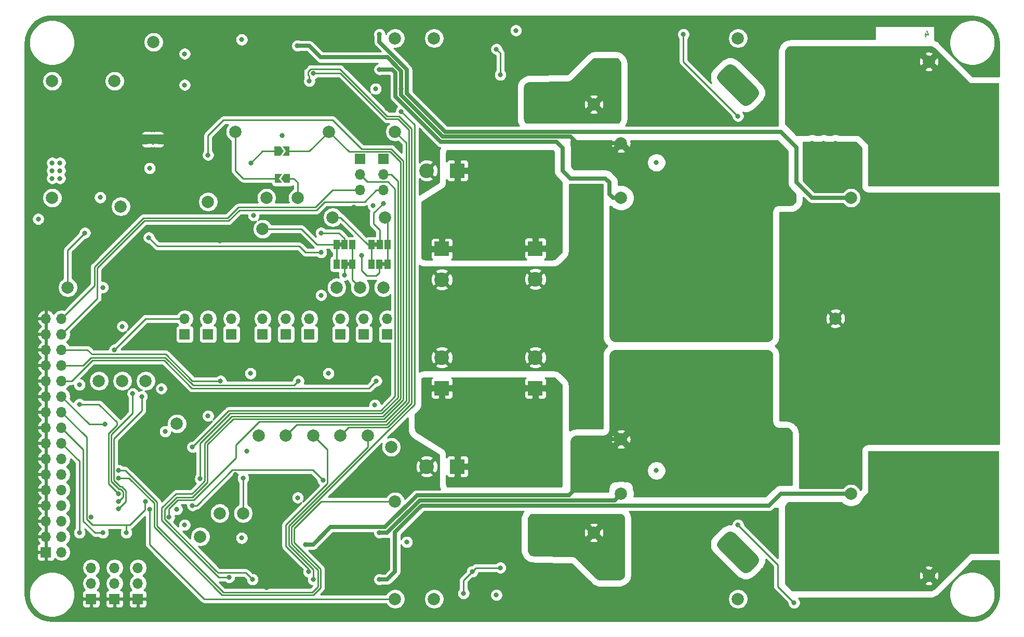
<source format=gbr>
%TF.GenerationSoftware,KiCad,Pcbnew,(5.1.10-1-10_14)*%
%TF.CreationDate,2021-09-24T10:22:15+02:00*%
%TF.ProjectId,sesame-fonctionnel,73657361-6d65-42d6-966f-6e6374696f6e,rev?*%
%TF.SameCoordinates,Original*%
%TF.FileFunction,Copper,L4,Bot*%
%TF.FilePolarity,Positive*%
%FSLAX46Y46*%
G04 Gerber Fmt 4.6, Leading zero omitted, Abs format (unit mm)*
G04 Created by KiCad (PCBNEW (5.1.10-1-10_14)) date 2021-09-24 10:22:15*
%MOMM*%
%LPD*%
G01*
G04 APERTURE LIST*
%ADD10C,0.150000*%
%TA.AperFunction,EtchedComponent*%
%ADD11C,0.100000*%
%TD*%
%TA.AperFunction,ComponentPad*%
%ADD12C,0.100000*%
%TD*%
%TA.AperFunction,ComponentPad*%
%ADD13C,6.000000*%
%TD*%
%TA.AperFunction,ComponentPad*%
%ADD14C,3.000000*%
%TD*%
%TA.AperFunction,ComponentPad*%
%ADD15O,3.300000X4.300000*%
%TD*%
%TA.AperFunction,SMDPad,CuDef*%
%ADD16C,0.100000*%
%TD*%
%TA.AperFunction,SMDPad,CuDef*%
%ADD17R,1.000000X1.500000*%
%TD*%
%TA.AperFunction,ComponentPad*%
%ADD18C,2.000000*%
%TD*%
%TA.AperFunction,ComponentPad*%
%ADD19C,0.500000*%
%TD*%
%TA.AperFunction,ComponentPad*%
%ADD20O,1.700000X1.700000*%
%TD*%
%TA.AperFunction,ComponentPad*%
%ADD21R,1.700000X1.700000*%
%TD*%
%TA.AperFunction,ComponentPad*%
%ADD22C,2.400000*%
%TD*%
%TA.AperFunction,ComponentPad*%
%ADD23R,2.400000X2.400000*%
%TD*%
%TA.AperFunction,ViaPad*%
%ADD24C,0.820000*%
%TD*%
%TA.AperFunction,Conductor*%
%ADD25C,0.250000*%
%TD*%
%TA.AperFunction,Conductor*%
%ADD26C,0.635000*%
%TD*%
%TA.AperFunction,Conductor*%
%ADD27C,0.254000*%
%TD*%
%TA.AperFunction,Conductor*%
%ADD28C,0.100000*%
%TD*%
G04 APERTURE END LIST*
%TO.C,REF\u002A\u002A*%
D10*
X227407523Y-63430714D02*
X227407523Y-64097380D01*
X227645619Y-63049761D02*
X227883714Y-63764047D01*
X227264666Y-63764047D01*
D11*
%TO.C,JP18*%
G36*
X139300000Y-100810000D02*
G01*
X138800000Y-100810000D01*
X138800000Y-101410000D01*
X139300000Y-101410000D01*
X139300000Y-100810000D01*
G37*
%TO.C,JP17*%
G36*
X137530000Y-98235000D02*
G01*
X138030000Y-98235000D01*
X138030000Y-97635000D01*
X137530000Y-97635000D01*
X137530000Y-98235000D01*
G37*
%TO.C,JP16*%
G36*
X133585000Y-100810000D02*
G01*
X133085000Y-100810000D01*
X133085000Y-101410000D01*
X133585000Y-101410000D01*
X133585000Y-100810000D01*
G37*
%TO.C,JP15*%
G36*
X131785000Y-98235000D02*
G01*
X132285000Y-98235000D01*
X132285000Y-97635000D01*
X131785000Y-97635000D01*
X131785000Y-98235000D01*
G37*
%TD*%
%TA.AperFunction,ComponentPad*%
D12*
%TO.P,L2,2*%
%TO.N,/MOS DRIVER R/VS*%
G36*
X192249388Y-100507798D02*
G01*
X190749388Y-110007798D01*
X190746918Y-110017283D01*
X190742644Y-110026105D01*
X190736732Y-110033922D01*
X190729409Y-110040437D01*
X190720955Y-110045397D01*
X190711695Y-110048613D01*
X190700000Y-110050000D01*
X187700000Y-110050000D01*
X187690245Y-110049039D01*
X187680866Y-110046194D01*
X187672221Y-110041573D01*
X187664645Y-110035355D01*
X187658427Y-110027779D01*
X187653806Y-110019134D01*
X187650612Y-110007798D01*
X186150612Y-100507798D01*
X186150383Y-100503888D01*
X186150000Y-100500000D01*
X186150000Y-95500000D01*
X186150961Y-95490245D01*
X186153806Y-95480866D01*
X186158427Y-95472221D01*
X186164645Y-95464645D01*
X186172221Y-95458427D01*
X186180866Y-95453806D01*
X186190245Y-95450961D01*
X186200000Y-95450000D01*
X192200000Y-95450000D01*
X192209755Y-95450961D01*
X192219134Y-95453806D01*
X192227779Y-95458427D01*
X192235355Y-95464645D01*
X192241573Y-95472221D01*
X192246194Y-95480866D01*
X192249039Y-95490245D01*
X192250000Y-95500000D01*
X192250000Y-100500000D01*
X192249388Y-100507798D01*
G37*
%TD.AperFunction*%
D13*
X189200000Y-95395000D03*
D14*
%TO.P,L2,1*%
%TO.N,/MOS DRIVER L/VS*%
X189200000Y-124605000D03*
%TA.AperFunction,ComponentPad*%
D12*
G36*
X192198946Y-120060212D02*
G01*
X192196386Y-120072482D01*
X192196386Y-120147203D01*
X192167530Y-120440191D01*
X192110094Y-120728941D01*
X192024632Y-121010670D01*
X191976310Y-121127330D01*
X190748946Y-127010212D01*
X190746013Y-127019564D01*
X190741312Y-127028165D01*
X190735024Y-127035684D01*
X190727389Y-127041831D01*
X190718702Y-127046371D01*
X190709296Y-127049128D01*
X190700000Y-127050000D01*
X187700000Y-127050000D01*
X187690245Y-127049039D01*
X187680866Y-127046194D01*
X187672221Y-127041573D01*
X187664645Y-127035355D01*
X187658427Y-127027779D01*
X187653806Y-127019134D01*
X187651054Y-127010212D01*
X186423690Y-121127329D01*
X186375368Y-121010670D01*
X186289906Y-120728941D01*
X186232470Y-120440191D01*
X186203614Y-120147203D01*
X186203614Y-120072482D01*
X186201054Y-120060212D01*
X186200002Y-120050467D01*
X186200872Y-120040704D01*
X186203614Y-120031349D01*
X186203614Y-119852797D01*
X186232470Y-119559809D01*
X186289906Y-119271059D01*
X186375368Y-118989330D01*
X186488032Y-118717335D01*
X186626814Y-118457692D01*
X186790377Y-118212902D01*
X186977147Y-117985323D01*
X187185323Y-117777147D01*
X187412902Y-117590377D01*
X187657692Y-117426814D01*
X187917335Y-117288032D01*
X188189330Y-117175368D01*
X188471059Y-117089906D01*
X188759809Y-117032470D01*
X189052797Y-117003614D01*
X189347203Y-117003614D01*
X189640191Y-117032470D01*
X189928941Y-117089906D01*
X190210670Y-117175368D01*
X190482665Y-117288032D01*
X190742308Y-117426814D01*
X190987098Y-117590377D01*
X191214677Y-117777147D01*
X191422853Y-117985323D01*
X191609623Y-118212902D01*
X191773186Y-118457692D01*
X191911968Y-118717335D01*
X192024632Y-118989330D01*
X192110094Y-119271059D01*
X192167530Y-119559809D01*
X192196386Y-119852797D01*
X192196386Y-120031499D01*
X192199039Y-120040245D01*
X192200000Y-120050000D01*
X192198946Y-120060212D01*
G37*
%TD.AperFunction*%
D15*
%TO.P,L2,2*%
%TO.N,/MOS DRIVER R/VS*%
X189200000Y-110000000D03*
%TO.P,L2,1*%
%TO.N,/MOS DRIVER L/VS*%
X189200000Y-127000000D03*
%TD*%
%TA.AperFunction,SMDPad,CuDef*%
D16*
%TO.P,JP20,1*%
%TO.N,Net-(C53-Pad2)*%
G36*
X122800000Y-82695000D02*
G01*
X122300000Y-83445000D01*
X121300000Y-83445000D01*
X121300000Y-81945000D01*
X122300000Y-81945000D01*
X122800000Y-82695000D01*
G37*
%TD.AperFunction*%
%TA.AperFunction,SMDPad,CuDef*%
%TO.P,JP20,2*%
%TO.N,/MOS DRIVER L/HB*%
G36*
X123750000Y-83445000D02*
G01*
X122600000Y-83445000D01*
X123100000Y-82695000D01*
X122600000Y-81945000D01*
X123750000Y-81945000D01*
X123750000Y-83445000D01*
G37*
%TD.AperFunction*%
%TD*%
%TA.AperFunction,SMDPad,CuDef*%
%TO.P,JP19,1*%
%TO.N,Net-(C52-Pad2)*%
G36*
X122340000Y-87140000D02*
G01*
X122840000Y-86390000D01*
X123840000Y-86390000D01*
X123840000Y-87890000D01*
X122840000Y-87890000D01*
X122340000Y-87140000D01*
G37*
%TD.AperFunction*%
%TA.AperFunction,SMDPad,CuDef*%
%TO.P,JP19,2*%
%TO.N,/MOS DRIVER R/HB*%
G36*
X121390000Y-86390000D02*
G01*
X122540000Y-86390000D01*
X122040000Y-87140000D01*
X122540000Y-87890000D01*
X121390000Y-87890000D01*
X121390000Y-86390000D01*
G37*
%TD.AperFunction*%
%TD*%
D17*
%TO.P,JP18,2*%
%TO.N,/~INT_PWM_Freewheel*%
X138400000Y-101110000D03*
%TO.P,JP18,3*%
%TO.N,/PWM GEN/PWM_Power_Jumper*%
X137100000Y-101110000D03*
%TO.P,JP18,1*%
%TO.N,/PWM GEN/~PWM_Freewheel_Jumper*%
X139700000Y-101110000D03*
%TD*%
%TO.P,JP17,2*%
%TO.N,/INT_PWM_Power*%
X138430000Y-97935000D03*
%TO.P,JP17,3*%
%TO.N,/PWM GEN/~PWM_Freewheel_Jumper*%
X139730000Y-97935000D03*
%TO.P,JP17,1*%
%TO.N,/PWM GEN/PWM_Power_Jumper*%
X137130000Y-97935000D03*
%TD*%
%TO.P,JP16,2*%
%TO.N,/PWM GEN/Feedback_Jump*%
X132685000Y-101110000D03*
%TO.P,JP16,3*%
%TO.N,/PWM GEN/Feedback_Deadtime*%
X131385000Y-101110000D03*
%TO.P,JP16,1*%
%TO.N,/PID/Feedback*%
X133985000Y-101110000D03*
%TD*%
%TO.P,JP15,2*%
%TO.N,/PWM GEN/Feedback_Deadtime_Jump*%
X132685000Y-97935000D03*
%TO.P,JP15,3*%
%TO.N,/PID/Feedback*%
X133985000Y-97935000D03*
%TO.P,JP15,1*%
%TO.N,/PWM GEN/Feedback_Deadtime*%
X131385000Y-97935000D03*
%TD*%
D18*
%TO.P,TP49,1*%
%TO.N,/MOS DRIVER R/HB*%
X114905000Y-79520000D03*
%TD*%
%TO.P,TP48,1*%
%TO.N,/MOS DRIVER L/HB*%
X130145000Y-79520000D03*
%TD*%
%TO.P,TP44,1*%
%TO.N,Net-(C53-Pad2)*%
X119985000Y-90315000D03*
%TD*%
%TO.P,TP43,1*%
%TO.N,Net-(C52-Pad2)*%
X125065000Y-90315000D03*
%TD*%
%TA.AperFunction,ComponentPad*%
D12*
%TO.P,J1,1*%
%TO.N,/L*%
G36*
X218050961Y-131640245D02*
G01*
X218053806Y-131630866D01*
X218058427Y-131622221D01*
X218064645Y-131614645D01*
X218072221Y-131608427D01*
X218080866Y-131603806D01*
X218090245Y-131600961D01*
X218100000Y-131600000D01*
X239300000Y-131600000D01*
X239309755Y-131600961D01*
X239319134Y-131603806D01*
X239327779Y-131608427D01*
X239335355Y-131614645D01*
X239341573Y-131622221D01*
X239346194Y-131630866D01*
X239349039Y-131640245D01*
X239350000Y-131650000D01*
X239350000Y-148350000D01*
X239349039Y-148359755D01*
X239346194Y-148369134D01*
X239341573Y-148377779D01*
X239335355Y-148385355D01*
X239327779Y-148391573D01*
X239319134Y-148396194D01*
X239309755Y-148399039D01*
X239300000Y-148400000D01*
X218100000Y-148400000D01*
X218090245Y-148399039D01*
X218080866Y-148396194D01*
X218072221Y-148391573D01*
X218064645Y-148385355D01*
X218058427Y-148377779D01*
X218053806Y-148369134D01*
X218050961Y-148359755D01*
X218050000Y-148350000D01*
X218050000Y-131650000D01*
X218050961Y-131640245D01*
G37*
%TD.AperFunction*%
D18*
X233000000Y-143000000D03*
X233000000Y-137000000D03*
X226000000Y-134000000D03*
X230000000Y-134000000D03*
X233000000Y-134000000D03*
X236000000Y-134000000D03*
X236000000Y-137000000D03*
X236000000Y-140000000D03*
X236000000Y-143000000D03*
X236000000Y-146000000D03*
X233000000Y-146000000D03*
X230000000Y-146000000D03*
X226000000Y-146000000D03*
X223000000Y-137000000D03*
X223000000Y-143000000D03*
X223000000Y-146000000D03*
X223000000Y-134000000D03*
X220000000Y-134000000D03*
X220000000Y-137000000D03*
X220000000Y-146000000D03*
X220000000Y-143000000D03*
X220000000Y-140000000D03*
%TD*%
%TA.AperFunction,ComponentPad*%
D12*
%TO.P,J7,1*%
%TO.N,/R*%
G36*
X218050961Y-71650245D02*
G01*
X218053806Y-71640866D01*
X218058427Y-71632221D01*
X218064645Y-71624645D01*
X218072221Y-71618427D01*
X218080866Y-71613806D01*
X218090245Y-71610961D01*
X218100000Y-71610000D01*
X239300000Y-71610000D01*
X239309755Y-71610961D01*
X239319134Y-71613806D01*
X239327779Y-71618427D01*
X239335355Y-71624645D01*
X239341573Y-71632221D01*
X239346194Y-71640866D01*
X239349039Y-71650245D01*
X239350000Y-71660000D01*
X239350000Y-88360000D01*
X239349039Y-88369755D01*
X239346194Y-88379134D01*
X239341573Y-88387779D01*
X239335355Y-88395355D01*
X239327779Y-88401573D01*
X239319134Y-88406194D01*
X239309755Y-88409039D01*
X239300000Y-88410000D01*
X218100000Y-88410000D01*
X218090245Y-88409039D01*
X218080866Y-88406194D01*
X218072221Y-88401573D01*
X218064645Y-88395355D01*
X218058427Y-88387779D01*
X218053806Y-88379134D01*
X218050961Y-88369755D01*
X218050000Y-88360000D01*
X218050000Y-71660000D01*
X218050961Y-71650245D01*
G37*
%TD.AperFunction*%
D18*
X233000000Y-83010000D03*
X233000000Y-77010000D03*
X226000000Y-74010000D03*
X230000000Y-74010000D03*
X233000000Y-74010000D03*
X236000000Y-74010000D03*
X236000000Y-77010000D03*
X236000000Y-80010000D03*
X236000000Y-83010000D03*
X236000000Y-86010000D03*
X233000000Y-86010000D03*
X230000000Y-86010000D03*
X226000000Y-86010000D03*
X223000000Y-77010000D03*
X223000000Y-83010000D03*
X223000000Y-86010000D03*
X223000000Y-74010000D03*
X220000000Y-74010000D03*
X220000000Y-77010000D03*
X220000000Y-86010000D03*
X220000000Y-83010000D03*
X220000000Y-80010000D03*
%TD*%
%TA.AperFunction,ComponentPad*%
D12*
%TO.P,J8,1*%
%TO.N,GND*%
G36*
X218050961Y-111640245D02*
G01*
X218053806Y-111630866D01*
X218058427Y-111622221D01*
X218064645Y-111614645D01*
X218072221Y-111608427D01*
X218080866Y-111603806D01*
X218090245Y-111600961D01*
X218100000Y-111600000D01*
X239300000Y-111600000D01*
X239309755Y-111600961D01*
X239319134Y-111603806D01*
X239327779Y-111608427D01*
X239335355Y-111614645D01*
X239341573Y-111622221D01*
X239346194Y-111630866D01*
X239349039Y-111640245D01*
X239350000Y-111650000D01*
X239350000Y-128350000D01*
X239349039Y-128359755D01*
X239346194Y-128369134D01*
X239341573Y-128377779D01*
X239335355Y-128385355D01*
X239327779Y-128391573D01*
X239319134Y-128396194D01*
X239309755Y-128399039D01*
X239300000Y-128400000D01*
X218100000Y-128400000D01*
X218090245Y-128399039D01*
X218080866Y-128396194D01*
X218072221Y-128391573D01*
X218064645Y-128385355D01*
X218058427Y-128377779D01*
X218053806Y-128369134D01*
X218050961Y-128359755D01*
X218050000Y-128350000D01*
X218050000Y-111650000D01*
X218050961Y-111640245D01*
G37*
%TD.AperFunction*%
D18*
X233000000Y-123000000D03*
X233000000Y-117000000D03*
X226000000Y-114000000D03*
X230000000Y-114000000D03*
X233000000Y-114000000D03*
X236000000Y-114000000D03*
X236000000Y-117000000D03*
X236000000Y-120000000D03*
X236000000Y-123000000D03*
X236000000Y-126000000D03*
X233000000Y-126000000D03*
X230000000Y-126000000D03*
X226000000Y-126000000D03*
X223000000Y-117000000D03*
X223000000Y-123000000D03*
X223000000Y-126000000D03*
X223000000Y-114000000D03*
X220000000Y-114000000D03*
X220000000Y-117000000D03*
X220000000Y-126000000D03*
X220000000Y-123000000D03*
X220000000Y-120000000D03*
%TD*%
%TA.AperFunction,ComponentPad*%
D12*
%TO.P,J2,1*%
%TO.N,GND*%
G36*
X218050961Y-91640245D02*
G01*
X218053806Y-91630866D01*
X218058427Y-91622221D01*
X218064645Y-91614645D01*
X218072221Y-91608427D01*
X218080866Y-91603806D01*
X218090245Y-91600961D01*
X218100000Y-91600000D01*
X239300000Y-91600000D01*
X239309755Y-91600961D01*
X239319134Y-91603806D01*
X239327779Y-91608427D01*
X239335355Y-91614645D01*
X239341573Y-91622221D01*
X239346194Y-91630866D01*
X239349039Y-91640245D01*
X239350000Y-91650000D01*
X239350000Y-108350000D01*
X239349039Y-108359755D01*
X239346194Y-108369134D01*
X239341573Y-108377779D01*
X239335355Y-108385355D01*
X239327779Y-108391573D01*
X239319134Y-108396194D01*
X239309755Y-108399039D01*
X239300000Y-108400000D01*
X218100000Y-108400000D01*
X218090245Y-108399039D01*
X218080866Y-108396194D01*
X218072221Y-108391573D01*
X218064645Y-108385355D01*
X218058427Y-108377779D01*
X218053806Y-108369134D01*
X218050961Y-108359755D01*
X218050000Y-108350000D01*
X218050000Y-91650000D01*
X218050961Y-91640245D01*
G37*
%TD.AperFunction*%
D18*
X233000000Y-103000000D03*
X233000000Y-97000000D03*
X226000000Y-94000000D03*
X230000000Y-94000000D03*
X233000000Y-94000000D03*
X236000000Y-94000000D03*
X236000000Y-97000000D03*
X236000000Y-100000000D03*
X236000000Y-103000000D03*
X236000000Y-106000000D03*
X233000000Y-106000000D03*
X230000000Y-106000000D03*
X226000000Y-106000000D03*
X223000000Y-97000000D03*
X223000000Y-103000000D03*
X223000000Y-106000000D03*
X223000000Y-94000000D03*
X220000000Y-94000000D03*
X220000000Y-97000000D03*
X220000000Y-106000000D03*
X220000000Y-103000000D03*
X220000000Y-100000000D03*
%TD*%
D19*
%TO.P,U15,17*%
%TO.N,GND*%
X100443000Y-81290000D03*
X100443000Y-80290000D03*
X101443000Y-81290000D03*
X101443000Y-80290000D03*
X102443000Y-81290000D03*
X102443000Y-80290000D03*
%TA.AperFunction,SMDPad,CuDef*%
G36*
G01*
X102443000Y-81540000D02*
X100443000Y-81540000D01*
G75*
G02*
X100193000Y-81290000I0J250000D01*
G01*
X100193000Y-80290000D01*
G75*
G02*
X100443000Y-80040000I250000J0D01*
G01*
X102443000Y-80040000D01*
G75*
G02*
X102693000Y-80290000I0J-250000D01*
G01*
X102693000Y-81290000D01*
G75*
G02*
X102443000Y-81540000I-250000J0D01*
G01*
G37*
%TD.AperFunction*%
%TD*%
D20*
%TO.P,J9,32*%
%TO.N,/INT EXT CONFIG/~Ext_PWM*%
X86584000Y-110000000D03*
%TO.P,J9,31*%
%TO.N,GND*%
X84044000Y-110000000D03*
%TO.P,J9,30*%
%TO.N,/INT EXT CONFIG/Ext_PWM*%
X86584000Y-112540000D03*
%TO.P,J9,29*%
%TO.N,GND*%
X84044000Y-112540000D03*
%TO.P,J9,28*%
%TO.N,/Voltage_Thres*%
X86584000Y-115080000D03*
%TO.P,J9,27*%
%TO.N,GND*%
X84044000Y-115080000D03*
%TO.P,J9,26*%
%TO.N,/Current_Thres*%
X86584000Y-117620000D03*
%TO.P,J9,25*%
%TO.N,GND*%
X84044000Y-117620000D03*
%TO.P,J9,24*%
%TO.N,/Ext_Setpoint*%
X86584000Y-120160000D03*
%TO.P,J9,23*%
%TO.N,GND*%
X84044000Y-120160000D03*
%TO.P,J9,22*%
%TO.N,/Rearm*%
X86584000Y-122700000D03*
%TO.P,J9,21*%
%TO.N,GND*%
X84044000Y-122700000D03*
%TO.P,J9,20*%
%TO.N,/Mode*%
X86584000Y-125240000D03*
%TO.P,J9,19*%
%TO.N,GND*%
X84044000Y-125240000D03*
%TO.P,J9,18*%
%TO.N,/CC_CV_Mode*%
X86584000Y-127780000D03*
%TO.P,J9,17*%
%TO.N,GND*%
X84044000Y-127780000D03*
%TO.P,J9,16*%
%TO.N,/Dir*%
X86584000Y-130320000D03*
%TO.P,J9,15*%
%TO.N,GND*%
X84044000Y-130320000D03*
%TO.P,J9,14*%
%TO.N,/Voltage_Sens_L*%
X86584000Y-132860000D03*
%TO.P,J9,13*%
%TO.N,GND*%
X84044000Y-132860000D03*
%TO.P,J9,12*%
%TO.N,/Voltage_Sens_R*%
X86584000Y-135400000D03*
%TO.P,J9,11*%
%TO.N,GND*%
X84044000Y-135400000D03*
%TO.P,J9,10*%
%TO.N,/Current_Sens_L*%
X86584000Y-137940000D03*
%TO.P,J9,9*%
%TO.N,GND*%
X84044000Y-137940000D03*
%TO.P,J9,8*%
%TO.N,/Current_Sens_R*%
X86584000Y-140480000D03*
%TO.P,J9,7*%
%TO.N,GND*%
X84044000Y-140480000D03*
%TO.P,J9,6*%
%TO.N,VREF*%
X86584000Y-143020000D03*
%TO.P,J9,5*%
%TO.N,GND*%
X84044000Y-143020000D03*
%TO.P,J9,4*%
%TO.N,VCC*%
X86584000Y-145560000D03*
%TO.P,J9,3*%
%TO.N,GND*%
X84044000Y-145560000D03*
%TO.P,J9,2*%
%TO.N,VCC*%
X86584000Y-148100000D03*
D21*
%TO.P,J9,1*%
%TO.N,GND*%
X84044000Y-148100000D03*
%TD*%
D18*
%TO.P,TP47,1*%
%TO.N,/MOS DRIVER R/VG_P*%
X177770000Y-90315000D03*
%TD*%
%TO.P,TP46,1*%
%TO.N,/MOS DRIVER R/VS*%
X177770000Y-81425000D03*
%TD*%
%TO.P,TP45,1*%
%TO.N,/DC/DC CONVERTER/VG_RP*%
X215235000Y-90315000D03*
%TD*%
%TO.P,TP42,1*%
%TO.N,VCC*%
X101570000Y-64915000D03*
%TD*%
%TO.P,TP41,1*%
%TO.N,Net-(C30-Pad1)*%
X95220000Y-71265000D03*
%TD*%
%TO.P,TP40,1*%
%TO.N,Net-(C30-Pad2)*%
X85060000Y-71265000D03*
%TD*%
%TO.P,TP39,1*%
%TO.N,/INTERNAL SUPPLIES/VIN*%
X85060000Y-90315000D03*
%TD*%
%TO.P,TP38,1*%
%TO.N,/PWM GEN/~PWM_Freewheel_Jumper*%
X139307000Y-93490000D03*
%TD*%
%TO.P,TP37,1*%
%TO.N,/PWM GEN/PWM_Power_Jumper*%
X130780000Y-93490000D03*
%TD*%
%TO.P,TP36,1*%
%TO.N,/PWM GEN/Feedback_Deadtime*%
X119350000Y-95395000D03*
%TD*%
%TO.P,TP35,1*%
%TO.N,/PWM GEN/VDeadTime*%
X131415000Y-104920000D03*
%TD*%
%TO.P,TP34,1*%
%TO.N,/DC/DC CONVERTER/VG_LP*%
X215235000Y-138575000D03*
%TD*%
%TO.P,TP33,1*%
%TO.N,/MOS DRIVER L/VS*%
X177770000Y-129685000D03*
%TD*%
%TO.P,TP32,1*%
%TO.N,/DC/DC CONVERTER/VG_LS*%
X177770000Y-138575000D03*
%TD*%
%TO.P,TP31,1*%
%TO.N,/Voltage_Sens_R*%
X140940000Y-64280000D03*
%TD*%
%TO.P,TP30,1*%
%TO.N,/Current_Sens_R*%
X140940000Y-79520000D03*
%TD*%
%TO.P,TP29,1*%
%TO.N,Net-(Q12-Pad2)*%
X147290000Y-64280000D03*
%TD*%
%TO.P,TP28,1*%
%TO.N,/VProt_Right*%
X173325000Y-75075000D03*
%TD*%
%TO.P,TP27,1*%
%TO.N,Net-(D5-Pad1)*%
X196820000Y-64280000D03*
%TD*%
%TO.P,TP26,1*%
%TO.N,/R*%
X227935000Y-68090000D03*
%TD*%
%TO.P,TP25,1*%
%TO.N,/VProt_Left*%
X173325000Y-144925000D03*
%TD*%
%TO.P,TP24,1*%
%TO.N,Net-(D2-Pad1)*%
X196820000Y-155720000D03*
%TD*%
%TO.P,TP23,1*%
%TO.N,/L*%
X227935000Y-151910000D03*
%TD*%
%TO.P,TP22,1*%
%TO.N,/Voltage_Sens_L*%
X140940000Y-139845000D03*
%TD*%
%TO.P,TP21,1*%
%TO.N,/Current_Sens_L*%
X140940000Y-155720000D03*
%TD*%
%TO.P,TP20,1*%
%TO.N,Net-(Q4-Pad2)*%
X147290000Y-155720000D03*
%TD*%
%TO.P,TP19,1*%
%TO.N,/PWM GEN/Ramp*%
X96236000Y-91712000D03*
%TD*%
%TO.P,TP18,1*%
%TO.N,Net-(R40-Pad1)*%
X87600000Y-104920000D03*
%TD*%
%TO.P,TP17,1*%
%TO.N,/DRIVER COMMAND/Driver_RS*%
X132050000Y-129050000D03*
%TD*%
%TO.P,TP16,1*%
%TO.N,/DRIVER COMMAND/Driver_LS*%
X136495000Y-129050000D03*
%TD*%
%TO.P,TP15,1*%
%TO.N,/MOS DRIVER R/Driver_P*%
X123160000Y-129050000D03*
%TD*%
%TO.P,TP14,1*%
%TO.N,/DRIVER COMMAND/Driver_LP*%
X127605000Y-129050000D03*
%TD*%
%TO.P,TP13,1*%
%TO.N,/DRIVER COMMAND/Resistor_pull*%
X140305000Y-130955000D03*
%TD*%
%TO.P,TP12,1*%
%TO.N,/DRIVER COMMAND/Dir_Xor_Mode*%
X109190000Y-145560000D03*
%TD*%
%TO.P,TP11,1*%
%TO.N,/DRIVER COMMAND/PWM_Series*%
X116175000Y-141750000D03*
%TD*%
%TO.P,TP10,1*%
%TO.N,/DRIVER COMMAND/PWM_Parallel*%
X112365000Y-141750000D03*
%TD*%
%TO.P,TP9,1*%
%TO.N,/~Over_UI_Protection*%
X118715000Y-129050000D03*
%TD*%
%TO.P,TP8,1*%
%TO.N,Net-(C11-Pad1)*%
X105380000Y-127145000D03*
%TD*%
%TO.P,TP7,1*%
%TO.N,/PROGRAMMABLE BREAKER/S*%
X96490000Y-120160000D03*
%TD*%
%TO.P,TP6,1*%
%TO.N,Net-(C9-Pad2)*%
X100300000Y-120160000D03*
%TD*%
%TO.P,TP5,1*%
%TO.N,Net-(C7-Pad2)*%
X92680000Y-120160000D03*
%TD*%
%TO.P,TP4,1*%
%TO.N,/PID/Feedback*%
X135225000Y-104920000D03*
%TD*%
%TO.P,TP3,1*%
%TO.N,/PID/Feedback_raw*%
X110460000Y-90950000D03*
%TD*%
%TO.P,TP2,1*%
%TO.N,/PID/PID_Setpoint*%
X139035000Y-104920000D03*
%TD*%
%TO.P,TP1,1*%
%TO.N,GND*%
X212695000Y-110000000D03*
%TD*%
D20*
%TO.P,JP14,3*%
%TO.N,VCC*%
X95220000Y-150640000D03*
%TO.P,JP14,2*%
%TO.N,Net-(JP14-Pad2)*%
X95220000Y-153180000D03*
D21*
%TO.P,JP14,1*%
%TO.N,GND*%
X95220000Y-155720000D03*
%TD*%
D20*
%TO.P,JP13,3*%
%TO.N,VCC*%
X91410000Y-150640000D03*
%TO.P,JP13,2*%
%TO.N,Net-(JP13-Pad2)*%
X91410000Y-153180000D03*
D21*
%TO.P,JP13,1*%
%TO.N,GND*%
X91410000Y-155720000D03*
%TD*%
D20*
%TO.P,JP12,3*%
%TO.N,VCC*%
X99030000Y-150640000D03*
%TO.P,JP12,2*%
%TO.N,Net-(JP12-Pad2)*%
X99030000Y-153180000D03*
D21*
%TO.P,JP12,1*%
%TO.N,GND*%
X99030000Y-155720000D03*
%TD*%
D20*
%TO.P,JP11,3*%
%TO.N,/INT EXT CONFIG/~Ext_PWM*%
X135225000Y-89045000D03*
%TO.P,JP11,2*%
%TO.N,/~PWM_Freewheel*%
X135225000Y-86505000D03*
D21*
%TO.P,JP11,1*%
%TO.N,/~INT_PWM_Freewheel*%
X135225000Y-83965000D03*
%TD*%
D20*
%TO.P,JP10,3*%
%TO.N,/INT EXT CONFIG/Ext_PWM*%
X139035000Y-89045000D03*
%TO.P,JP10,2*%
%TO.N,/PWM_Power*%
X139035000Y-86505000D03*
D21*
%TO.P,JP10,1*%
%TO.N,/INT_PWM_Power*%
X139035000Y-83965000D03*
%TD*%
D20*
%TO.P,JP9,2*%
%TO.N,Net-(C9-Pad2)*%
X126970000Y-110000000D03*
D21*
%TO.P,JP9,1*%
%TO.N,Net-(JP9-Pad1)*%
X126970000Y-112540000D03*
%TD*%
D20*
%TO.P,JP8,2*%
%TO.N,Net-(C9-Pad2)*%
X123160000Y-110000000D03*
D21*
%TO.P,JP8,1*%
%TO.N,Net-(JP8-Pad1)*%
X123160000Y-112540000D03*
%TD*%
D20*
%TO.P,JP7,2*%
%TO.N,Net-(C9-Pad2)*%
X119350000Y-110000000D03*
D21*
%TO.P,JP7,1*%
%TO.N,Net-(JP7-Pad1)*%
X119350000Y-112540000D03*
%TD*%
D20*
%TO.P,JP6,2*%
%TO.N,Net-(C7-Pad2)*%
X114270000Y-110000000D03*
D21*
%TO.P,JP6,1*%
%TO.N,Net-(JP6-Pad1)*%
X114270000Y-112540000D03*
%TD*%
D20*
%TO.P,JP5,2*%
%TO.N,Net-(C7-Pad2)*%
X110460000Y-110000000D03*
D21*
%TO.P,JP5,1*%
%TO.N,Net-(JP5-Pad1)*%
X110460000Y-112540000D03*
%TD*%
D20*
%TO.P,JP4,2*%
%TO.N,Net-(C7-Pad2)*%
X106650000Y-110000000D03*
D21*
%TO.P,JP4,1*%
%TO.N,Net-(JP4-Pad1)*%
X106650000Y-112540000D03*
%TD*%
D20*
%TO.P,JP3,2*%
%TO.N,/PID/PID_Setpoint*%
X139670000Y-110000000D03*
D21*
%TO.P,JP3,1*%
%TO.N,Net-(JP3-Pad1)*%
X139670000Y-112540000D03*
%TD*%
D20*
%TO.P,JP2,2*%
%TO.N,/PID/PID_Setpoint*%
X135860000Y-110000000D03*
D21*
%TO.P,JP2,1*%
%TO.N,Net-(JP2-Pad1)*%
X135860000Y-112540000D03*
%TD*%
D20*
%TO.P,JP1,2*%
%TO.N,/PID/PID_Setpoint*%
X132050000Y-110000000D03*
D21*
%TO.P,JP1,1*%
%TO.N,Net-(JP1-Pad1)*%
X132050000Y-112540000D03*
%TD*%
D22*
%TO.P,C49,2*%
%TO.N,GND*%
X146100000Y-85870000D03*
D23*
%TO.P,C49,1*%
%TO.N,/U/I SENSOR RIGHT/VD_Mos*%
X151100000Y-85870000D03*
%TD*%
D22*
%TO.P,C48,2*%
%TO.N,GND*%
X148560000Y-103650000D03*
D23*
%TO.P,C48,1*%
%TO.N,/U/I SENSOR RIGHT/VD_Mos*%
X148560000Y-98650000D03*
%TD*%
D22*
%TO.P,C47,2*%
%TO.N,GND*%
X163800000Y-103570000D03*
D23*
%TO.P,C47,1*%
%TO.N,/U/I SENSOR RIGHT/VD_Mos*%
X163800000Y-98570000D03*
%TD*%
D22*
%TO.P,C38,2*%
%TO.N,GND*%
X146100000Y-134130000D03*
D23*
%TO.P,C38,1*%
%TO.N,/DC/DC CONVERTER/VD_LS*%
X151100000Y-134130000D03*
%TD*%
D22*
%TO.P,C37,2*%
%TO.N,GND*%
X148560000Y-116350000D03*
D23*
%TO.P,C37,1*%
%TO.N,/DC/DC CONVERTER/VD_LS*%
X148560000Y-121350000D03*
%TD*%
D22*
%TO.P,C36,2*%
%TO.N,GND*%
X163800000Y-116350000D03*
D23*
%TO.P,C36,1*%
%TO.N,/DC/DC CONVERTER/VD_LS*%
X163800000Y-121350000D03*
%TD*%
D24*
%TO.N,GND*%
X95220000Y-84600000D03*
X95220000Y-85870000D03*
X95220000Y-87140000D03*
X93950000Y-87140000D03*
X93950000Y-85870000D03*
X93950000Y-84600000D03*
X182850000Y-156355000D03*
X212060000Y-156355000D03*
X112365000Y-97300000D03*
X106650000Y-82695000D03*
X106650000Y-84600000D03*
X102840000Y-71900000D03*
X88870000Y-92220000D03*
X212060000Y-63645000D03*
X167610000Y-156990000D03*
X160625000Y-156990000D03*
X161895000Y-151275000D03*
X212695000Y-81425000D03*
X208885000Y-81425000D03*
X210790000Y-81425000D03*
X210790000Y-85235000D03*
X212695000Y-85235000D03*
X208885000Y-85235000D03*
X213965000Y-82695000D03*
X147290000Y-148735000D03*
X107666000Y-125240000D03*
X113889000Y-145814000D03*
X154910000Y-156990000D03*
X182850000Y-63645000D03*
X154910000Y-63010000D03*
X153640000Y-68725000D03*
X139670000Y-75710000D03*
X86203000Y-100856000D03*
X105380000Y-143020000D03*
X114905000Y-135400000D03*
X100935000Y-136035000D03*
X104110000Y-136035000D03*
X95220000Y-124605000D03*
X109825000Y-106190000D03*
X166975000Y-110000000D03*
X166975000Y-108095000D03*
X166975000Y-106190000D03*
X166975000Y-104285000D03*
X166975000Y-111905000D03*
X166975000Y-113810000D03*
X166975000Y-115715000D03*
X156180000Y-103650000D03*
X158085000Y-103650000D03*
X159990000Y-103650000D03*
X154275000Y-103650000D03*
X152370000Y-103650000D03*
X156180000Y-116350000D03*
X158085000Y-116350000D03*
X159990000Y-116350000D03*
X154275000Y-116350000D03*
X152370000Y-116350000D03*
X212060000Y-94760000D03*
X213965000Y-94760000D03*
X215870000Y-94760000D03*
X212060000Y-92855000D03*
X213965000Y-92855000D03*
X215870000Y-92855000D03*
X208885000Y-129685000D03*
X210790000Y-129685000D03*
X212695000Y-129685000D03*
X205075000Y-121430000D03*
X205075000Y-119525000D03*
X205075000Y-117620000D03*
X205075000Y-111905000D03*
X205075000Y-113810000D03*
X205075000Y-115715000D03*
X205075000Y-108095000D03*
X205075000Y-110000000D03*
X205075000Y-106190000D03*
X205075000Y-104285000D03*
X205075000Y-102380000D03*
X205075000Y-100475000D03*
X205075000Y-98570000D03*
X215870000Y-82695000D03*
X112238000Y-63010000D03*
X110460000Y-77234000D03*
X148560000Y-143655000D03*
X148560000Y-76345000D03*
X125065000Y-123716000D03*
X128875000Y-101745000D03*
X210790000Y-133495000D03*
X212695000Y-133495000D03*
X208885000Y-133495000D03*
X167610000Y-63010000D03*
X84044000Y-137940000D03*
X134187500Y-91860500D03*
X124430000Y-102253000D03*
X120025000Y-73025000D03*
X120025000Y-153899990D03*
%TO.N,VCC*%
X160625000Y-63010000D03*
X137765000Y-72535000D03*
X157450000Y-155085000D03*
X115942500Y-145792500D03*
X105380000Y-141115000D03*
X106650000Y-143655000D03*
X125065000Y-139210000D03*
X96490000Y-111270000D03*
X116810000Y-131590000D03*
X110460000Y-125875000D03*
X103475000Y-128415000D03*
X91410000Y-142385000D03*
X115942500Y-64512500D03*
X106650000Y-71900000D03*
X122525000Y-80155000D03*
X92870500Y-90251500D03*
X117889500Y-93172500D03*
X137384000Y-91585000D03*
X100935000Y-85489000D03*
X142845000Y-146449000D03*
%TO.N,Net-(C7-Pad2)*%
X95220000Y-115080000D03*
%TO.N,VREF*%
X102840000Y-121430000D03*
X89505000Y-120795000D03*
X93315000Y-104920000D03*
X128875000Y-106190000D03*
X117381500Y-118953500D03*
X130081500Y-118953500D03*
X137638000Y-124097000D03*
X106650000Y-66820000D03*
X82790000Y-93760000D03*
%TO.N,/PWM GEN/Ramp*%
X128875000Y-99205000D03*
X100808000Y-96792000D03*
%TO.N,/MOS DRIVER L/VS*%
X126335000Y-146830000D03*
X170785000Y-133495000D03*
X173325000Y-133495000D03*
X173325000Y-129685000D03*
X170785000Y-129685000D03*
X177135000Y-116350000D03*
X179040000Y-116350000D03*
X180945000Y-116350000D03*
X182850000Y-116350000D03*
X184755000Y-116350000D03*
X186660000Y-116350000D03*
X177135000Y-118255000D03*
X177135000Y-120160000D03*
X177135000Y-122065000D03*
X201265000Y-116350000D03*
X199360000Y-116350000D03*
X197455000Y-116350000D03*
X195550000Y-116350000D03*
X193645000Y-116350000D03*
X191740000Y-116350000D03*
X201265000Y-118255000D03*
X201265000Y-120160000D03*
X201265000Y-122065000D03*
X194280000Y-127145000D03*
X196185000Y-127145000D03*
X198090000Y-127145000D03*
X194280000Y-129050000D03*
X194280000Y-130955000D03*
X194280000Y-132860000D03*
X194280000Y-134765000D03*
X194280000Y-136670000D03*
X194280000Y-138575000D03*
X110460000Y-83330000D03*
X117699000Y-152545000D03*
%TO.N,/MOS DRIVER R/VS*%
X194280000Y-82060000D03*
X125025000Y-65510000D03*
X170785000Y-85235000D03*
X172690000Y-85235000D03*
X177135000Y-112540000D03*
X179040000Y-112540000D03*
X180945000Y-112540000D03*
X182850000Y-112540000D03*
X184755000Y-112540000D03*
X186660000Y-112540000D03*
X177135000Y-110635000D03*
X177135000Y-108730000D03*
X177135000Y-106825000D03*
X177135000Y-104920000D03*
X177135000Y-103015000D03*
X177135000Y-101110000D03*
X177135000Y-99205000D03*
X177135000Y-97300000D03*
X191740000Y-112540000D03*
X193645000Y-112540000D03*
X195550000Y-112540000D03*
X197455000Y-112540000D03*
X199360000Y-112540000D03*
X201265000Y-112540000D03*
X201265000Y-110635000D03*
X201265000Y-108730000D03*
X201265000Y-106825000D03*
X201265000Y-104920000D03*
X201265000Y-103015000D03*
X201265000Y-101110000D03*
X201265000Y-99205000D03*
X201265000Y-97300000D03*
X194280000Y-93490000D03*
X196185000Y-93490000D03*
X198090000Y-93490000D03*
X194280000Y-91585000D03*
X194280000Y-89680000D03*
X194280000Y-87775000D03*
X194280000Y-85870000D03*
X194280000Y-83965000D03*
X170785000Y-81425000D03*
X172690000Y-81425000D03*
X174595000Y-85235000D03*
X174595000Y-81425000D03*
X141956618Y-72535000D03*
%TO.N,/DC/DC CONVERTER/VD_LS*%
X156180000Y-121430000D03*
X158085000Y-121430000D03*
X159990000Y-121430000D03*
X154275000Y-121430000D03*
X152370000Y-121430000D03*
X156180000Y-126510000D03*
X156180000Y-128415000D03*
X156180000Y-130320000D03*
X156180000Y-132225000D03*
X156180000Y-134130000D03*
X156180000Y-136035000D03*
X158085000Y-126510000D03*
X159990000Y-126510000D03*
X161895000Y-126510000D03*
X163800000Y-126510000D03*
X165705000Y-126510000D03*
%TO.N,/U/I SENSOR RIGHT/VD_Mos*%
X156180000Y-98570000D03*
X158085000Y-98570000D03*
X159990000Y-98570000D03*
X154275000Y-98570000D03*
X152370000Y-98570000D03*
X156180000Y-93490000D03*
X156180000Y-91585000D03*
X156180000Y-89680000D03*
X156180000Y-87775000D03*
X156180000Y-85870000D03*
X156180000Y-83965000D03*
X158085000Y-93490000D03*
X159990000Y-93490000D03*
X161895000Y-93490000D03*
X165705000Y-93490000D03*
X163800000Y-93490000D03*
%TO.N,Net-(D2-Pad2)*%
X196820000Y-143655000D03*
X205964000Y-156355000D03*
%TO.N,Net-(D2-Pad1)*%
X194915000Y-147465000D03*
X197455000Y-147465000D03*
X196185000Y-146195000D03*
X196185000Y-148735000D03*
X198725000Y-148735000D03*
X197455000Y-150005000D03*
%TO.N,Net-(D5-Pad1)*%
X196185000Y-72535000D03*
X197455000Y-71265000D03*
X198725000Y-72535000D03*
X194915000Y-71265000D03*
X196185000Y-69995000D03*
X197455000Y-73805000D03*
%TO.N,Net-(D7-Pad2)*%
X196820000Y-76980000D03*
X187930000Y-63645000D03*
%TO.N,/DC/DC CONVERTER/VG_LS*%
X138400000Y-144925000D03*
%TO.N,/DC/DC CONVERTER/VG_LP*%
X138400000Y-152545000D03*
%TO.N,/VProt_Left*%
X176500000Y-143655000D03*
X176500000Y-145560000D03*
X176500000Y-147465000D03*
X176500000Y-149370000D03*
X163800000Y-144925000D03*
X163800000Y-143020000D03*
X165705000Y-143020000D03*
X165705000Y-144925000D03*
%TO.N,/INTERNAL SUPPLIES/VIN*%
X183525000Y-134805000D03*
X183525000Y-84560000D03*
X86330000Y-84600000D03*
X86330000Y-85870000D03*
X86330000Y-87140000D03*
X85060000Y-87140000D03*
X85060000Y-85870000D03*
X85060000Y-84600000D03*
%TO.N,/VProt_Right*%
X163800000Y-76980000D03*
X163800000Y-75075000D03*
X165705000Y-75075000D03*
X165705000Y-76980000D03*
X176500000Y-76980000D03*
X176500000Y-75075000D03*
X176500000Y-73170000D03*
X176500000Y-71265000D03*
X176500000Y-69360000D03*
%TO.N,/DC/DC CONVERTER/VG_RP*%
X138400000Y-63645000D03*
%TO.N,/MOS DRIVER R/VG_P*%
X138400000Y-69360000D03*
%TO.N,/CC_CV_Mode*%
X93315000Y-144925000D03*
%TO.N,/Dir*%
X89505000Y-144925000D03*
%TO.N,/Mode*%
X97125000Y-144925000D03*
X100300000Y-139845000D03*
%TO.N,/Rearm*%
X93680000Y-127256000D03*
%TO.N,/Voltage_Thres*%
X112492000Y-120160000D03*
%TO.N,/Current_Thres*%
X125192000Y-120160000D03*
%TO.N,/Ext_Setpoint*%
X137892000Y-120160000D03*
%TO.N,/Voltage_Sens_R*%
X95855000Y-134765000D03*
X141956000Y-76218000D03*
%TO.N,/Current_Sens_R*%
X104110000Y-142385000D03*
%TO.N,/Voltage_Sens_L*%
X95855000Y-136035000D03*
%TO.N,/Current_Sens_L*%
X100935000Y-141115000D03*
%TO.N,Net-(Q5-Pad3)*%
X152100000Y-154815000D03*
X153513000Y-151275000D03*
X158085000Y-150640000D03*
%TO.N,/MEASURE SELECTOR/Measure_Selected*%
X95855000Y-139845000D03*
X98188000Y-122252000D03*
%TO.N,/PROGRAMMABLE BREAKER/Voltage_Sens*%
X89505000Y-123970000D03*
X95855000Y-138575000D03*
%TO.N,/PROGRAMMABLE BREAKER/Current_Sens*%
X95855000Y-141005010D03*
X99665000Y-122700000D03*
%TO.N,/MOS DRIVER R/Driver_P*%
X127584158Y-70015842D03*
%TO.N,/DRIVER COMMAND/Driver_LS*%
X127605000Y-152545000D03*
%TO.N,/DRIVER COMMAND/Resistor_pull*%
X129192500Y-136352500D03*
X107920000Y-140480000D03*
%TO.N,/DRIVER COMMAND/Driver_LP*%
X126870000Y-151275000D03*
%TO.N,/DRIVER COMMAND/Driver_RS*%
X126970000Y-71265000D03*
%TO.N,Net-(R40-Pad1)*%
X90394000Y-96030000D03*
%TO.N,Net-(R60-Pad1)*%
X158085000Y-70249000D03*
X157450000Y-66058000D03*
%TO.N,/DRIVER COMMAND/PWM_Series*%
X116175000Y-136035000D03*
%TO.N,/INT_PWM_Power*%
X139035000Y-91204000D03*
%TO.N,/~INT_PWM_Freewheel*%
X135479000Y-99713000D03*
%TO.N,/L*%
X217140000Y-152545000D03*
X219045000Y-152545000D03*
X220950000Y-152545000D03*
X222855000Y-152545000D03*
X224760000Y-152545000D03*
X205710000Y-141115000D03*
X207615000Y-141115000D03*
X209520000Y-141115000D03*
X211425000Y-141115000D03*
X213330000Y-141115000D03*
X215235000Y-141115000D03*
%TO.N,/R*%
X217140000Y-67455000D03*
X219045000Y-67455000D03*
X220950000Y-67455000D03*
X222855000Y-67455000D03*
X224760000Y-67455000D03*
X215235000Y-78885000D03*
X213330000Y-78885000D03*
X211425000Y-78885000D03*
X209520000Y-78885000D03*
X207615000Y-78885000D03*
X205710000Y-78885000D03*
%TO.N,Net-(C53-Pad2)*%
X117445000Y-84600000D03*
%TO.N,/PWM GEN/Feedback_Deadtime_Jump*%
X128875000Y-96030000D03*
%TO.N,/PWM GEN/Feedback_Jump*%
X132685000Y-102888000D03*
%TO.N,/MOS DRIVER L/HB*%
X113867500Y-152185500D03*
%TO.N,/PWM_Power*%
X109190000Y-136135000D03*
%TO.N,/~PWM_Freewheel*%
X107920000Y-130955000D03*
%TD*%
D25*
%TO.N,GND*%
X84418003Y-125399001D02*
X83479999Y-125399001D01*
D26*
X101943000Y-80790000D02*
X102443000Y-81290000D01*
X101443000Y-80790000D02*
X101943000Y-80790000D01*
X104102000Y-81290000D02*
X102443000Y-81290000D01*
X102443000Y-80290000D02*
X104102000Y-80290000D01*
X101451000Y-80782000D02*
X101443000Y-80790000D01*
X104102000Y-80782000D02*
X101451000Y-80782000D01*
X104102000Y-80290000D02*
X104102000Y-80782000D01*
X104102000Y-80782000D02*
X104102000Y-81290000D01*
X100443000Y-81290000D02*
X99038000Y-81290000D01*
X99038000Y-81290000D02*
X99030000Y-81282000D01*
X99038000Y-80290000D02*
X99030000Y-80282000D01*
X102443000Y-80290000D02*
X99038000Y-80290000D01*
X99030000Y-80790000D02*
X101443000Y-80790000D01*
X99030000Y-81282000D02*
X99030000Y-80790000D01*
X99030000Y-80790000D02*
X99030000Y-80282000D01*
D25*
%TO.N,Net-(C7-Pad2)*%
X106650000Y-110000000D02*
X100300000Y-110000000D01*
X100300000Y-110000000D02*
X95220000Y-115080000D01*
%TO.N,/PWM GEN/Ramp*%
X126335000Y-99205000D02*
X125319000Y-98189000D01*
X128875000Y-99205000D02*
X126335000Y-99205000D01*
X102205000Y-98189000D02*
X102713000Y-98189000D01*
X100808000Y-96792000D02*
X102205000Y-98189000D01*
X125319000Y-98189000D02*
X102713000Y-98189000D01*
D26*
%TO.N,/MOS DRIVER L/VS*%
X177770000Y-129685000D02*
X173960000Y-129685000D01*
X139327501Y-143997499D02*
X144515020Y-138809980D01*
X130437501Y-143997499D02*
X139327501Y-143997499D01*
X127605000Y-146830000D02*
X130437501Y-143997499D01*
X170785000Y-136035000D02*
X170150000Y-136670000D01*
X170785000Y-133495000D02*
X170785000Y-136035000D01*
X170150000Y-136670000D02*
X170467500Y-136352500D01*
X126335000Y-146830000D02*
X127605000Y-146830000D01*
D25*
X142289324Y-84297912D02*
X140331402Y-82339990D01*
X142289324Y-116937324D02*
X142289324Y-116778676D01*
X142289324Y-116778676D02*
X142289324Y-123250036D01*
X142289324Y-116778676D02*
X142289324Y-84297912D01*
X142289324Y-123250036D02*
X139164391Y-126374969D01*
X139164391Y-126374969D02*
X114533441Y-126374969D01*
X114533441Y-126374969D02*
X110375011Y-130533399D01*
X110375011Y-130533399D02*
X110375010Y-136674202D01*
X103374999Y-142737801D02*
X103374999Y-141086591D01*
X103374999Y-141086591D02*
X105320600Y-139140990D01*
X107908222Y-139140990D02*
X108578106Y-138471106D01*
X105320600Y-139140990D02*
X107908222Y-139140990D01*
X108578106Y-138471106D02*
X108474212Y-138575000D01*
X110375010Y-136674202D02*
X108578106Y-138471106D01*
X111821099Y-151183901D02*
X103374999Y-142737801D01*
X112087697Y-151450499D02*
X111821099Y-151183901D01*
X130780000Y-77615000D02*
X135504990Y-82339990D01*
X110460000Y-80155000D02*
X113000000Y-77615000D01*
X110460000Y-83330000D02*
X110460000Y-80155000D01*
X135504990Y-82339990D02*
X136850010Y-82339990D01*
X113000000Y-77615000D02*
X130780000Y-77615000D01*
X140331402Y-82339990D02*
X136850010Y-82339990D01*
D26*
X173325000Y-134257000D02*
X173325000Y-133495000D01*
X168987980Y-138809980D02*
X169280020Y-138809980D01*
X144515020Y-138809980D02*
X168987980Y-138809980D01*
X173325000Y-134765000D02*
X173325000Y-133495000D01*
X169280020Y-138809980D02*
X173325000Y-134765000D01*
D25*
X116604499Y-151450499D02*
X117699000Y-152545000D01*
X114983501Y-151450499D02*
X116604499Y-151450499D01*
X115250499Y-151450499D02*
X114983501Y-151450499D01*
X114983501Y-151450499D02*
X112087697Y-151450499D01*
D26*
%TO.N,/MOS DRIVER R/VS*%
X170584990Y-81425000D02*
X169515000Y-80355010D01*
X169515000Y-80355010D02*
X168679990Y-80355010D01*
X168679990Y-80355010D02*
X169080010Y-80355010D01*
X177770000Y-81425000D02*
X174595000Y-81425000D01*
X170785000Y-81425000D02*
X170584990Y-81425000D01*
X174595000Y-81425000D02*
X170785000Y-81425000D01*
X126930000Y-65510000D02*
X128830441Y-67410441D01*
X128830441Y-67410441D02*
X139714559Y-67410441D01*
X125025000Y-65510000D02*
X126930000Y-65510000D01*
X148734128Y-80355010D02*
X168679990Y-80355010D01*
X141956618Y-69652500D02*
X139714559Y-67410441D01*
X141956618Y-72535000D02*
X141956618Y-69652500D01*
X141956618Y-73577500D02*
X144102059Y-75722941D01*
X141956618Y-72535000D02*
X141956618Y-73577500D01*
X144102059Y-75722941D02*
X148734128Y-80355010D01*
X143229190Y-74850072D02*
X144102059Y-75722941D01*
D25*
%TO.N,/PID/Feedback*%
X133985000Y-97935000D02*
X133985000Y-101110000D01*
X133985000Y-103680000D02*
X135225000Y-104920000D01*
X133985000Y-101110000D02*
X133985000Y-103680000D01*
%TO.N,Net-(D2-Pad2)*%
X203297000Y-150132000D02*
X203297000Y-153688000D01*
X203297000Y-153688000D02*
X205964000Y-156355000D01*
X196820000Y-143655000D02*
X203297000Y-150132000D01*
%TO.N,Net-(D7-Pad2)*%
X196820000Y-76980000D02*
X187930000Y-68090000D01*
X187930000Y-68090000D02*
X187930000Y-63645000D01*
D26*
%TO.N,/DC/DC CONVERTER/VG_LS*%
X138400000Y-144925000D02*
X139670000Y-144925000D01*
X176700010Y-139644990D02*
X177770000Y-138575000D01*
X144950010Y-139644990D02*
X176700010Y-139644990D01*
X139670000Y-144925000D02*
X144950010Y-139644990D01*
%TO.N,/DC/DC CONVERTER/VG_LP*%
X138400000Y-152545000D02*
X139670000Y-152545000D01*
X140940000Y-144835882D02*
X140940000Y-151275000D01*
X140940000Y-151275000D02*
X139670000Y-152545000D01*
X145095872Y-140680010D02*
X140940000Y-144835882D01*
X145295882Y-140480000D02*
X145022941Y-140752941D01*
X201900000Y-140480000D02*
X145295882Y-140480000D01*
X203805000Y-138575000D02*
X201900000Y-140480000D01*
X215235000Y-138575000D02*
X203805000Y-138575000D01*
%TO.N,/DC/DC CONVERTER/VG_RP*%
X149080000Y-79520000D02*
X203805000Y-79520000D01*
X142884119Y-73324119D02*
X149080000Y-79520000D01*
X208885000Y-90315000D02*
X215235000Y-90315000D01*
X206345000Y-82060000D02*
X206345000Y-87775000D01*
X142884119Y-69399119D02*
X142884119Y-73324119D01*
X206345000Y-87775000D02*
X208885000Y-90315000D01*
X203805000Y-79520000D02*
X206345000Y-82060000D01*
X138400000Y-64915000D02*
X142884119Y-69399119D01*
X138400000Y-64915000D02*
X138400000Y-63645000D01*
%TO.N,/MOS DRIVER R/VG_P*%
X141029118Y-73830882D02*
X141029118Y-69905882D01*
X148388255Y-81190019D02*
X141029118Y-73830882D01*
X168245000Y-82225038D02*
X167209981Y-81190019D01*
X141029118Y-69905882D02*
X140483236Y-69360000D01*
X167209981Y-81190019D02*
X148388255Y-81190019D01*
X169515000Y-87140000D02*
X168245000Y-85870000D01*
X140483236Y-69360000D02*
X138400000Y-69360000D01*
X168245000Y-85870000D02*
X168245000Y-82225038D01*
X177770000Y-90315000D02*
X176500000Y-90315000D01*
X176500000Y-90315000D02*
X175865000Y-89680000D01*
X175865000Y-87775000D02*
X175230000Y-87140000D01*
X175865000Y-89680000D02*
X175865000Y-87775000D01*
X175230000Y-87140000D02*
X169515000Y-87140000D01*
D25*
%TO.N,/CC_CV_Mode*%
X92043590Y-144925000D02*
X93315000Y-144925000D01*
X90140001Y-143021411D02*
X92043590Y-144925000D01*
X86584000Y-127780000D02*
X90140000Y-131336000D01*
X90140000Y-131336000D02*
X90140001Y-143021411D01*
%TO.N,/Dir*%
X89505000Y-133241000D02*
X86584000Y-130320000D01*
X89505000Y-144925000D02*
X89505000Y-133241000D01*
%TO.N,/Mode*%
X97125000Y-143655000D02*
X97125000Y-144925000D01*
X90267000Y-128923000D02*
X86584000Y-125240000D01*
X90590010Y-129246010D02*
X90267000Y-128923000D01*
X96489295Y-143654295D02*
X95855705Y-143654295D01*
X100199999Y-139945001D02*
X100300000Y-139845000D01*
X97760705Y-143654295D02*
X100199999Y-141215001D01*
X100199999Y-141215001D02*
X100199999Y-139945001D01*
X97125000Y-143655000D02*
X97125705Y-143654295D01*
X97125705Y-143654295D02*
X97760705Y-143654295D01*
X95855705Y-143654295D02*
X97125705Y-143654295D01*
X90674999Y-129330999D02*
X90267000Y-128923000D01*
X90674999Y-130219999D02*
X90674999Y-129330999D01*
X90674999Y-130219999D02*
X90674999Y-129785001D01*
X91591493Y-143654295D02*
X95855705Y-143654295D01*
X90674999Y-142737801D02*
X91591493Y-143654295D01*
X90674999Y-130219999D02*
X90674999Y-142737801D01*
%TO.N,/Rearm*%
X91029000Y-127145000D02*
X86584000Y-122700000D01*
X91140000Y-127256000D02*
X91029000Y-127145000D01*
X93680000Y-127256000D02*
X91140000Y-127256000D01*
%TO.N,/Voltage_Thres*%
X90775000Y-115080000D02*
X86584000Y-115080000D01*
X91510001Y-115815001D02*
X90775000Y-115080000D01*
X103575001Y-115815001D02*
X91510001Y-115815001D01*
X107920000Y-120160000D02*
X103575001Y-115815001D01*
X109825000Y-120160000D02*
X107920000Y-120160000D01*
X109825000Y-120160000D02*
X109568785Y-120160000D01*
X112492000Y-120160000D02*
X109825000Y-120160000D01*
%TO.N,/Current_Thres*%
X125192000Y-120160000D02*
X124456999Y-120895001D01*
X112465001Y-120895001D02*
X124456999Y-120895001D01*
X112844801Y-120895001D02*
X112465001Y-120895001D01*
X90140000Y-117620000D02*
X86584000Y-117620000D01*
X91410000Y-116350000D02*
X90140000Y-117620000D01*
X103473590Y-116350000D02*
X91410000Y-116350000D01*
X108018591Y-120895001D02*
X103473590Y-116350000D01*
X112465001Y-120895001D02*
X108018591Y-120895001D01*
%TO.N,/INT EXT CONFIG/~Ext_PWM*%
X128240000Y-91585000D02*
X130780000Y-89045000D01*
X130780000Y-89045000D02*
X135225000Y-89045000D01*
X86584000Y-110000000D02*
X91975990Y-104608010D01*
X91975990Y-101558600D02*
X92107795Y-101426795D01*
X91975990Y-104608010D02*
X91975990Y-101558600D01*
X92107795Y-101426795D02*
X99914601Y-93619989D01*
X91975991Y-101558599D02*
X92107795Y-101426795D01*
X128238590Y-91585000D02*
X128240000Y-91585000D01*
X99914601Y-93619989D02*
X113632011Y-93619989D01*
X115381955Y-91870045D02*
X127953545Y-91870045D01*
X113632011Y-93619989D02*
X115381955Y-91870045D01*
X127953545Y-91870045D02*
X128238590Y-91585000D01*
%TO.N,/INT EXT CONFIG/Ext_PWM*%
X137892000Y-89045000D02*
X139035000Y-89045000D01*
X135987000Y-90950000D02*
X137892000Y-89045000D01*
X113818412Y-94069998D02*
X115568355Y-92320055D01*
X100101001Y-94069999D02*
X113818412Y-94069998D01*
X92426000Y-101745000D02*
X100101001Y-94069999D01*
X92426000Y-106698000D02*
X92426000Y-101745000D01*
X129511410Y-90950000D02*
X135987000Y-90950000D01*
X128141355Y-92320055D02*
X129511410Y-90950000D01*
X115568355Y-92320055D02*
X128141355Y-92320055D01*
X86584000Y-112540000D02*
X92426000Y-106698000D01*
%TO.N,/Ext_Setpoint*%
X136706989Y-121345011D02*
X137892000Y-120160000D01*
X103287190Y-116800010D02*
X107832191Y-121345011D01*
X90326401Y-118070009D02*
X91596400Y-116800010D01*
X107832191Y-121345011D02*
X136706989Y-121345011D01*
X86584000Y-120160000D02*
X88235000Y-120160000D01*
X90324991Y-118070009D02*
X90326401Y-118070009D01*
X91596400Y-116800010D02*
X103287190Y-116800010D01*
X88235000Y-120160000D02*
X90324991Y-118070009D01*
%TO.N,/Voltage_Sens_R*%
X124924606Y-147605394D02*
X124784212Y-147465000D01*
X139667886Y-128417114D02*
X144089364Y-123995636D01*
X124060020Y-146740808D02*
X124060020Y-144026390D01*
X139667886Y-128418524D02*
X139667886Y-128417114D01*
X124060020Y-144026390D02*
X139667886Y-128418524D01*
X124924606Y-147605394D02*
X124060020Y-146740808D01*
X128340001Y-151020789D02*
X124924606Y-147605394D01*
X128340001Y-153713589D02*
X128340001Y-151020789D01*
X127418600Y-154634990D02*
X128340001Y-153713589D01*
X112932400Y-154634990D02*
X127418600Y-154634990D01*
X102120011Y-143822601D02*
X112932400Y-154634990D01*
X102120011Y-139940799D02*
X102120011Y-143822601D01*
X96944212Y-134765000D02*
X102120011Y-139940799D01*
X95855000Y-134765000D02*
X96944212Y-134765000D01*
X141956000Y-76218000D02*
X144089364Y-78351364D01*
X144089364Y-79494364D02*
X144089364Y-78857954D01*
X144089364Y-78351364D02*
X144089364Y-79494364D01*
X144089364Y-123995636D02*
X144089364Y-79494364D01*
%TO.N,/Current_Sens_R*%
X141575000Y-80155000D02*
X140940000Y-79520000D01*
X142739334Y-123436436D02*
X142739334Y-81319334D01*
X118781021Y-126824979D02*
X139350791Y-126824979D01*
X142739334Y-81319334D02*
X140940000Y-79520000D01*
X139350791Y-126824979D02*
X142739334Y-123436436D01*
X115032000Y-130574000D02*
X118781021Y-126824979D01*
X115032000Y-132733000D02*
X115032000Y-130574000D01*
X108174000Y-139591000D02*
X115032000Y-132733000D01*
X105507000Y-139591000D02*
X108174000Y-139591000D01*
X104110000Y-140988000D02*
X105507000Y-139591000D01*
X104110000Y-142385000D02*
X104110000Y-140988000D01*
%TO.N,/Voltage_Sens_L*%
X97577802Y-136035000D02*
X95855000Y-136035000D01*
X101670001Y-140127199D02*
X97577802Y-136035000D01*
X127605000Y-155085000D02*
X112746000Y-155085000D01*
X128790010Y-153899990D02*
X127605000Y-155085000D01*
X101670001Y-144009001D02*
X101670001Y-140127199D01*
X128877820Y-139845000D02*
X124510030Y-144212790D01*
X128790011Y-150834389D02*
X128790010Y-153899990D01*
X112746000Y-155085000D02*
X101670001Y-144009001D01*
X124510030Y-146554408D02*
X128790011Y-150834389D01*
X124510030Y-144212790D02*
X124510030Y-146554408D01*
X140940000Y-139845000D02*
X128877820Y-139845000D01*
%TO.N,/Current_Sens_L*%
X140940000Y-155720000D02*
X109825000Y-155720000D01*
X109825000Y-155720000D02*
X100935000Y-146830000D01*
X100935000Y-146830000D02*
X100935000Y-141115000D01*
%TO.N,Net-(Q5-Pad3)*%
X152100000Y-152688000D02*
X152100000Y-153704000D01*
X152100000Y-153704000D02*
X152100000Y-154815000D01*
X152100000Y-153323000D02*
X152100000Y-153704000D01*
X153513000Y-151275000D02*
X152100000Y-152688000D01*
X154148000Y-150640000D02*
X153513000Y-151275000D01*
X158085000Y-150640000D02*
X154148000Y-150640000D01*
%TO.N,/MEASURE SELECTOR/Measure_Selected*%
X94865011Y-128769989D02*
X94865010Y-128771400D01*
X94865011Y-128771399D02*
X94865011Y-128769989D01*
X94669989Y-128966421D02*
X94865011Y-128771399D01*
X94669989Y-136574201D02*
X94669989Y-128966421D01*
X95935786Y-137839998D02*
X94669989Y-136574201D01*
X96590001Y-138222199D02*
X96207801Y-137839999D01*
X96590001Y-139109999D02*
X96590001Y-138222199D01*
X96207801Y-137839999D02*
X95935786Y-137839998D01*
X95855000Y-139845000D02*
X96590001Y-139109999D01*
X98188000Y-125447000D02*
X97569500Y-126065500D01*
X98188000Y-122252000D02*
X98188000Y-125447000D01*
X97569500Y-126065500D02*
X97760000Y-125875000D01*
X94865011Y-128769989D02*
X97569500Y-126065500D01*
%TO.N,/PROGRAMMABLE BREAKER/Voltage_Sens*%
X92680000Y-123970000D02*
X89505000Y-123970000D01*
X95601000Y-126891000D02*
X92680000Y-123970000D01*
X95601000Y-127397590D02*
X95601000Y-126891000D01*
X95855000Y-138575000D02*
X94219979Y-136939979D01*
X94219979Y-136939979D02*
X94219979Y-128653021D01*
X94345569Y-128653021D02*
X95601000Y-127397590D01*
X94219979Y-128653021D02*
X94345569Y-128653021D01*
%TO.N,/PROGRAMMABLE BREAKER/Current_Sens*%
X95119999Y-129602803D02*
X99665000Y-125057802D01*
X95119999Y-136387801D02*
X95119999Y-129602803D01*
X99665000Y-125057802D02*
X99665000Y-122700000D01*
X96394202Y-137389990D02*
X96122188Y-137389990D01*
X96122188Y-137389990D02*
X95119999Y-136387801D01*
X97040011Y-138035799D02*
X96394202Y-137389990D01*
X97040011Y-139819999D02*
X97040011Y-138035799D01*
X95855000Y-141005010D02*
X97040011Y-139819999D01*
%TO.N,/MOS DRIVER R/Driver_P*%
X139483599Y-77430009D02*
X132048590Y-69995000D01*
X132048590Y-69995000D02*
X127549827Y-69995000D01*
X141388600Y-77430010D02*
X139483599Y-77430009D01*
X143189344Y-79230754D02*
X141388600Y-77430010D01*
X143189344Y-84055344D02*
X143189344Y-83928344D01*
X143189344Y-83928344D02*
X143189344Y-79230754D01*
X143189344Y-83928344D02*
X143189344Y-85960344D01*
X143189344Y-85960344D02*
X143189344Y-103559656D01*
X143189344Y-85960344D02*
X143189344Y-86124000D01*
X143189344Y-103559656D02*
X143189344Y-103777000D01*
X143189344Y-103559656D02*
X143189344Y-108185344D01*
X143189344Y-108185344D02*
X143189344Y-108603000D01*
X124935011Y-127274989D02*
X123160000Y-129050000D01*
X139537192Y-127274988D02*
X124935011Y-127274989D01*
X143189343Y-123622837D02*
X139537192Y-127274988D01*
X143189344Y-108185344D02*
X143189343Y-123622837D01*
%TO.N,/DRIVER COMMAND/Driver_LS*%
X123610010Y-146379990D02*
X123610010Y-146462812D01*
X136495000Y-130955000D02*
X136495000Y-129050000D01*
X123610010Y-143839990D02*
X136495000Y-130955000D01*
X123610010Y-146379990D02*
X123610010Y-143839990D01*
X123610010Y-146927208D02*
X123610010Y-146379990D01*
X127605001Y-150922199D02*
X123610010Y-146927208D01*
X127605000Y-152545000D02*
X127605001Y-150922199D01*
%TO.N,/DRIVER COMMAND/Resistor_pull*%
X127504999Y-134664999D02*
X129192500Y-136352500D01*
X108608998Y-140480000D02*
X114423999Y-134664999D01*
X107920000Y-140480000D02*
X108608998Y-140480000D01*
X114423999Y-134664999D02*
X127504999Y-134664999D01*
%TO.N,/DRIVER COMMAND/Driver_LP*%
X129927501Y-131372501D02*
X127605000Y-129050000D01*
X129927501Y-136886089D02*
X129927501Y-131372501D01*
X123160001Y-143653589D02*
X129927501Y-136886089D01*
X123160000Y-147113608D02*
X123160001Y-143653589D01*
X126870000Y-150823608D02*
X123160000Y-147113608D01*
X126870000Y-151275000D02*
X126870000Y-150823608D01*
%TO.N,/DRIVER COMMAND/Driver_RS*%
X133375001Y-127724999D02*
X132050000Y-129050000D01*
X137131001Y-127724999D02*
X136693999Y-127724999D01*
X136693999Y-127724999D02*
X133375001Y-127724999D01*
X139723591Y-127724999D02*
X136693999Y-127724999D01*
X143639354Y-123809236D02*
X139723591Y-127724999D01*
X139670000Y-76980000D02*
X141575000Y-76980000D01*
X143639354Y-79044354D02*
X143639354Y-123809236D01*
X131970841Y-69280841D02*
X139670000Y-76980000D01*
X126743599Y-69768599D02*
X127231357Y-69280841D01*
X126743599Y-70263085D02*
X126743599Y-69768599D01*
X141575000Y-76980000D02*
X143639354Y-79044354D01*
X127231357Y-69280841D02*
X131970841Y-69280841D01*
X126970000Y-70489486D02*
X126743599Y-70263085D01*
X126970000Y-71265000D02*
X126970000Y-70489486D01*
%TO.N,Net-(R40-Pad1)*%
X87600000Y-98824000D02*
X87600000Y-104920000D01*
X90394000Y-96030000D02*
X87600000Y-98824000D01*
%TO.N,Net-(R60-Pad1)*%
X158085000Y-66693000D02*
X157450000Y-66058000D01*
X158085000Y-66693000D02*
X158085000Y-70249000D01*
%TO.N,/PWM GEN/Feedback_Deadtime*%
X131385000Y-101110000D02*
X131385000Y-97935000D01*
X125701410Y-95395000D02*
X119350000Y-95395000D01*
X128241410Y-97935000D02*
X125701410Y-95395000D01*
X131385000Y-97935000D02*
X128241410Y-97935000D01*
%TO.N,/DRIVER COMMAND/PWM_Series*%
X116175000Y-136035000D02*
X116175000Y-142385000D01*
%TO.N,/INT_PWM_Power*%
X138430000Y-95552000D02*
X138430000Y-97935000D01*
X137458702Y-92780298D02*
X137458702Y-94580702D01*
X137458702Y-94580702D02*
X138430000Y-95552000D01*
X139035000Y-91204000D02*
X137458702Y-92780298D01*
%TO.N,/~INT_PWM_Freewheel*%
X136368000Y-103015000D02*
X137892000Y-103015000D01*
X138400000Y-102507000D02*
X138400000Y-101110000D01*
X137892000Y-103015000D02*
X138400000Y-102507000D01*
X136368000Y-103015000D02*
X135479000Y-102126000D01*
X135479000Y-102126000D02*
X135479000Y-99713000D01*
%TO.N,Net-(C52-Pad2)*%
X123340000Y-87140000D02*
X124430000Y-87140000D01*
X124430000Y-87140000D02*
X125065000Y-87775000D01*
X125065000Y-87775000D02*
X125065000Y-90315000D01*
%TO.N,Net-(C53-Pad2)*%
X121800000Y-82695000D02*
X120620000Y-82695000D01*
X120620000Y-82695000D02*
X119350000Y-82695000D01*
X119350000Y-82695000D02*
X117445000Y-84600000D01*
%TO.N,/PWM GEN/Feedback_Deadtime_Jump*%
X132685000Y-96935000D02*
X131780000Y-96030000D01*
X132685000Y-97935000D02*
X132685000Y-96935000D01*
X131780000Y-96030000D02*
X128875000Y-96030000D01*
%TO.N,/PWM GEN/Feedback_Jump*%
X132685000Y-101110000D02*
X132685000Y-102888000D01*
%TO.N,/MOS DRIVER L/HB*%
X141839315Y-122816685D02*
X141839315Y-123063635D01*
X141839315Y-122816685D02*
X141839315Y-122954000D01*
X141839315Y-123063635D02*
X139348975Y-125553975D01*
X139348975Y-125553975D02*
X138977991Y-125924959D01*
X139348975Y-125553975D02*
X139221975Y-125680975D01*
X138977991Y-125924959D02*
X134032041Y-125924959D01*
X134032041Y-125924959D02*
X114347041Y-125924959D01*
X134032041Y-125924959D02*
X133760400Y-125924959D01*
X109925001Y-136487801D02*
X108287812Y-138124990D01*
X109925001Y-130346999D02*
X109925001Y-136487801D01*
X114347041Y-125924959D02*
X109925001Y-130346999D01*
X141839315Y-84484313D02*
X140145001Y-82789999D01*
X141839315Y-122816685D02*
X141839315Y-84484313D01*
X107837802Y-138575000D02*
X109148901Y-137263901D01*
X105250180Y-138575000D02*
X107837802Y-138575000D01*
X102924989Y-142924201D02*
X102924990Y-140900190D01*
X112186288Y-152185500D02*
X102924989Y-142924201D01*
X102924990Y-140900190D02*
X105250180Y-138575000D01*
X113867500Y-152185500D02*
X112186288Y-152185500D01*
X133414999Y-82789999D02*
X140145001Y-82789999D01*
X130145000Y-79520000D02*
X133414999Y-82789999D01*
X126970000Y-82695000D02*
X130145000Y-79520000D01*
X123250000Y-82695000D02*
X126970000Y-82695000D01*
%TO.N,/MOS DRIVER R/HB*%
X121890000Y-87140000D02*
X116175000Y-87140000D01*
X114905000Y-85870000D02*
X114905000Y-79520000D01*
X116175000Y-87140000D02*
X114905000Y-85870000D01*
%TO.N,/PWM GEN/PWM_Power_Jumper*%
X137130000Y-101080000D02*
X137100000Y-101110000D01*
X137130000Y-97935000D02*
X137130000Y-101080000D01*
X132050000Y-93490000D02*
X130780000Y-93490000D01*
X136495000Y-97935000D02*
X132050000Y-93490000D01*
X137130000Y-97935000D02*
X136495000Y-97935000D01*
%TO.N,/PWM_Power*%
X109190000Y-136135000D02*
X109190000Y-130321410D01*
X140305000Y-86505000D02*
X139035000Y-86505000D01*
X141389305Y-87589305D02*
X140305000Y-86505000D01*
X141389305Y-122877235D02*
X141389305Y-87589305D01*
X141389305Y-122877235D02*
X139284770Y-124981770D01*
X139284770Y-124981770D02*
X139162574Y-125103966D01*
X139284770Y-124981770D02*
X138791591Y-125474949D01*
X114036461Y-125474949D02*
X117591051Y-125474949D01*
X109190000Y-130321410D02*
X114036461Y-125474949D01*
X117591051Y-125474949D02*
X117211461Y-125474949D01*
X138791591Y-125474949D02*
X117591051Y-125474949D01*
%TO.N,/~PWM_Freewheel*%
X135860000Y-86505000D02*
X135225000Y-86505000D01*
X113850061Y-125024939D02*
X107920000Y-130955000D01*
X138605191Y-125024939D02*
X113850061Y-125024939D01*
X140939295Y-88854297D02*
X140939295Y-122690835D01*
X136400001Y-87680001D02*
X139764999Y-87680001D01*
X135225000Y-86505000D02*
X136400001Y-87680001D01*
X140939295Y-122690835D02*
X138605191Y-125024939D01*
X139764999Y-87680001D02*
X140939295Y-88854297D01*
%TO.N,/PWM GEN/~PWM_Freewheel_Jumper*%
X139700000Y-97965000D02*
X139730000Y-97935000D01*
X139700000Y-101110000D02*
X139700000Y-97965000D01*
X139730000Y-93913000D02*
X139307000Y-93490000D01*
X139730000Y-97935000D02*
X139730000Y-93913000D01*
%TD*%
D27*
%TO.N,GND*%
X235768083Y-60731173D02*
X236511891Y-60934656D01*
X237207905Y-61266638D01*
X237834130Y-61716626D01*
X238370777Y-62270403D01*
X238800871Y-62910451D01*
X239110829Y-63616553D01*
X239292065Y-64371457D01*
X239340001Y-65024220D01*
X239340001Y-70479513D01*
X239300000Y-70477547D01*
X235091365Y-70477547D01*
X229659802Y-65045984D01*
X229577856Y-64971712D01*
X229426320Y-64847349D01*
X229242621Y-64724605D01*
X229071096Y-64632923D01*
X231273000Y-64632923D01*
X231273000Y-65367077D01*
X231416227Y-66087126D01*
X231697176Y-66765396D01*
X232105050Y-67375824D01*
X232624176Y-67894950D01*
X233234604Y-68302824D01*
X233912874Y-68583773D01*
X234632923Y-68727000D01*
X235367077Y-68727000D01*
X236087126Y-68583773D01*
X236765396Y-68302824D01*
X237375824Y-67894950D01*
X237894950Y-67375824D01*
X238302824Y-66765396D01*
X238583773Y-66087126D01*
X238727000Y-65367077D01*
X238727000Y-64632923D01*
X238583773Y-63912874D01*
X238302824Y-63234604D01*
X237894950Y-62624176D01*
X237375824Y-62105050D01*
X236765396Y-61697176D01*
X236087126Y-61416227D01*
X235367077Y-61273000D01*
X234632923Y-61273000D01*
X233912874Y-61416227D01*
X233234604Y-61697176D01*
X232624176Y-62105050D01*
X232105050Y-62624176D01*
X231697176Y-63234604D01*
X231416227Y-63912874D01*
X231273000Y-64632923D01*
X229071096Y-64632923D01*
X229069734Y-64632195D01*
X228898476Y-64561258D01*
X228898476Y-62252500D01*
X219097524Y-62252500D01*
X219097524Y-64423000D01*
X205440000Y-64423000D01*
X205329533Y-64428427D01*
X205134443Y-64447642D01*
X204917763Y-64490742D01*
X204730170Y-64547647D01*
X204526053Y-64632195D01*
X204353166Y-64724605D01*
X204169469Y-64847347D01*
X204017932Y-64971710D01*
X203861710Y-65127932D01*
X203737347Y-65279469D01*
X203614605Y-65463166D01*
X203522195Y-65636053D01*
X203437647Y-65840170D01*
X203380742Y-66027763D01*
X203337642Y-66244443D01*
X203318427Y-66439533D01*
X203313000Y-66550000D01*
X203313000Y-78567500D01*
X178526214Y-78567500D01*
X178595395Y-78463963D01*
X178687805Y-78291076D01*
X178772353Y-78086959D01*
X178829258Y-77899366D01*
X178872358Y-77682686D01*
X178891573Y-77487596D01*
X178897000Y-77377129D01*
X178897000Y-68455000D01*
X178891573Y-68344533D01*
X178872358Y-68149443D01*
X178829258Y-67932763D01*
X178772353Y-67745170D01*
X178687805Y-67541053D01*
X178595395Y-67368166D01*
X178472653Y-67184469D01*
X178348290Y-67032932D01*
X178192068Y-66876710D01*
X178040531Y-66752347D01*
X177856834Y-66629605D01*
X177683947Y-66537195D01*
X177479830Y-66452647D01*
X177292237Y-66395742D01*
X177075557Y-66352642D01*
X176880467Y-66333427D01*
X176770000Y-66328000D01*
X173739214Y-66328000D01*
X173628747Y-66333427D01*
X173433656Y-66352642D01*
X173216976Y-66395742D01*
X173029383Y-66452647D01*
X172825266Y-66537195D01*
X172652379Y-66629605D01*
X172468680Y-66752349D01*
X172317144Y-66876712D01*
X172235198Y-66950984D01*
X169042416Y-70143766D01*
X169040311Y-70145501D01*
X169037604Y-70145808D01*
X162859519Y-70248881D01*
X162750331Y-70256015D01*
X162557627Y-70278042D01*
X162343876Y-70323813D01*
X162159049Y-70382627D01*
X161958158Y-70468799D01*
X161788161Y-70562187D01*
X161607689Y-70685516D01*
X161458918Y-70809963D01*
X161305642Y-70965817D01*
X161183693Y-71116644D01*
X161063388Y-71299155D01*
X160972850Y-71470686D01*
X160890044Y-71672979D01*
X160834321Y-71858761D01*
X160792122Y-72073245D01*
X160773312Y-72266290D01*
X160768000Y-72375585D01*
X160768000Y-77377129D01*
X160773427Y-77487596D01*
X160792642Y-77682686D01*
X160835742Y-77899366D01*
X160892647Y-78086959D01*
X160977195Y-78291076D01*
X161069605Y-78463963D01*
X161138786Y-78567500D01*
X149474539Y-78567500D01*
X143836619Y-72929581D01*
X143836619Y-69445904D01*
X143841227Y-69399119D01*
X143822836Y-69212396D01*
X143818497Y-69198091D01*
X143768371Y-69032850D01*
X143679925Y-68867378D01*
X143560897Y-68722341D01*
X143524555Y-68692516D01*
X140787116Y-65955077D01*
X156405000Y-65955077D01*
X156405000Y-66160923D01*
X156445159Y-66362815D01*
X156523933Y-66552993D01*
X156638296Y-66724148D01*
X156783852Y-66869704D01*
X156955007Y-66984067D01*
X157145185Y-67062841D01*
X157325000Y-67098609D01*
X157325001Y-69531147D01*
X157273296Y-69582852D01*
X157158933Y-69754007D01*
X157080159Y-69944185D01*
X157040000Y-70146077D01*
X157040000Y-70351923D01*
X157080159Y-70553815D01*
X157158933Y-70743993D01*
X157273296Y-70915148D01*
X157418852Y-71060704D01*
X157590007Y-71175067D01*
X157780185Y-71253841D01*
X157982077Y-71294000D01*
X158187923Y-71294000D01*
X158389815Y-71253841D01*
X158579993Y-71175067D01*
X158751148Y-71060704D01*
X158896704Y-70915148D01*
X159011067Y-70743993D01*
X159089841Y-70553815D01*
X159130000Y-70351923D01*
X159130000Y-70146077D01*
X159089841Y-69944185D01*
X159011067Y-69754007D01*
X158896704Y-69582852D01*
X158845000Y-69531148D01*
X158845000Y-66730333D01*
X158848677Y-66693000D01*
X158834003Y-66544014D01*
X158790546Y-66400753D01*
X158719974Y-66268724D01*
X158648799Y-66181997D01*
X158625001Y-66152999D01*
X158596004Y-66129202D01*
X158495000Y-66028198D01*
X158495000Y-65955077D01*
X158454841Y-65753185D01*
X158376067Y-65563007D01*
X158261704Y-65391852D01*
X158116148Y-65246296D01*
X157944993Y-65131933D01*
X157754815Y-65053159D01*
X157552923Y-65013000D01*
X157347077Y-65013000D01*
X157145185Y-65053159D01*
X156955007Y-65131933D01*
X156783852Y-65246296D01*
X156638296Y-65391852D01*
X156523933Y-65563007D01*
X156445159Y-65753185D01*
X156405000Y-65955077D01*
X140787116Y-65955077D01*
X140739110Y-65907072D01*
X140778967Y-65915000D01*
X141101033Y-65915000D01*
X141416912Y-65852168D01*
X141714463Y-65728918D01*
X141982252Y-65549987D01*
X142209987Y-65322252D01*
X142388918Y-65054463D01*
X142512168Y-64756912D01*
X142575000Y-64441033D01*
X142575000Y-64118967D01*
X145655000Y-64118967D01*
X145655000Y-64441033D01*
X145717832Y-64756912D01*
X145841082Y-65054463D01*
X146020013Y-65322252D01*
X146247748Y-65549987D01*
X146515537Y-65728918D01*
X146813088Y-65852168D01*
X147128967Y-65915000D01*
X147451033Y-65915000D01*
X147766912Y-65852168D01*
X148064463Y-65728918D01*
X148332252Y-65549987D01*
X148559987Y-65322252D01*
X148738918Y-65054463D01*
X148862168Y-64756912D01*
X148925000Y-64441033D01*
X148925000Y-64118967D01*
X148862168Y-63803088D01*
X148738918Y-63505537D01*
X148559987Y-63237748D01*
X148332252Y-63010013D01*
X148178198Y-62907077D01*
X159580000Y-62907077D01*
X159580000Y-63112923D01*
X159620159Y-63314815D01*
X159698933Y-63504993D01*
X159813296Y-63676148D01*
X159958852Y-63821704D01*
X160130007Y-63936067D01*
X160320185Y-64014841D01*
X160522077Y-64055000D01*
X160727923Y-64055000D01*
X160929815Y-64014841D01*
X161119993Y-63936067D01*
X161291148Y-63821704D01*
X161436704Y-63676148D01*
X161526288Y-63542077D01*
X186885000Y-63542077D01*
X186885000Y-63747923D01*
X186925159Y-63949815D01*
X187003933Y-64139993D01*
X187118296Y-64311148D01*
X187170001Y-64362853D01*
X187170000Y-68052677D01*
X187166324Y-68090000D01*
X187170000Y-68127322D01*
X187170000Y-68127332D01*
X187180997Y-68238985D01*
X187218598Y-68362941D01*
X187224454Y-68382246D01*
X187295026Y-68514276D01*
X187309439Y-68531838D01*
X187389999Y-68630001D01*
X187419003Y-68653804D01*
X195775000Y-77009802D01*
X195775000Y-77082923D01*
X195815159Y-77284815D01*
X195893933Y-77474993D01*
X196008296Y-77646148D01*
X196153852Y-77791704D01*
X196325007Y-77906067D01*
X196515185Y-77984841D01*
X196717077Y-78025000D01*
X196922923Y-78025000D01*
X197124815Y-77984841D01*
X197314993Y-77906067D01*
X197486148Y-77791704D01*
X197631704Y-77646148D01*
X197746067Y-77474993D01*
X197824841Y-77284815D01*
X197865000Y-77082923D01*
X197865000Y-76877077D01*
X197824841Y-76675185D01*
X197746067Y-76485007D01*
X197673248Y-76376026D01*
X197784449Y-76398146D01*
X197979539Y-76417360D01*
X198200461Y-76417360D01*
X198395551Y-76398146D01*
X198612242Y-76355043D01*
X198799835Y-76298137D01*
X199003947Y-76213591D01*
X199176834Y-76121181D01*
X199360531Y-75998439D01*
X199512068Y-75874076D01*
X199594016Y-75799802D01*
X200719802Y-74674016D01*
X200794076Y-74592068D01*
X200918439Y-74440531D01*
X201041181Y-74256834D01*
X201133591Y-74083947D01*
X201218137Y-73879835D01*
X201275043Y-73692242D01*
X201318146Y-73475551D01*
X201337360Y-73280461D01*
X201337360Y-73059539D01*
X201318146Y-72864449D01*
X201275043Y-72647758D01*
X201218137Y-72460165D01*
X201133591Y-72256053D01*
X201041181Y-72083166D01*
X200918439Y-71899469D01*
X200794076Y-71747932D01*
X200719802Y-71665984D01*
X197054016Y-68000198D01*
X196972068Y-67925924D01*
X196820531Y-67801561D01*
X196636834Y-67678819D01*
X196463947Y-67586409D01*
X196259835Y-67501863D01*
X196072242Y-67444957D01*
X195855551Y-67401854D01*
X195660461Y-67382640D01*
X195439539Y-67382640D01*
X195244449Y-67401854D01*
X195027758Y-67444957D01*
X194840165Y-67501863D01*
X194636053Y-67586409D01*
X194463166Y-67678819D01*
X194279469Y-67801561D01*
X194127932Y-67925924D01*
X194045984Y-68000198D01*
X192848091Y-69198091D01*
X192763875Y-69292328D01*
X192638495Y-69449550D01*
X192504228Y-69663236D01*
X192416977Y-69844415D01*
X192333626Y-70082618D01*
X192288878Y-70278670D01*
X192260621Y-70529453D01*
X192260621Y-70730547D01*
X192288878Y-70981330D01*
X192333626Y-71177382D01*
X192416977Y-71415585D01*
X192497412Y-71582611D01*
X188690000Y-67775199D01*
X188690000Y-64362852D01*
X188741704Y-64311148D01*
X188856067Y-64139993D01*
X188864776Y-64118967D01*
X195185000Y-64118967D01*
X195185000Y-64441033D01*
X195247832Y-64756912D01*
X195371082Y-65054463D01*
X195550013Y-65322252D01*
X195777748Y-65549987D01*
X196045537Y-65728918D01*
X196343088Y-65852168D01*
X196658967Y-65915000D01*
X196981033Y-65915000D01*
X197296912Y-65852168D01*
X197594463Y-65728918D01*
X197862252Y-65549987D01*
X198089987Y-65322252D01*
X198268918Y-65054463D01*
X198392168Y-64756912D01*
X198455000Y-64441033D01*
X198455000Y-64118967D01*
X198392168Y-63803088D01*
X198268918Y-63505537D01*
X198089987Y-63237748D01*
X197862252Y-63010013D01*
X197594463Y-62831082D01*
X197296912Y-62707832D01*
X196981033Y-62645000D01*
X196658967Y-62645000D01*
X196343088Y-62707832D01*
X196045537Y-62831082D01*
X195777748Y-63010013D01*
X195550013Y-63237748D01*
X195371082Y-63505537D01*
X195247832Y-63803088D01*
X195185000Y-64118967D01*
X188864776Y-64118967D01*
X188934841Y-63949815D01*
X188975000Y-63747923D01*
X188975000Y-63542077D01*
X188934841Y-63340185D01*
X188856067Y-63150007D01*
X188741704Y-62978852D01*
X188596148Y-62833296D01*
X188424993Y-62718933D01*
X188234815Y-62640159D01*
X188032923Y-62600000D01*
X187827077Y-62600000D01*
X187625185Y-62640159D01*
X187435007Y-62718933D01*
X187263852Y-62833296D01*
X187118296Y-62978852D01*
X187003933Y-63150007D01*
X186925159Y-63340185D01*
X186885000Y-63542077D01*
X161526288Y-63542077D01*
X161551067Y-63504993D01*
X161629841Y-63314815D01*
X161670000Y-63112923D01*
X161670000Y-62907077D01*
X161629841Y-62705185D01*
X161551067Y-62515007D01*
X161436704Y-62343852D01*
X161291148Y-62198296D01*
X161119993Y-62083933D01*
X160929815Y-62005159D01*
X160727923Y-61965000D01*
X160522077Y-61965000D01*
X160320185Y-62005159D01*
X160130007Y-62083933D01*
X159958852Y-62198296D01*
X159813296Y-62343852D01*
X159698933Y-62515007D01*
X159620159Y-62705185D01*
X159580000Y-62907077D01*
X148178198Y-62907077D01*
X148064463Y-62831082D01*
X147766912Y-62707832D01*
X147451033Y-62645000D01*
X147128967Y-62645000D01*
X146813088Y-62707832D01*
X146515537Y-62831082D01*
X146247748Y-63010013D01*
X146020013Y-63237748D01*
X145841082Y-63505537D01*
X145717832Y-63803088D01*
X145655000Y-64118967D01*
X142575000Y-64118967D01*
X142512168Y-63803088D01*
X142388918Y-63505537D01*
X142209987Y-63237748D01*
X141982252Y-63010013D01*
X141714463Y-62831082D01*
X141416912Y-62707832D01*
X141101033Y-62645000D01*
X140778967Y-62645000D01*
X140463088Y-62707832D01*
X140165537Y-62831082D01*
X139897748Y-63010013D01*
X139670013Y-63237748D01*
X139491082Y-63505537D01*
X139445000Y-63616788D01*
X139445000Y-63542077D01*
X139404841Y-63340185D01*
X139326067Y-63150007D01*
X139211704Y-62978852D01*
X139066148Y-62833296D01*
X138894993Y-62718933D01*
X138704815Y-62640159D01*
X138502923Y-62600000D01*
X138297077Y-62600000D01*
X138095185Y-62640159D01*
X137905007Y-62718933D01*
X137733852Y-62833296D01*
X137588296Y-62978852D01*
X137473933Y-63150007D01*
X137395159Y-63340185D01*
X137355000Y-63542077D01*
X137355000Y-63747923D01*
X137395159Y-63949815D01*
X137447501Y-64076179D01*
X137447500Y-64868215D01*
X137442892Y-64915000D01*
X137447500Y-64961784D01*
X137461283Y-65101722D01*
X137515748Y-65281268D01*
X137604194Y-65446741D01*
X137723222Y-65591778D01*
X137759569Y-65621607D01*
X138595903Y-66457941D01*
X129224979Y-66457941D01*
X127636607Y-64869569D01*
X127606778Y-64833222D01*
X127461741Y-64714194D01*
X127296269Y-64625748D01*
X127116723Y-64571283D01*
X126976785Y-64557500D01*
X126930000Y-64552892D01*
X126883215Y-64557500D01*
X125456178Y-64557500D01*
X125329815Y-64505159D01*
X125127923Y-64465000D01*
X124922077Y-64465000D01*
X124720185Y-64505159D01*
X124530007Y-64583933D01*
X124358852Y-64698296D01*
X124213296Y-64843852D01*
X124098933Y-65015007D01*
X124020159Y-65205185D01*
X123980000Y-65407077D01*
X123980000Y-65612923D01*
X124020159Y-65814815D01*
X124098933Y-66004993D01*
X124213296Y-66176148D01*
X124358852Y-66321704D01*
X124530007Y-66436067D01*
X124720185Y-66514841D01*
X124922077Y-66555000D01*
X125127923Y-66555000D01*
X125329815Y-66514841D01*
X125456178Y-66462500D01*
X126535462Y-66462500D01*
X128123834Y-68050872D01*
X128153663Y-68087219D01*
X128298700Y-68206247D01*
X128464172Y-68294693D01*
X128628472Y-68344533D01*
X128643718Y-68349158D01*
X128830440Y-68367549D01*
X128877225Y-68362941D01*
X138076398Y-68362941D01*
X137905007Y-68433933D01*
X137733852Y-68548296D01*
X137588296Y-68693852D01*
X137473933Y-68865007D01*
X137395159Y-69055185D01*
X137355000Y-69257077D01*
X137355000Y-69462923D01*
X137395159Y-69664815D01*
X137473933Y-69854993D01*
X137588296Y-70026148D01*
X137733852Y-70171704D01*
X137905007Y-70286067D01*
X138095185Y-70364841D01*
X138297077Y-70405000D01*
X138502923Y-70405000D01*
X138704815Y-70364841D01*
X138831178Y-70312500D01*
X140076619Y-70312500D01*
X140076618Y-73784097D01*
X140072010Y-73830882D01*
X140076618Y-73877666D01*
X140090401Y-74017604D01*
X140144866Y-74197150D01*
X140233312Y-74362623D01*
X140352340Y-74507660D01*
X140388687Y-74537489D01*
X141273673Y-75422475D01*
X141144296Y-75551852D01*
X141029933Y-75723007D01*
X140951159Y-75913185D01*
X140911000Y-76115077D01*
X140911000Y-76220000D01*
X139984802Y-76220000D01*
X137136986Y-73372185D01*
X137270007Y-73461067D01*
X137460185Y-73539841D01*
X137662077Y-73580000D01*
X137867923Y-73580000D01*
X138069815Y-73539841D01*
X138259993Y-73461067D01*
X138431148Y-73346704D01*
X138576704Y-73201148D01*
X138691067Y-73029993D01*
X138769841Y-72839815D01*
X138810000Y-72637923D01*
X138810000Y-72432077D01*
X138769841Y-72230185D01*
X138691067Y-72040007D01*
X138576704Y-71868852D01*
X138431148Y-71723296D01*
X138259993Y-71608933D01*
X138069815Y-71530159D01*
X137867923Y-71490000D01*
X137662077Y-71490000D01*
X137460185Y-71530159D01*
X137270007Y-71608933D01*
X137098852Y-71723296D01*
X136953296Y-71868852D01*
X136838933Y-72040007D01*
X136760159Y-72230185D01*
X136720000Y-72432077D01*
X136720000Y-72637923D01*
X136760159Y-72839815D01*
X136838933Y-73029993D01*
X136927815Y-73163014D01*
X132534645Y-68769844D01*
X132510842Y-68740840D01*
X132395117Y-68645867D01*
X132263088Y-68575295D01*
X132119827Y-68531838D01*
X132008174Y-68520841D01*
X132008163Y-68520841D01*
X131970841Y-68517165D01*
X131933519Y-68520841D01*
X127268679Y-68520841D01*
X127231357Y-68517165D01*
X127194034Y-68520841D01*
X127194024Y-68520841D01*
X127082371Y-68531838D01*
X126966746Y-68566912D01*
X126939110Y-68575295D01*
X126807080Y-68645867D01*
X126764503Y-68680810D01*
X126691356Y-68740840D01*
X126667553Y-68769844D01*
X126232597Y-69204800D01*
X126203599Y-69228598D01*
X126108625Y-69344323D01*
X126038053Y-69476352D01*
X125994596Y-69619613D01*
X125983599Y-69731266D01*
X125983599Y-69731277D01*
X125979923Y-69768599D01*
X125983599Y-69805921D01*
X125983599Y-70225763D01*
X125979923Y-70263085D01*
X125983599Y-70300407D01*
X125983599Y-70300417D01*
X125994596Y-70412070D01*
X126031059Y-70532275D01*
X126038053Y-70555331D01*
X126104417Y-70679488D01*
X126043933Y-70770007D01*
X125965159Y-70960185D01*
X125925000Y-71162077D01*
X125925000Y-71367923D01*
X125965159Y-71569815D01*
X126043933Y-71759993D01*
X126158296Y-71931148D01*
X126303852Y-72076704D01*
X126475007Y-72191067D01*
X126665185Y-72269841D01*
X126867077Y-72310000D01*
X127072923Y-72310000D01*
X127274815Y-72269841D01*
X127464993Y-72191067D01*
X127636148Y-72076704D01*
X127781704Y-71931148D01*
X127896067Y-71759993D01*
X127974841Y-71569815D01*
X128015000Y-71367923D01*
X128015000Y-71162077D01*
X127979423Y-70983218D01*
X128079151Y-70941909D01*
X128250306Y-70827546D01*
X128322852Y-70755000D01*
X131733789Y-70755000D01*
X138919804Y-77941016D01*
X138943598Y-77970009D01*
X138972591Y-77993803D01*
X138972596Y-77993808D01*
X139059323Y-78064983D01*
X139191352Y-78135555D01*
X139334613Y-78179012D01*
X139483599Y-78193686D01*
X139520941Y-78190008D01*
X139987551Y-78190009D01*
X139897748Y-78250013D01*
X139670013Y-78477748D01*
X139491082Y-78745537D01*
X139367832Y-79043088D01*
X139305000Y-79358967D01*
X139305000Y-79681033D01*
X139367832Y-79996912D01*
X139491082Y-80294463D01*
X139670013Y-80562252D01*
X139897748Y-80789987D01*
X140165537Y-80968918D01*
X140463088Y-81092168D01*
X140778967Y-81155000D01*
X141101033Y-81155000D01*
X141416912Y-81092168D01*
X141431375Y-81086177D01*
X141979335Y-81634137D01*
X141979335Y-82913121D01*
X140895206Y-81828993D01*
X140871403Y-81799989D01*
X140755678Y-81705016D01*
X140623649Y-81634444D01*
X140480388Y-81590987D01*
X140368735Y-81579990D01*
X140368724Y-81579990D01*
X140331402Y-81576314D01*
X140294080Y-81579990D01*
X135819792Y-81579990D01*
X131343804Y-77104003D01*
X131320001Y-77074999D01*
X131204276Y-76980026D01*
X131072247Y-76909454D01*
X130928986Y-76865997D01*
X130817333Y-76855000D01*
X130817322Y-76855000D01*
X130780000Y-76851324D01*
X130742678Y-76855000D01*
X113037322Y-76855000D01*
X112999999Y-76851324D01*
X112962676Y-76855000D01*
X112962667Y-76855000D01*
X112851014Y-76865997D01*
X112707753Y-76909454D01*
X112575724Y-76980026D01*
X112575722Y-76980027D01*
X112575723Y-76980027D01*
X112488996Y-77051201D01*
X112488992Y-77051205D01*
X112459999Y-77074999D01*
X112436205Y-77103992D01*
X109948998Y-79591201D01*
X109920000Y-79614999D01*
X109896202Y-79643997D01*
X109896201Y-79643998D01*
X109825026Y-79730724D01*
X109754454Y-79862754D01*
X109734056Y-79930000D01*
X109710998Y-80006014D01*
X109704800Y-80068947D01*
X109696324Y-80155000D01*
X109700001Y-80192332D01*
X109700000Y-82612148D01*
X109648296Y-82663852D01*
X109533933Y-82835007D01*
X109455159Y-83025185D01*
X109415000Y-83227077D01*
X109415000Y-83432923D01*
X109455159Y-83634815D01*
X109533933Y-83824993D01*
X109648296Y-83996148D01*
X109793852Y-84141704D01*
X109965007Y-84256067D01*
X110155185Y-84334841D01*
X110357077Y-84375000D01*
X110562923Y-84375000D01*
X110764815Y-84334841D01*
X110954993Y-84256067D01*
X111126148Y-84141704D01*
X111271704Y-83996148D01*
X111386067Y-83824993D01*
X111464841Y-83634815D01*
X111505000Y-83432923D01*
X111505000Y-83227077D01*
X111464841Y-83025185D01*
X111386067Y-82835007D01*
X111271704Y-82663852D01*
X111220000Y-82612148D01*
X111220000Y-80469801D01*
X113314803Y-78375000D01*
X113737761Y-78375000D01*
X113635013Y-78477748D01*
X113456082Y-78745537D01*
X113332832Y-79043088D01*
X113270000Y-79358967D01*
X113270000Y-79681033D01*
X113332832Y-79996912D01*
X113456082Y-80294463D01*
X113635013Y-80562252D01*
X113862748Y-80789987D01*
X114130537Y-80968918D01*
X114145001Y-80974909D01*
X114145000Y-85832677D01*
X114141324Y-85870000D01*
X114145000Y-85907322D01*
X114145000Y-85907332D01*
X114155997Y-86018985D01*
X114194471Y-86145820D01*
X114199454Y-86162246D01*
X114270026Y-86294276D01*
X114297946Y-86328296D01*
X114364999Y-86410001D01*
X114394003Y-86433804D01*
X115611200Y-87651002D01*
X115634999Y-87680001D01*
X115750724Y-87774974D01*
X115882753Y-87845546D01*
X116026014Y-87889003D01*
X116137667Y-87900000D01*
X116137676Y-87900000D01*
X116174999Y-87903676D01*
X116212322Y-87900000D01*
X120752913Y-87900000D01*
X120764188Y-88014482D01*
X120800498Y-88134180D01*
X120859463Y-88244494D01*
X120938815Y-88341185D01*
X121035506Y-88420537D01*
X121145820Y-88479502D01*
X121265518Y-88515812D01*
X121390000Y-88528072D01*
X122540000Y-88528072D01*
X122663827Y-88515941D01*
X122689935Y-88508051D01*
X122715518Y-88515812D01*
X122840000Y-88528072D01*
X123840000Y-88528072D01*
X123964482Y-88515812D01*
X124084180Y-88479502D01*
X124194494Y-88420537D01*
X124291185Y-88341185D01*
X124305000Y-88324351D01*
X124305000Y-88860091D01*
X124290537Y-88866082D01*
X124022748Y-89045013D01*
X123795013Y-89272748D01*
X123616082Y-89540537D01*
X123492832Y-89838088D01*
X123430000Y-90153967D01*
X123430000Y-90476033D01*
X123492832Y-90791912D01*
X123616082Y-91089463D01*
X123629834Y-91110045D01*
X121420166Y-91110045D01*
X121433918Y-91089463D01*
X121557168Y-90791912D01*
X121620000Y-90476033D01*
X121620000Y-90153967D01*
X121557168Y-89838088D01*
X121433918Y-89540537D01*
X121254987Y-89272748D01*
X121027252Y-89045013D01*
X120759463Y-88866082D01*
X120461912Y-88742832D01*
X120146033Y-88680000D01*
X119823967Y-88680000D01*
X119508088Y-88742832D01*
X119210537Y-88866082D01*
X118942748Y-89045013D01*
X118715013Y-89272748D01*
X118536082Y-89540537D01*
X118412832Y-89838088D01*
X118350000Y-90153967D01*
X118350000Y-90476033D01*
X118412832Y-90791912D01*
X118536082Y-91089463D01*
X118549834Y-91110045D01*
X115419288Y-91110045D01*
X115381955Y-91106368D01*
X115344622Y-91110045D01*
X115232969Y-91121042D01*
X115089708Y-91164499D01*
X114957679Y-91235071D01*
X114841954Y-91330044D01*
X114818156Y-91359042D01*
X113317210Y-92859989D01*
X99951924Y-92859989D01*
X99914601Y-92856313D01*
X99877278Y-92859989D01*
X99877268Y-92859989D01*
X99765615Y-92870986D01*
X99622354Y-92914443D01*
X99490324Y-92985015D01*
X99406684Y-93053657D01*
X99374600Y-93079988D01*
X99350802Y-93108986D01*
X91596798Y-100862991D01*
X91596792Y-100862996D01*
X91464987Y-100994802D01*
X91435990Y-101018599D01*
X91412192Y-101047597D01*
X91412191Y-101047598D01*
X91341016Y-101134324D01*
X91270444Y-101266354D01*
X91253952Y-101320724D01*
X91226988Y-101409614D01*
X91217376Y-101507205D01*
X91212314Y-101558600D01*
X91215991Y-101595932D01*
X91215990Y-104293207D01*
X86950408Y-108558791D01*
X86730260Y-108515000D01*
X86437740Y-108515000D01*
X86150842Y-108572068D01*
X85880589Y-108684010D01*
X85637368Y-108846525D01*
X85430525Y-109053368D01*
X85312900Y-109229406D01*
X85141588Y-108999731D01*
X84925355Y-108804822D01*
X84675252Y-108655843D01*
X84400891Y-108558519D01*
X84171000Y-108679186D01*
X84171000Y-109873000D01*
X84191000Y-109873000D01*
X84191000Y-110127000D01*
X84171000Y-110127000D01*
X84171000Y-112413000D01*
X84191000Y-112413000D01*
X84191000Y-112667000D01*
X84171000Y-112667000D01*
X84171000Y-114953000D01*
X84191000Y-114953000D01*
X84191000Y-115207000D01*
X84171000Y-115207000D01*
X84171000Y-117493000D01*
X84191000Y-117493000D01*
X84191000Y-117747000D01*
X84171000Y-117747000D01*
X84171000Y-120033000D01*
X84191000Y-120033000D01*
X84191000Y-120287000D01*
X84171000Y-120287000D01*
X84171000Y-122573000D01*
X84191000Y-122573000D01*
X84191000Y-122827000D01*
X84171000Y-122827000D01*
X84171000Y-125113000D01*
X84191000Y-125113000D01*
X84191000Y-125367000D01*
X84171000Y-125367000D01*
X84171000Y-127653000D01*
X84191000Y-127653000D01*
X84191000Y-127907000D01*
X84171000Y-127907000D01*
X84171000Y-130193000D01*
X84191000Y-130193000D01*
X84191000Y-130447000D01*
X84171000Y-130447000D01*
X84171000Y-132733000D01*
X84191000Y-132733000D01*
X84191000Y-132987000D01*
X84171000Y-132987000D01*
X84171000Y-135273000D01*
X84191000Y-135273000D01*
X84191000Y-135527000D01*
X84171000Y-135527000D01*
X84171000Y-137813000D01*
X84191000Y-137813000D01*
X84191000Y-138067000D01*
X84171000Y-138067000D01*
X84171000Y-140353000D01*
X84191000Y-140353000D01*
X84191000Y-140607000D01*
X84171000Y-140607000D01*
X84171000Y-142893000D01*
X84191000Y-142893000D01*
X84191000Y-143147000D01*
X84171000Y-143147000D01*
X84171000Y-145433000D01*
X84191000Y-145433000D01*
X84191000Y-145687000D01*
X84171000Y-145687000D01*
X84171000Y-147973000D01*
X84191000Y-147973000D01*
X84191000Y-148227000D01*
X84171000Y-148227000D01*
X84171000Y-149426250D01*
X84329750Y-149585000D01*
X84894000Y-149588072D01*
X85018482Y-149575812D01*
X85138180Y-149539502D01*
X85248494Y-149480537D01*
X85345185Y-149401185D01*
X85424537Y-149304494D01*
X85483502Y-149194180D01*
X85505513Y-149121620D01*
X85637368Y-149253475D01*
X85880589Y-149415990D01*
X86150842Y-149527932D01*
X86437740Y-149585000D01*
X86730260Y-149585000D01*
X87017158Y-149527932D01*
X87287411Y-149415990D01*
X87530632Y-149253475D01*
X87737475Y-149046632D01*
X87899990Y-148803411D01*
X88011932Y-148533158D01*
X88069000Y-148246260D01*
X88069000Y-147953740D01*
X88011932Y-147666842D01*
X87899990Y-147396589D01*
X87737475Y-147153368D01*
X87530632Y-146946525D01*
X87356240Y-146830000D01*
X87530632Y-146713475D01*
X87737475Y-146506632D01*
X87899990Y-146263411D01*
X88011932Y-145993158D01*
X88069000Y-145706260D01*
X88069000Y-145413740D01*
X88011932Y-145126842D01*
X87899990Y-144856589D01*
X87737475Y-144613368D01*
X87530632Y-144406525D01*
X87356240Y-144290000D01*
X87530632Y-144173475D01*
X87737475Y-143966632D01*
X87899990Y-143723411D01*
X88011932Y-143453158D01*
X88069000Y-143166260D01*
X88069000Y-142873740D01*
X88011932Y-142586842D01*
X87899990Y-142316589D01*
X87737475Y-142073368D01*
X87530632Y-141866525D01*
X87356240Y-141750000D01*
X87530632Y-141633475D01*
X87737475Y-141426632D01*
X87899990Y-141183411D01*
X88011932Y-140913158D01*
X88069000Y-140626260D01*
X88069000Y-140333740D01*
X88011932Y-140046842D01*
X87899990Y-139776589D01*
X87737475Y-139533368D01*
X87530632Y-139326525D01*
X87356240Y-139210000D01*
X87530632Y-139093475D01*
X87737475Y-138886632D01*
X87899990Y-138643411D01*
X88011932Y-138373158D01*
X88069000Y-138086260D01*
X88069000Y-137793740D01*
X88011932Y-137506842D01*
X87899990Y-137236589D01*
X87737475Y-136993368D01*
X87530632Y-136786525D01*
X87356240Y-136670000D01*
X87530632Y-136553475D01*
X87737475Y-136346632D01*
X87899990Y-136103411D01*
X88011932Y-135833158D01*
X88069000Y-135546260D01*
X88069000Y-135253740D01*
X88011932Y-134966842D01*
X87899990Y-134696589D01*
X87737475Y-134453368D01*
X87530632Y-134246525D01*
X87356240Y-134130000D01*
X87530632Y-134013475D01*
X87737475Y-133806632D01*
X87899990Y-133563411D01*
X88011932Y-133293158D01*
X88069000Y-133006260D01*
X88069000Y-132879802D01*
X88745001Y-133555803D01*
X88745000Y-144207148D01*
X88693296Y-144258852D01*
X88578933Y-144430007D01*
X88500159Y-144620185D01*
X88460000Y-144822077D01*
X88460000Y-145027923D01*
X88500159Y-145229815D01*
X88578933Y-145419993D01*
X88693296Y-145591148D01*
X88838852Y-145736704D01*
X89010007Y-145851067D01*
X89200185Y-145929841D01*
X89402077Y-145970000D01*
X89607923Y-145970000D01*
X89809815Y-145929841D01*
X89999993Y-145851067D01*
X90171148Y-145736704D01*
X90316704Y-145591148D01*
X90431067Y-145419993D01*
X90509841Y-145229815D01*
X90550000Y-145027923D01*
X90550000Y-144822077D01*
X90509841Y-144620185D01*
X90431067Y-144430007D01*
X90345024Y-144301236D01*
X91479795Y-145436008D01*
X91503589Y-145465001D01*
X91532582Y-145488795D01*
X91532586Y-145488799D01*
X91598001Y-145542483D01*
X91619314Y-145559974D01*
X91751343Y-145630546D01*
X91894604Y-145674003D01*
X92006257Y-145685000D01*
X92006266Y-145685000D01*
X92043589Y-145688676D01*
X92080912Y-145685000D01*
X92597148Y-145685000D01*
X92648852Y-145736704D01*
X92820007Y-145851067D01*
X93010185Y-145929841D01*
X93212077Y-145970000D01*
X93417923Y-145970000D01*
X93619815Y-145929841D01*
X93809993Y-145851067D01*
X93981148Y-145736704D01*
X94126704Y-145591148D01*
X94241067Y-145419993D01*
X94319841Y-145229815D01*
X94360000Y-145027923D01*
X94360000Y-144822077D01*
X94319841Y-144620185D01*
X94241067Y-144430007D01*
X94230568Y-144414295D01*
X96209432Y-144414295D01*
X96198933Y-144430007D01*
X96120159Y-144620185D01*
X96080000Y-144822077D01*
X96080000Y-145027923D01*
X96120159Y-145229815D01*
X96198933Y-145419993D01*
X96313296Y-145591148D01*
X96458852Y-145736704D01*
X96630007Y-145851067D01*
X96820185Y-145929841D01*
X97022077Y-145970000D01*
X97227923Y-145970000D01*
X97429815Y-145929841D01*
X97619993Y-145851067D01*
X97791148Y-145736704D01*
X97936704Y-145591148D01*
X98051067Y-145419993D01*
X98129841Y-145229815D01*
X98170000Y-145027923D01*
X98170000Y-144822077D01*
X98129841Y-144620185D01*
X98051067Y-144430007D01*
X98012402Y-144372141D01*
X98052952Y-144359841D01*
X98184981Y-144289269D01*
X98300706Y-144194296D01*
X98324509Y-144165292D01*
X100175001Y-142314801D01*
X100175000Y-146792677D01*
X100171324Y-146830000D01*
X100175000Y-146867322D01*
X100175000Y-146867332D01*
X100185997Y-146978985D01*
X100221005Y-147094392D01*
X100229454Y-147122246D01*
X100300026Y-147254276D01*
X100339871Y-147302826D01*
X100394999Y-147370001D01*
X100424003Y-147393804D01*
X109261201Y-156231003D01*
X109284999Y-156260001D01*
X109313997Y-156283799D01*
X109400724Y-156354974D01*
X109532753Y-156425546D01*
X109676014Y-156469003D01*
X109825000Y-156483677D01*
X109862333Y-156480000D01*
X139485091Y-156480000D01*
X139491082Y-156494463D01*
X139670013Y-156762252D01*
X139897748Y-156989987D01*
X140165537Y-157168918D01*
X140463088Y-157292168D01*
X140778967Y-157355000D01*
X141101033Y-157355000D01*
X141416912Y-157292168D01*
X141714463Y-157168918D01*
X141982252Y-156989987D01*
X142209987Y-156762252D01*
X142388918Y-156494463D01*
X142512168Y-156196912D01*
X142575000Y-155881033D01*
X142575000Y-155558967D01*
X145655000Y-155558967D01*
X145655000Y-155881033D01*
X145717832Y-156196912D01*
X145841082Y-156494463D01*
X146020013Y-156762252D01*
X146247748Y-156989987D01*
X146515537Y-157168918D01*
X146813088Y-157292168D01*
X147128967Y-157355000D01*
X147451033Y-157355000D01*
X147766912Y-157292168D01*
X148064463Y-157168918D01*
X148332252Y-156989987D01*
X148559987Y-156762252D01*
X148738918Y-156494463D01*
X148862168Y-156196912D01*
X148925000Y-155881033D01*
X148925000Y-155558967D01*
X148862168Y-155243088D01*
X148738918Y-154945537D01*
X148582925Y-154712077D01*
X151055000Y-154712077D01*
X151055000Y-154917923D01*
X151095159Y-155119815D01*
X151173933Y-155309993D01*
X151288296Y-155481148D01*
X151433852Y-155626704D01*
X151605007Y-155741067D01*
X151795185Y-155819841D01*
X151997077Y-155860000D01*
X152202923Y-155860000D01*
X152404815Y-155819841D01*
X152594993Y-155741067D01*
X152766148Y-155626704D01*
X152911704Y-155481148D01*
X153026067Y-155309993D01*
X153104841Y-155119815D01*
X153132238Y-154982077D01*
X156405000Y-154982077D01*
X156405000Y-155187923D01*
X156445159Y-155389815D01*
X156523933Y-155579993D01*
X156638296Y-155751148D01*
X156783852Y-155896704D01*
X156955007Y-156011067D01*
X157145185Y-156089841D01*
X157347077Y-156130000D01*
X157552923Y-156130000D01*
X157754815Y-156089841D01*
X157944993Y-156011067D01*
X158116148Y-155896704D01*
X158261704Y-155751148D01*
X158376067Y-155579993D01*
X158384776Y-155558967D01*
X195185000Y-155558967D01*
X195185000Y-155881033D01*
X195247832Y-156196912D01*
X195371082Y-156494463D01*
X195550013Y-156762252D01*
X195777748Y-156989987D01*
X196045537Y-157168918D01*
X196343088Y-157292168D01*
X196658967Y-157355000D01*
X196981033Y-157355000D01*
X197296912Y-157292168D01*
X197594463Y-157168918D01*
X197862252Y-156989987D01*
X198089987Y-156762252D01*
X198268918Y-156494463D01*
X198392168Y-156196912D01*
X198455000Y-155881033D01*
X198455000Y-155558967D01*
X198392168Y-155243088D01*
X198268918Y-154945537D01*
X198089987Y-154677748D01*
X197862252Y-154450013D01*
X197594463Y-154271082D01*
X197296912Y-154147832D01*
X196981033Y-154085000D01*
X196658967Y-154085000D01*
X196343088Y-154147832D01*
X196045537Y-154271082D01*
X195777748Y-154450013D01*
X195550013Y-154677748D01*
X195371082Y-154945537D01*
X195247832Y-155243088D01*
X195185000Y-155558967D01*
X158384776Y-155558967D01*
X158454841Y-155389815D01*
X158495000Y-155187923D01*
X158495000Y-154982077D01*
X158454841Y-154780185D01*
X158376067Y-154590007D01*
X158261704Y-154418852D01*
X158116148Y-154273296D01*
X157944993Y-154158933D01*
X157754815Y-154080159D01*
X157552923Y-154040000D01*
X157347077Y-154040000D01*
X157145185Y-154080159D01*
X156955007Y-154158933D01*
X156783852Y-154273296D01*
X156638296Y-154418852D01*
X156523933Y-154590007D01*
X156445159Y-154780185D01*
X156405000Y-154982077D01*
X153132238Y-154982077D01*
X153145000Y-154917923D01*
X153145000Y-154712077D01*
X153104841Y-154510185D01*
X153026067Y-154320007D01*
X152911704Y-154148852D01*
X152860000Y-154097148D01*
X152860000Y-153002801D01*
X153542802Y-152320000D01*
X153615923Y-152320000D01*
X153817815Y-152279841D01*
X154007993Y-152201067D01*
X154179148Y-152086704D01*
X154324704Y-151941148D01*
X154439067Y-151769993D01*
X154517841Y-151579815D01*
X154553609Y-151400000D01*
X157367148Y-151400000D01*
X157418852Y-151451704D01*
X157590007Y-151566067D01*
X157780185Y-151644841D01*
X157982077Y-151685000D01*
X158187923Y-151685000D01*
X158389815Y-151644841D01*
X158579993Y-151566067D01*
X158751148Y-151451704D01*
X158896704Y-151306148D01*
X159011067Y-151134993D01*
X159089841Y-150944815D01*
X159130000Y-150742923D01*
X159130000Y-150537077D01*
X159089841Y-150335185D01*
X159011067Y-150145007D01*
X158896704Y-149973852D01*
X158751148Y-149828296D01*
X158579993Y-149713933D01*
X158389815Y-149635159D01*
X158187923Y-149595000D01*
X157982077Y-149595000D01*
X157780185Y-149635159D01*
X157590007Y-149713933D01*
X157418852Y-149828296D01*
X157367148Y-149880000D01*
X154185333Y-149880000D01*
X154148000Y-149876323D01*
X154110667Y-149880000D01*
X153999014Y-149890997D01*
X153855753Y-149934454D01*
X153723724Y-150005026D01*
X153607999Y-150099999D01*
X153584200Y-150128998D01*
X153483198Y-150230000D01*
X153410077Y-150230000D01*
X153208185Y-150270159D01*
X153018007Y-150348933D01*
X152846852Y-150463296D01*
X152701296Y-150608852D01*
X152586933Y-150780007D01*
X152508159Y-150970185D01*
X152468000Y-151172077D01*
X152468000Y-151245198D01*
X151589003Y-152124196D01*
X151559999Y-152147999D01*
X151517732Y-152199502D01*
X151465026Y-152263724D01*
X151401828Y-152381959D01*
X151394454Y-152395754D01*
X151350997Y-152539015D01*
X151340000Y-152650668D01*
X151340000Y-152650678D01*
X151336324Y-152688000D01*
X151340000Y-152725323D01*
X151340001Y-153285662D01*
X151340000Y-153285668D01*
X151340000Y-154097148D01*
X151288296Y-154148852D01*
X151173933Y-154320007D01*
X151095159Y-154510185D01*
X151055000Y-154712077D01*
X148582925Y-154712077D01*
X148559987Y-154677748D01*
X148332252Y-154450013D01*
X148064463Y-154271082D01*
X147766912Y-154147832D01*
X147451033Y-154085000D01*
X147128967Y-154085000D01*
X146813088Y-154147832D01*
X146515537Y-154271082D01*
X146247748Y-154450013D01*
X146020013Y-154677748D01*
X145841082Y-154945537D01*
X145717832Y-155243088D01*
X145655000Y-155558967D01*
X142575000Y-155558967D01*
X142512168Y-155243088D01*
X142388918Y-154945537D01*
X142209987Y-154677748D01*
X141982252Y-154450013D01*
X141714463Y-154271082D01*
X141416912Y-154147832D01*
X141101033Y-154085000D01*
X140778967Y-154085000D01*
X140463088Y-154147832D01*
X140165537Y-154271082D01*
X139897748Y-154450013D01*
X139670013Y-154677748D01*
X139491082Y-154945537D01*
X139485091Y-154960000D01*
X128804802Y-154960000D01*
X129301017Y-154463785D01*
X129330010Y-154439991D01*
X129353804Y-154410998D01*
X129353809Y-154410993D01*
X129424983Y-154324267D01*
X129495556Y-154192237D01*
X129539012Y-154048977D01*
X129553686Y-153899991D01*
X129550009Y-153862659D01*
X129550011Y-150871711D01*
X129553687Y-150834388D01*
X129550011Y-150797065D01*
X129550011Y-150797057D01*
X129539014Y-150685404D01*
X129495557Y-150542143D01*
X129495557Y-150542142D01*
X129424984Y-150410112D01*
X129353810Y-150323386D01*
X129353806Y-150323382D01*
X129330012Y-150294389D01*
X129301019Y-150270595D01*
X126812923Y-147782500D01*
X127558215Y-147782500D01*
X127605000Y-147787108D01*
X127651785Y-147782500D01*
X127791723Y-147768717D01*
X127971269Y-147714252D01*
X128136741Y-147625806D01*
X128281778Y-147506778D01*
X128311607Y-147470431D01*
X130832039Y-144949999D01*
X137355000Y-144949999D01*
X137355000Y-145027923D01*
X137395159Y-145229815D01*
X137473933Y-145419993D01*
X137588296Y-145591148D01*
X137733852Y-145736704D01*
X137905007Y-145851067D01*
X138095185Y-145929841D01*
X138297077Y-145970000D01*
X138502923Y-145970000D01*
X138704815Y-145929841D01*
X138831178Y-145877500D01*
X139623215Y-145877500D01*
X139670000Y-145882108D01*
X139716785Y-145877500D01*
X139856723Y-145863717D01*
X139987500Y-145824046D01*
X139987501Y-150880460D01*
X139275462Y-151592500D01*
X138831178Y-151592500D01*
X138704815Y-151540159D01*
X138502923Y-151500000D01*
X138297077Y-151500000D01*
X138095185Y-151540159D01*
X137905007Y-151618933D01*
X137733852Y-151733296D01*
X137588296Y-151878852D01*
X137473933Y-152050007D01*
X137395159Y-152240185D01*
X137355000Y-152442077D01*
X137355000Y-152647923D01*
X137395159Y-152849815D01*
X137473933Y-153039993D01*
X137588296Y-153211148D01*
X137733852Y-153356704D01*
X137905007Y-153471067D01*
X138095185Y-153549841D01*
X138297077Y-153590000D01*
X138502923Y-153590000D01*
X138704815Y-153549841D01*
X138831178Y-153497500D01*
X139623215Y-153497500D01*
X139670000Y-153502108D01*
X139716785Y-153497500D01*
X139856723Y-153483717D01*
X140036269Y-153429252D01*
X140201741Y-153340806D01*
X140346778Y-153221778D01*
X140376607Y-153185431D01*
X141580436Y-151981603D01*
X141616778Y-151951778D01*
X141735806Y-151806741D01*
X141824252Y-151641269D01*
X141878717Y-151461723D01*
X141892500Y-151321785D01*
X141897108Y-151275001D01*
X141892500Y-151228216D01*
X141892500Y-146880178D01*
X141918933Y-146943993D01*
X142033296Y-147115148D01*
X142178852Y-147260704D01*
X142350007Y-147375067D01*
X142540185Y-147453841D01*
X142742077Y-147494000D01*
X142947923Y-147494000D01*
X143149815Y-147453841D01*
X143339993Y-147375067D01*
X143511148Y-147260704D01*
X143656704Y-147115148D01*
X143771067Y-146943993D01*
X143849841Y-146753815D01*
X143890000Y-146551923D01*
X143890000Y-146346077D01*
X143849841Y-146144185D01*
X143771067Y-145954007D01*
X143656704Y-145782852D01*
X143511148Y-145637296D01*
X143339993Y-145522933D01*
X143149815Y-145444159D01*
X142947923Y-145404000D01*
X142742077Y-145404000D01*
X142540185Y-145444159D01*
X142350007Y-145522933D01*
X142178852Y-145637296D01*
X142033296Y-145782852D01*
X141918933Y-145954007D01*
X141892500Y-146017822D01*
X141892500Y-145230420D01*
X145690420Y-141432500D01*
X161865893Y-141432500D01*
X161827347Y-141479469D01*
X161704605Y-141663166D01*
X161612195Y-141836053D01*
X161527647Y-142040170D01*
X161470742Y-142227763D01*
X161427642Y-142444443D01*
X161408427Y-142639533D01*
X161403000Y-142750000D01*
X161403000Y-147751544D01*
X161408312Y-147860839D01*
X161427122Y-148053884D01*
X161469321Y-148268368D01*
X161525044Y-148454150D01*
X161607850Y-148656443D01*
X161698388Y-148827974D01*
X161818693Y-149010485D01*
X161940642Y-149161312D01*
X162093918Y-149317166D01*
X162242689Y-149441613D01*
X162423161Y-149564942D01*
X162593158Y-149658330D01*
X162794049Y-149744502D01*
X162978876Y-149803316D01*
X163192627Y-149849087D01*
X163385331Y-149871114D01*
X163494519Y-149878248D01*
X169672604Y-149981321D01*
X169675311Y-149981628D01*
X169677416Y-149983363D01*
X172870198Y-153176145D01*
X172952144Y-153250417D01*
X173103680Y-153374780D01*
X173287379Y-153497524D01*
X173460266Y-153589934D01*
X173664383Y-153674482D01*
X173851976Y-153731387D01*
X174068656Y-153774487D01*
X174263747Y-153793702D01*
X174374214Y-153799129D01*
X177405000Y-153799129D01*
X177515467Y-153793702D01*
X177710557Y-153774487D01*
X177927237Y-153731387D01*
X178114830Y-153674482D01*
X178318947Y-153589934D01*
X178491834Y-153497524D01*
X178675531Y-153374782D01*
X178827068Y-153250419D01*
X178983290Y-153094197D01*
X179107653Y-152942660D01*
X179230395Y-152758963D01*
X179322805Y-152586076D01*
X179407353Y-152381959D01*
X179464258Y-152194366D01*
X179507358Y-151977686D01*
X179526573Y-151782596D01*
X179532000Y-151672129D01*
X179532000Y-142750000D01*
X179526573Y-142639533D01*
X179507358Y-142444443D01*
X179464258Y-142227763D01*
X179407353Y-142040170D01*
X179322805Y-141836053D01*
X179230395Y-141663166D01*
X179107653Y-141479469D01*
X179069107Y-141432500D01*
X201853215Y-141432500D01*
X201900000Y-141437108D01*
X201946785Y-141432500D01*
X202086723Y-141418717D01*
X202266269Y-141364252D01*
X202431741Y-141275806D01*
X202576778Y-141156778D01*
X202606607Y-141120431D01*
X202755038Y-140972000D01*
X203313000Y-140972000D01*
X203313000Y-149073198D01*
X197865000Y-143625199D01*
X197865000Y-143552077D01*
X197824841Y-143350185D01*
X197746067Y-143160007D01*
X197631704Y-142988852D01*
X197486148Y-142843296D01*
X197314993Y-142728933D01*
X197124815Y-142650159D01*
X196922923Y-142610000D01*
X196717077Y-142610000D01*
X196515185Y-142650159D01*
X196325007Y-142728933D01*
X196153852Y-142843296D01*
X196008296Y-142988852D01*
X195893933Y-143160007D01*
X195815159Y-143350185D01*
X195775000Y-143552077D01*
X195775000Y-143593921D01*
X195660461Y-143582640D01*
X195439539Y-143582640D01*
X195244449Y-143601854D01*
X195027758Y-143644957D01*
X194840165Y-143701863D01*
X194636053Y-143786409D01*
X194463166Y-143878819D01*
X194279469Y-144001561D01*
X194127932Y-144125924D01*
X194045984Y-144200198D01*
X192848091Y-145398091D01*
X192763875Y-145492328D01*
X192638495Y-145649550D01*
X192504228Y-145863236D01*
X192416977Y-146044415D01*
X192333626Y-146282618D01*
X192288878Y-146478670D01*
X192260621Y-146729453D01*
X192260621Y-146930547D01*
X192288878Y-147181330D01*
X192333626Y-147377382D01*
X192416977Y-147615585D01*
X192504228Y-147796764D01*
X192638495Y-148010450D01*
X192763875Y-148167672D01*
X192848091Y-148261909D01*
X196585984Y-151999802D01*
X196667932Y-152074076D01*
X196819469Y-152198439D01*
X197003166Y-152321181D01*
X197176053Y-152413591D01*
X197380165Y-152498137D01*
X197567758Y-152555043D01*
X197784449Y-152598146D01*
X197979539Y-152617360D01*
X198200461Y-152617360D01*
X198395551Y-152598146D01*
X198612242Y-152555043D01*
X198799835Y-152498137D01*
X199003947Y-152413591D01*
X199176834Y-152321181D01*
X199360531Y-152198439D01*
X199512068Y-152074076D01*
X199594016Y-151999802D01*
X200719802Y-150874016D01*
X200794076Y-150792068D01*
X200918439Y-150640531D01*
X201041181Y-150456834D01*
X201133591Y-150283947D01*
X201218137Y-150079835D01*
X201275043Y-149892242D01*
X201318146Y-149675551D01*
X201337360Y-149480461D01*
X201337360Y-149259539D01*
X201336008Y-149245810D01*
X202537000Y-150446802D01*
X202537001Y-153650668D01*
X202533324Y-153688000D01*
X202537001Y-153725333D01*
X202547998Y-153836986D01*
X202555760Y-153862574D01*
X202591454Y-153980246D01*
X202662026Y-154112276D01*
X202727648Y-154192236D01*
X202757000Y-154228001D01*
X202785998Y-154251799D01*
X204919000Y-156384802D01*
X204919000Y-156457923D01*
X204959159Y-156659815D01*
X205037933Y-156849993D01*
X205152296Y-157021148D01*
X205297852Y-157166704D01*
X205469007Y-157281067D01*
X205659185Y-157359841D01*
X205861077Y-157400000D01*
X206066923Y-157400000D01*
X206268815Y-157359841D01*
X206458993Y-157281067D01*
X206630148Y-157166704D01*
X206775704Y-157021148D01*
X206890067Y-156849993D01*
X206968841Y-156659815D01*
X207009000Y-156457923D01*
X207009000Y-156252077D01*
X206968841Y-156050185D01*
X206890067Y-155860007D01*
X206775704Y-155688852D01*
X206663852Y-155577000D01*
X228155786Y-155577000D01*
X228266253Y-155571573D01*
X228461344Y-155552358D01*
X228678024Y-155509258D01*
X228865617Y-155452353D01*
X229069734Y-155367805D01*
X229242621Y-155275395D01*
X229426320Y-155152651D01*
X229577856Y-155028288D01*
X229659802Y-154954016D01*
X229980895Y-154632923D01*
X231273000Y-154632923D01*
X231273000Y-155367077D01*
X231416227Y-156087126D01*
X231697176Y-156765396D01*
X232105050Y-157375824D01*
X232624176Y-157894950D01*
X233234604Y-158302824D01*
X233912874Y-158583773D01*
X234632923Y-158727000D01*
X235367077Y-158727000D01*
X236087126Y-158583773D01*
X236765396Y-158302824D01*
X237375824Y-157894950D01*
X237894950Y-157375824D01*
X238302824Y-156765396D01*
X238583773Y-156087126D01*
X238727000Y-155367077D01*
X238727000Y-154632923D01*
X238583773Y-153912874D01*
X238302824Y-153234604D01*
X237894950Y-152624176D01*
X237375824Y-152105050D01*
X236765396Y-151697176D01*
X236087126Y-151416227D01*
X235367077Y-151273000D01*
X234632923Y-151273000D01*
X233912874Y-151416227D01*
X233234604Y-151697176D01*
X232624176Y-152105050D01*
X232105050Y-152624176D01*
X231697176Y-153234604D01*
X231416227Y-153912874D01*
X231273000Y-154632923D01*
X229980895Y-154632923D01*
X235081365Y-149532453D01*
X239300000Y-149532453D01*
X239340000Y-149530487D01*
X239340000Y-154970608D01*
X239268827Y-155768083D01*
X239065344Y-156511890D01*
X238733363Y-157207904D01*
X238283374Y-157834130D01*
X237729597Y-158370777D01*
X237089549Y-158800871D01*
X236383447Y-159110829D01*
X235628543Y-159292065D01*
X234975793Y-159340000D01*
X85029392Y-159340000D01*
X84231917Y-159268827D01*
X83488110Y-159065344D01*
X82792096Y-158733363D01*
X82165870Y-158283374D01*
X81629223Y-157729597D01*
X81199129Y-157089549D01*
X80889171Y-156383447D01*
X80707935Y-155628543D01*
X80660000Y-154975793D01*
X80660000Y-154632923D01*
X81273000Y-154632923D01*
X81273000Y-155367077D01*
X81416227Y-156087126D01*
X81697176Y-156765396D01*
X82105050Y-157375824D01*
X82624176Y-157894950D01*
X83234604Y-158302824D01*
X83912874Y-158583773D01*
X84632923Y-158727000D01*
X85367077Y-158727000D01*
X86087126Y-158583773D01*
X86765396Y-158302824D01*
X87375824Y-157894950D01*
X87894950Y-157375824D01*
X88302824Y-156765396D01*
X88383759Y-156570000D01*
X89921928Y-156570000D01*
X89934188Y-156694482D01*
X89970498Y-156814180D01*
X90029463Y-156924494D01*
X90108815Y-157021185D01*
X90205506Y-157100537D01*
X90315820Y-157159502D01*
X90435518Y-157195812D01*
X90560000Y-157208072D01*
X91124250Y-157205000D01*
X91283000Y-157046250D01*
X91283000Y-155847000D01*
X91537000Y-155847000D01*
X91537000Y-157046250D01*
X91695750Y-157205000D01*
X92260000Y-157208072D01*
X92384482Y-157195812D01*
X92504180Y-157159502D01*
X92614494Y-157100537D01*
X92711185Y-157021185D01*
X92790537Y-156924494D01*
X92849502Y-156814180D01*
X92885812Y-156694482D01*
X92898072Y-156570000D01*
X93731928Y-156570000D01*
X93744188Y-156694482D01*
X93780498Y-156814180D01*
X93839463Y-156924494D01*
X93918815Y-157021185D01*
X94015506Y-157100537D01*
X94125820Y-157159502D01*
X94245518Y-157195812D01*
X94370000Y-157208072D01*
X94934250Y-157205000D01*
X95093000Y-157046250D01*
X95093000Y-155847000D01*
X95347000Y-155847000D01*
X95347000Y-157046250D01*
X95505750Y-157205000D01*
X96070000Y-157208072D01*
X96194482Y-157195812D01*
X96314180Y-157159502D01*
X96424494Y-157100537D01*
X96521185Y-157021185D01*
X96600537Y-156924494D01*
X96659502Y-156814180D01*
X96695812Y-156694482D01*
X96708072Y-156570000D01*
X97541928Y-156570000D01*
X97554188Y-156694482D01*
X97590498Y-156814180D01*
X97649463Y-156924494D01*
X97728815Y-157021185D01*
X97825506Y-157100537D01*
X97935820Y-157159502D01*
X98055518Y-157195812D01*
X98180000Y-157208072D01*
X98744250Y-157205000D01*
X98903000Y-157046250D01*
X98903000Y-155847000D01*
X99157000Y-155847000D01*
X99157000Y-157046250D01*
X99315750Y-157205000D01*
X99880000Y-157208072D01*
X100004482Y-157195812D01*
X100124180Y-157159502D01*
X100234494Y-157100537D01*
X100331185Y-157021185D01*
X100410537Y-156924494D01*
X100469502Y-156814180D01*
X100505812Y-156694482D01*
X100518072Y-156570000D01*
X100515000Y-156005750D01*
X100356250Y-155847000D01*
X99157000Y-155847000D01*
X98903000Y-155847000D01*
X97703750Y-155847000D01*
X97545000Y-156005750D01*
X97541928Y-156570000D01*
X96708072Y-156570000D01*
X96705000Y-156005750D01*
X96546250Y-155847000D01*
X95347000Y-155847000D01*
X95093000Y-155847000D01*
X93893750Y-155847000D01*
X93735000Y-156005750D01*
X93731928Y-156570000D01*
X92898072Y-156570000D01*
X92895000Y-156005750D01*
X92736250Y-155847000D01*
X91537000Y-155847000D01*
X91283000Y-155847000D01*
X90083750Y-155847000D01*
X89925000Y-156005750D01*
X89921928Y-156570000D01*
X88383759Y-156570000D01*
X88583773Y-156087126D01*
X88727000Y-155367077D01*
X88727000Y-154870000D01*
X89921928Y-154870000D01*
X89925000Y-155434250D01*
X90083750Y-155593000D01*
X91283000Y-155593000D01*
X91283000Y-155573000D01*
X91537000Y-155573000D01*
X91537000Y-155593000D01*
X92736250Y-155593000D01*
X92895000Y-155434250D01*
X92898072Y-154870000D01*
X93731928Y-154870000D01*
X93735000Y-155434250D01*
X93893750Y-155593000D01*
X95093000Y-155593000D01*
X95093000Y-155573000D01*
X95347000Y-155573000D01*
X95347000Y-155593000D01*
X96546250Y-155593000D01*
X96705000Y-155434250D01*
X96708072Y-154870000D01*
X97541928Y-154870000D01*
X97545000Y-155434250D01*
X97703750Y-155593000D01*
X98903000Y-155593000D01*
X98903000Y-155573000D01*
X99157000Y-155573000D01*
X99157000Y-155593000D01*
X100356250Y-155593000D01*
X100515000Y-155434250D01*
X100518072Y-154870000D01*
X100505812Y-154745518D01*
X100469502Y-154625820D01*
X100410537Y-154515506D01*
X100331185Y-154418815D01*
X100234494Y-154339463D01*
X100124180Y-154280498D01*
X100051620Y-154258487D01*
X100183475Y-154126632D01*
X100345990Y-153883411D01*
X100457932Y-153613158D01*
X100515000Y-153326260D01*
X100515000Y-153033740D01*
X100457932Y-152746842D01*
X100345990Y-152476589D01*
X100183475Y-152233368D01*
X99976632Y-152026525D01*
X99802240Y-151910000D01*
X99976632Y-151793475D01*
X100183475Y-151586632D01*
X100345990Y-151343411D01*
X100457932Y-151073158D01*
X100515000Y-150786260D01*
X100515000Y-150493740D01*
X100457932Y-150206842D01*
X100345990Y-149936589D01*
X100183475Y-149693368D01*
X99976632Y-149486525D01*
X99733411Y-149324010D01*
X99463158Y-149212068D01*
X99176260Y-149155000D01*
X98883740Y-149155000D01*
X98596842Y-149212068D01*
X98326589Y-149324010D01*
X98083368Y-149486525D01*
X97876525Y-149693368D01*
X97714010Y-149936589D01*
X97602068Y-150206842D01*
X97545000Y-150493740D01*
X97545000Y-150786260D01*
X97602068Y-151073158D01*
X97714010Y-151343411D01*
X97876525Y-151586632D01*
X98083368Y-151793475D01*
X98257760Y-151910000D01*
X98083368Y-152026525D01*
X97876525Y-152233368D01*
X97714010Y-152476589D01*
X97602068Y-152746842D01*
X97545000Y-153033740D01*
X97545000Y-153326260D01*
X97602068Y-153613158D01*
X97714010Y-153883411D01*
X97876525Y-154126632D01*
X98008380Y-154258487D01*
X97935820Y-154280498D01*
X97825506Y-154339463D01*
X97728815Y-154418815D01*
X97649463Y-154515506D01*
X97590498Y-154625820D01*
X97554188Y-154745518D01*
X97541928Y-154870000D01*
X96708072Y-154870000D01*
X96695812Y-154745518D01*
X96659502Y-154625820D01*
X96600537Y-154515506D01*
X96521185Y-154418815D01*
X96424494Y-154339463D01*
X96314180Y-154280498D01*
X96241620Y-154258487D01*
X96373475Y-154126632D01*
X96535990Y-153883411D01*
X96647932Y-153613158D01*
X96705000Y-153326260D01*
X96705000Y-153033740D01*
X96647932Y-152746842D01*
X96535990Y-152476589D01*
X96373475Y-152233368D01*
X96166632Y-152026525D01*
X95992240Y-151910000D01*
X96166632Y-151793475D01*
X96373475Y-151586632D01*
X96535990Y-151343411D01*
X96647932Y-151073158D01*
X96705000Y-150786260D01*
X96705000Y-150493740D01*
X96647932Y-150206842D01*
X96535990Y-149936589D01*
X96373475Y-149693368D01*
X96166632Y-149486525D01*
X95923411Y-149324010D01*
X95653158Y-149212068D01*
X95366260Y-149155000D01*
X95073740Y-149155000D01*
X94786842Y-149212068D01*
X94516589Y-149324010D01*
X94273368Y-149486525D01*
X94066525Y-149693368D01*
X93904010Y-149936589D01*
X93792068Y-150206842D01*
X93735000Y-150493740D01*
X93735000Y-150786260D01*
X93792068Y-151073158D01*
X93904010Y-151343411D01*
X94066525Y-151586632D01*
X94273368Y-151793475D01*
X94447760Y-151910000D01*
X94273368Y-152026525D01*
X94066525Y-152233368D01*
X93904010Y-152476589D01*
X93792068Y-152746842D01*
X93735000Y-153033740D01*
X93735000Y-153326260D01*
X93792068Y-153613158D01*
X93904010Y-153883411D01*
X94066525Y-154126632D01*
X94198380Y-154258487D01*
X94125820Y-154280498D01*
X94015506Y-154339463D01*
X93918815Y-154418815D01*
X93839463Y-154515506D01*
X93780498Y-154625820D01*
X93744188Y-154745518D01*
X93731928Y-154870000D01*
X92898072Y-154870000D01*
X92885812Y-154745518D01*
X92849502Y-154625820D01*
X92790537Y-154515506D01*
X92711185Y-154418815D01*
X92614494Y-154339463D01*
X92504180Y-154280498D01*
X92431620Y-154258487D01*
X92563475Y-154126632D01*
X92725990Y-153883411D01*
X92837932Y-153613158D01*
X92895000Y-153326260D01*
X92895000Y-153033740D01*
X92837932Y-152746842D01*
X92725990Y-152476589D01*
X92563475Y-152233368D01*
X92356632Y-152026525D01*
X92182240Y-151910000D01*
X92356632Y-151793475D01*
X92563475Y-151586632D01*
X92725990Y-151343411D01*
X92837932Y-151073158D01*
X92895000Y-150786260D01*
X92895000Y-150493740D01*
X92837932Y-150206842D01*
X92725990Y-149936589D01*
X92563475Y-149693368D01*
X92356632Y-149486525D01*
X92113411Y-149324010D01*
X91843158Y-149212068D01*
X91556260Y-149155000D01*
X91263740Y-149155000D01*
X90976842Y-149212068D01*
X90706589Y-149324010D01*
X90463368Y-149486525D01*
X90256525Y-149693368D01*
X90094010Y-149936589D01*
X89982068Y-150206842D01*
X89925000Y-150493740D01*
X89925000Y-150786260D01*
X89982068Y-151073158D01*
X90094010Y-151343411D01*
X90256525Y-151586632D01*
X90463368Y-151793475D01*
X90637760Y-151910000D01*
X90463368Y-152026525D01*
X90256525Y-152233368D01*
X90094010Y-152476589D01*
X89982068Y-152746842D01*
X89925000Y-153033740D01*
X89925000Y-153326260D01*
X89982068Y-153613158D01*
X90094010Y-153883411D01*
X90256525Y-154126632D01*
X90388380Y-154258487D01*
X90315820Y-154280498D01*
X90205506Y-154339463D01*
X90108815Y-154418815D01*
X90029463Y-154515506D01*
X89970498Y-154625820D01*
X89934188Y-154745518D01*
X89921928Y-154870000D01*
X88727000Y-154870000D01*
X88727000Y-154632923D01*
X88583773Y-153912874D01*
X88302824Y-153234604D01*
X87894950Y-152624176D01*
X87375824Y-152105050D01*
X86765396Y-151697176D01*
X86087126Y-151416227D01*
X85367077Y-151273000D01*
X84632923Y-151273000D01*
X83912874Y-151416227D01*
X83234604Y-151697176D01*
X82624176Y-152105050D01*
X82105050Y-152624176D01*
X81697176Y-153234604D01*
X81416227Y-153912874D01*
X81273000Y-154632923D01*
X80660000Y-154632923D01*
X80660000Y-148950000D01*
X82555928Y-148950000D01*
X82568188Y-149074482D01*
X82604498Y-149194180D01*
X82663463Y-149304494D01*
X82742815Y-149401185D01*
X82839506Y-149480537D01*
X82949820Y-149539502D01*
X83069518Y-149575812D01*
X83194000Y-149588072D01*
X83758250Y-149585000D01*
X83917000Y-149426250D01*
X83917000Y-148227000D01*
X82717750Y-148227000D01*
X82559000Y-148385750D01*
X82555928Y-148950000D01*
X80660000Y-148950000D01*
X80660000Y-147250000D01*
X82555928Y-147250000D01*
X82559000Y-147814250D01*
X82717750Y-147973000D01*
X83917000Y-147973000D01*
X83917000Y-145687000D01*
X82723845Y-145687000D01*
X82602524Y-145916890D01*
X82647175Y-146064099D01*
X82772359Y-146326920D01*
X82946412Y-146560269D01*
X83030466Y-146636034D01*
X82949820Y-146660498D01*
X82839506Y-146719463D01*
X82742815Y-146798815D01*
X82663463Y-146895506D01*
X82604498Y-147005820D01*
X82568188Y-147125518D01*
X82555928Y-147250000D01*
X80660000Y-147250000D01*
X80660000Y-143376890D01*
X82602524Y-143376890D01*
X82647175Y-143524099D01*
X82772359Y-143786920D01*
X82946412Y-144020269D01*
X83162645Y-144215178D01*
X83288255Y-144290000D01*
X83162645Y-144364822D01*
X82946412Y-144559731D01*
X82772359Y-144793080D01*
X82647175Y-145055901D01*
X82602524Y-145203110D01*
X82723845Y-145433000D01*
X83917000Y-145433000D01*
X83917000Y-143147000D01*
X82723845Y-143147000D01*
X82602524Y-143376890D01*
X80660000Y-143376890D01*
X80660000Y-140836890D01*
X82602524Y-140836890D01*
X82647175Y-140984099D01*
X82772359Y-141246920D01*
X82946412Y-141480269D01*
X83162645Y-141675178D01*
X83288255Y-141750000D01*
X83162645Y-141824822D01*
X82946412Y-142019731D01*
X82772359Y-142253080D01*
X82647175Y-142515901D01*
X82602524Y-142663110D01*
X82723845Y-142893000D01*
X83917000Y-142893000D01*
X83917000Y-140607000D01*
X82723845Y-140607000D01*
X82602524Y-140836890D01*
X80660000Y-140836890D01*
X80660000Y-138296890D01*
X82602524Y-138296890D01*
X82647175Y-138444099D01*
X82772359Y-138706920D01*
X82946412Y-138940269D01*
X83162645Y-139135178D01*
X83288255Y-139210000D01*
X83162645Y-139284822D01*
X82946412Y-139479731D01*
X82772359Y-139713080D01*
X82647175Y-139975901D01*
X82602524Y-140123110D01*
X82723845Y-140353000D01*
X83917000Y-140353000D01*
X83917000Y-138067000D01*
X82723845Y-138067000D01*
X82602524Y-138296890D01*
X80660000Y-138296890D01*
X80660000Y-135756890D01*
X82602524Y-135756890D01*
X82647175Y-135904099D01*
X82772359Y-136166920D01*
X82946412Y-136400269D01*
X83162645Y-136595178D01*
X83288255Y-136670000D01*
X83162645Y-136744822D01*
X82946412Y-136939731D01*
X82772359Y-137173080D01*
X82647175Y-137435901D01*
X82602524Y-137583110D01*
X82723845Y-137813000D01*
X83917000Y-137813000D01*
X83917000Y-135527000D01*
X82723845Y-135527000D01*
X82602524Y-135756890D01*
X80660000Y-135756890D01*
X80660000Y-133216890D01*
X82602524Y-133216890D01*
X82647175Y-133364099D01*
X82772359Y-133626920D01*
X82946412Y-133860269D01*
X83162645Y-134055178D01*
X83288255Y-134130000D01*
X83162645Y-134204822D01*
X82946412Y-134399731D01*
X82772359Y-134633080D01*
X82647175Y-134895901D01*
X82602524Y-135043110D01*
X82723845Y-135273000D01*
X83917000Y-135273000D01*
X83917000Y-132987000D01*
X82723845Y-132987000D01*
X82602524Y-133216890D01*
X80660000Y-133216890D01*
X80660000Y-130676890D01*
X82602524Y-130676890D01*
X82647175Y-130824099D01*
X82772359Y-131086920D01*
X82946412Y-131320269D01*
X83162645Y-131515178D01*
X83288255Y-131590000D01*
X83162645Y-131664822D01*
X82946412Y-131859731D01*
X82772359Y-132093080D01*
X82647175Y-132355901D01*
X82602524Y-132503110D01*
X82723845Y-132733000D01*
X83917000Y-132733000D01*
X83917000Y-130447000D01*
X82723845Y-130447000D01*
X82602524Y-130676890D01*
X80660000Y-130676890D01*
X80660000Y-128136890D01*
X82602524Y-128136890D01*
X82647175Y-128284099D01*
X82772359Y-128546920D01*
X82946412Y-128780269D01*
X83162645Y-128975178D01*
X83288255Y-129050000D01*
X83162645Y-129124822D01*
X82946412Y-129319731D01*
X82772359Y-129553080D01*
X82647175Y-129815901D01*
X82602524Y-129963110D01*
X82723845Y-130193000D01*
X83917000Y-130193000D01*
X83917000Y-127907000D01*
X82723845Y-127907000D01*
X82602524Y-128136890D01*
X80660000Y-128136890D01*
X80660000Y-125596890D01*
X82602524Y-125596890D01*
X82647175Y-125744099D01*
X82772359Y-126006920D01*
X82946412Y-126240269D01*
X83162645Y-126435178D01*
X83288255Y-126510000D01*
X83162645Y-126584822D01*
X82946412Y-126779731D01*
X82772359Y-127013080D01*
X82647175Y-127275901D01*
X82602524Y-127423110D01*
X82723845Y-127653000D01*
X83917000Y-127653000D01*
X83917000Y-125367000D01*
X82723845Y-125367000D01*
X82602524Y-125596890D01*
X80660000Y-125596890D01*
X80660000Y-123056890D01*
X82602524Y-123056890D01*
X82647175Y-123204099D01*
X82772359Y-123466920D01*
X82946412Y-123700269D01*
X83162645Y-123895178D01*
X83288255Y-123970000D01*
X83162645Y-124044822D01*
X82946412Y-124239731D01*
X82772359Y-124473080D01*
X82647175Y-124735901D01*
X82602524Y-124883110D01*
X82723845Y-125113000D01*
X83917000Y-125113000D01*
X83917000Y-122827000D01*
X82723845Y-122827000D01*
X82602524Y-123056890D01*
X80660000Y-123056890D01*
X80660000Y-120516890D01*
X82602524Y-120516890D01*
X82647175Y-120664099D01*
X82772359Y-120926920D01*
X82946412Y-121160269D01*
X83162645Y-121355178D01*
X83288255Y-121430000D01*
X83162645Y-121504822D01*
X82946412Y-121699731D01*
X82772359Y-121933080D01*
X82647175Y-122195901D01*
X82602524Y-122343110D01*
X82723845Y-122573000D01*
X83917000Y-122573000D01*
X83917000Y-120287000D01*
X82723845Y-120287000D01*
X82602524Y-120516890D01*
X80660000Y-120516890D01*
X80660000Y-117976890D01*
X82602524Y-117976890D01*
X82647175Y-118124099D01*
X82772359Y-118386920D01*
X82946412Y-118620269D01*
X83162645Y-118815178D01*
X83288255Y-118890000D01*
X83162645Y-118964822D01*
X82946412Y-119159731D01*
X82772359Y-119393080D01*
X82647175Y-119655901D01*
X82602524Y-119803110D01*
X82723845Y-120033000D01*
X83917000Y-120033000D01*
X83917000Y-117747000D01*
X82723845Y-117747000D01*
X82602524Y-117976890D01*
X80660000Y-117976890D01*
X80660000Y-115436890D01*
X82602524Y-115436890D01*
X82647175Y-115584099D01*
X82772359Y-115846920D01*
X82946412Y-116080269D01*
X83162645Y-116275178D01*
X83288255Y-116350000D01*
X83162645Y-116424822D01*
X82946412Y-116619731D01*
X82772359Y-116853080D01*
X82647175Y-117115901D01*
X82602524Y-117263110D01*
X82723845Y-117493000D01*
X83917000Y-117493000D01*
X83917000Y-115207000D01*
X82723845Y-115207000D01*
X82602524Y-115436890D01*
X80660000Y-115436890D01*
X80660000Y-112896890D01*
X82602524Y-112896890D01*
X82647175Y-113044099D01*
X82772359Y-113306920D01*
X82946412Y-113540269D01*
X83162645Y-113735178D01*
X83288255Y-113810000D01*
X83162645Y-113884822D01*
X82946412Y-114079731D01*
X82772359Y-114313080D01*
X82647175Y-114575901D01*
X82602524Y-114723110D01*
X82723845Y-114953000D01*
X83917000Y-114953000D01*
X83917000Y-112667000D01*
X82723845Y-112667000D01*
X82602524Y-112896890D01*
X80660000Y-112896890D01*
X80660000Y-110356890D01*
X82602524Y-110356890D01*
X82647175Y-110504099D01*
X82772359Y-110766920D01*
X82946412Y-111000269D01*
X83162645Y-111195178D01*
X83288255Y-111270000D01*
X83162645Y-111344822D01*
X82946412Y-111539731D01*
X82772359Y-111773080D01*
X82647175Y-112035901D01*
X82602524Y-112183110D01*
X82723845Y-112413000D01*
X83917000Y-112413000D01*
X83917000Y-110127000D01*
X82723845Y-110127000D01*
X82602524Y-110356890D01*
X80660000Y-110356890D01*
X80660000Y-109643110D01*
X82602524Y-109643110D01*
X82723845Y-109873000D01*
X83917000Y-109873000D01*
X83917000Y-108679186D01*
X83687109Y-108558519D01*
X83412748Y-108655843D01*
X83162645Y-108804822D01*
X82946412Y-108999731D01*
X82772359Y-109233080D01*
X82647175Y-109495901D01*
X82602524Y-109643110D01*
X80660000Y-109643110D01*
X80660000Y-104758967D01*
X85965000Y-104758967D01*
X85965000Y-105081033D01*
X86027832Y-105396912D01*
X86151082Y-105694463D01*
X86330013Y-105962252D01*
X86557748Y-106189987D01*
X86825537Y-106368918D01*
X87123088Y-106492168D01*
X87438967Y-106555000D01*
X87761033Y-106555000D01*
X88076912Y-106492168D01*
X88374463Y-106368918D01*
X88642252Y-106189987D01*
X88869987Y-105962252D01*
X89048918Y-105694463D01*
X89172168Y-105396912D01*
X89235000Y-105081033D01*
X89235000Y-104758967D01*
X89172168Y-104443088D01*
X89048918Y-104145537D01*
X88869987Y-103877748D01*
X88642252Y-103650013D01*
X88374463Y-103471082D01*
X88360000Y-103465091D01*
X88360000Y-99138801D01*
X90423802Y-97075000D01*
X90496923Y-97075000D01*
X90698815Y-97034841D01*
X90888993Y-96956067D01*
X91060148Y-96841704D01*
X91205704Y-96696148D01*
X91320067Y-96524993D01*
X91398841Y-96334815D01*
X91439000Y-96132923D01*
X91439000Y-95927077D01*
X91398841Y-95725185D01*
X91320067Y-95535007D01*
X91205704Y-95363852D01*
X91060148Y-95218296D01*
X90888993Y-95103933D01*
X90698815Y-95025159D01*
X90496923Y-94985000D01*
X90291077Y-94985000D01*
X90089185Y-95025159D01*
X89899007Y-95103933D01*
X89727852Y-95218296D01*
X89582296Y-95363852D01*
X89467933Y-95535007D01*
X89389159Y-95725185D01*
X89349000Y-95927077D01*
X89349000Y-96000198D01*
X87089003Y-98260196D01*
X87059999Y-98283999D01*
X87009937Y-98345000D01*
X86965026Y-98399724D01*
X86894455Y-98531753D01*
X86894454Y-98531754D01*
X86850997Y-98675015D01*
X86840000Y-98786668D01*
X86840000Y-98786678D01*
X86836324Y-98824000D01*
X86840000Y-98861323D01*
X86840001Y-103465091D01*
X86825537Y-103471082D01*
X86557748Y-103650013D01*
X86330013Y-103877748D01*
X86151082Y-104145537D01*
X86027832Y-104443088D01*
X85965000Y-104758967D01*
X80660000Y-104758967D01*
X80660000Y-93657077D01*
X81745000Y-93657077D01*
X81745000Y-93862923D01*
X81785159Y-94064815D01*
X81863933Y-94254993D01*
X81978296Y-94426148D01*
X82123852Y-94571704D01*
X82295007Y-94686067D01*
X82485185Y-94764841D01*
X82687077Y-94805000D01*
X82892923Y-94805000D01*
X83094815Y-94764841D01*
X83284993Y-94686067D01*
X83456148Y-94571704D01*
X83601704Y-94426148D01*
X83716067Y-94254993D01*
X83794841Y-94064815D01*
X83835000Y-93862923D01*
X83835000Y-93657077D01*
X83794841Y-93455185D01*
X83716067Y-93265007D01*
X83601704Y-93093852D01*
X83456148Y-92948296D01*
X83284993Y-92833933D01*
X83094815Y-92755159D01*
X82892923Y-92715000D01*
X82687077Y-92715000D01*
X82485185Y-92755159D01*
X82295007Y-92833933D01*
X82123852Y-92948296D01*
X81978296Y-93093852D01*
X81863933Y-93265007D01*
X81785159Y-93455185D01*
X81745000Y-93657077D01*
X80660000Y-93657077D01*
X80660000Y-90153967D01*
X83425000Y-90153967D01*
X83425000Y-90476033D01*
X83487832Y-90791912D01*
X83611082Y-91089463D01*
X83790013Y-91357252D01*
X84017748Y-91584987D01*
X84285537Y-91763918D01*
X84583088Y-91887168D01*
X84898967Y-91950000D01*
X85221033Y-91950000D01*
X85536912Y-91887168D01*
X85834463Y-91763918D01*
X86102252Y-91584987D01*
X86136272Y-91550967D01*
X94601000Y-91550967D01*
X94601000Y-91873033D01*
X94663832Y-92188912D01*
X94787082Y-92486463D01*
X94966013Y-92754252D01*
X95193748Y-92981987D01*
X95461537Y-93160918D01*
X95759088Y-93284168D01*
X96074967Y-93347000D01*
X96397033Y-93347000D01*
X96712912Y-93284168D01*
X97010463Y-93160918D01*
X97278252Y-92981987D01*
X97505987Y-92754252D01*
X97684918Y-92486463D01*
X97808168Y-92188912D01*
X97871000Y-91873033D01*
X97871000Y-91550967D01*
X97808168Y-91235088D01*
X97684918Y-90937537D01*
X97585647Y-90788967D01*
X108825000Y-90788967D01*
X108825000Y-91111033D01*
X108887832Y-91426912D01*
X109011082Y-91724463D01*
X109190013Y-91992252D01*
X109417748Y-92219987D01*
X109685537Y-92398918D01*
X109983088Y-92522168D01*
X110298967Y-92585000D01*
X110621033Y-92585000D01*
X110936912Y-92522168D01*
X111234463Y-92398918D01*
X111502252Y-92219987D01*
X111729987Y-91992252D01*
X111908918Y-91724463D01*
X112032168Y-91426912D01*
X112095000Y-91111033D01*
X112095000Y-90788967D01*
X112032168Y-90473088D01*
X111908918Y-90175537D01*
X111729987Y-89907748D01*
X111502252Y-89680013D01*
X111234463Y-89501082D01*
X110936912Y-89377832D01*
X110621033Y-89315000D01*
X110298967Y-89315000D01*
X109983088Y-89377832D01*
X109685537Y-89501082D01*
X109417748Y-89680013D01*
X109190013Y-89907748D01*
X109011082Y-90175537D01*
X108887832Y-90473088D01*
X108825000Y-90788967D01*
X97585647Y-90788967D01*
X97505987Y-90669748D01*
X97278252Y-90442013D01*
X97010463Y-90263082D01*
X96712912Y-90139832D01*
X96397033Y-90077000D01*
X96074967Y-90077000D01*
X95759088Y-90139832D01*
X95461537Y-90263082D01*
X95193748Y-90442013D01*
X94966013Y-90669748D01*
X94787082Y-90937537D01*
X94663832Y-91235088D01*
X94601000Y-91550967D01*
X86136272Y-91550967D01*
X86329987Y-91357252D01*
X86508918Y-91089463D01*
X86632168Y-90791912D01*
X86695000Y-90476033D01*
X86695000Y-90153967D01*
X86693928Y-90148577D01*
X91825500Y-90148577D01*
X91825500Y-90354423D01*
X91865659Y-90556315D01*
X91944433Y-90746493D01*
X92058796Y-90917648D01*
X92204352Y-91063204D01*
X92375507Y-91177567D01*
X92565685Y-91256341D01*
X92767577Y-91296500D01*
X92973423Y-91296500D01*
X93175315Y-91256341D01*
X93365493Y-91177567D01*
X93536648Y-91063204D01*
X93682204Y-90917648D01*
X93796567Y-90746493D01*
X93875341Y-90556315D01*
X93915500Y-90354423D01*
X93915500Y-90148577D01*
X93875341Y-89946685D01*
X93796567Y-89756507D01*
X93682204Y-89585352D01*
X93536648Y-89439796D01*
X93365493Y-89325433D01*
X93175315Y-89246659D01*
X92973423Y-89206500D01*
X92767577Y-89206500D01*
X92565685Y-89246659D01*
X92375507Y-89325433D01*
X92204352Y-89439796D01*
X92058796Y-89585352D01*
X91944433Y-89756507D01*
X91865659Y-89946685D01*
X91825500Y-90148577D01*
X86693928Y-90148577D01*
X86632168Y-89838088D01*
X86508918Y-89540537D01*
X86329987Y-89272748D01*
X86102252Y-89045013D01*
X85834463Y-88866082D01*
X85536912Y-88742832D01*
X85221033Y-88680000D01*
X84898967Y-88680000D01*
X84583088Y-88742832D01*
X84285537Y-88866082D01*
X84017748Y-89045013D01*
X83790013Y-89272748D01*
X83611082Y-89540537D01*
X83487832Y-89838088D01*
X83425000Y-90153967D01*
X80660000Y-90153967D01*
X80660000Y-84497077D01*
X84015000Y-84497077D01*
X84015000Y-84702923D01*
X84055159Y-84904815D01*
X84133933Y-85094993D01*
X84227483Y-85235000D01*
X84133933Y-85375007D01*
X84055159Y-85565185D01*
X84015000Y-85767077D01*
X84015000Y-85972923D01*
X84055159Y-86174815D01*
X84133933Y-86364993D01*
X84227483Y-86505000D01*
X84133933Y-86645007D01*
X84055159Y-86835185D01*
X84015000Y-87037077D01*
X84015000Y-87242923D01*
X84055159Y-87444815D01*
X84133933Y-87634993D01*
X84248296Y-87806148D01*
X84393852Y-87951704D01*
X84565007Y-88066067D01*
X84755185Y-88144841D01*
X84957077Y-88185000D01*
X85162923Y-88185000D01*
X85364815Y-88144841D01*
X85554993Y-88066067D01*
X85695000Y-87972517D01*
X85835007Y-88066067D01*
X86025185Y-88144841D01*
X86227077Y-88185000D01*
X86432923Y-88185000D01*
X86634815Y-88144841D01*
X86824993Y-88066067D01*
X86996148Y-87951704D01*
X87141704Y-87806148D01*
X87256067Y-87634993D01*
X87334841Y-87444815D01*
X87375000Y-87242923D01*
X87375000Y-87037077D01*
X87334841Y-86835185D01*
X87256067Y-86645007D01*
X87162517Y-86505000D01*
X87256067Y-86364993D01*
X87334841Y-86174815D01*
X87375000Y-85972923D01*
X87375000Y-85767077D01*
X87334841Y-85565185D01*
X87260653Y-85386077D01*
X99890000Y-85386077D01*
X99890000Y-85591923D01*
X99930159Y-85793815D01*
X100008933Y-85983993D01*
X100123296Y-86155148D01*
X100268852Y-86300704D01*
X100440007Y-86415067D01*
X100630185Y-86493841D01*
X100832077Y-86534000D01*
X101037923Y-86534000D01*
X101239815Y-86493841D01*
X101429993Y-86415067D01*
X101601148Y-86300704D01*
X101746704Y-86155148D01*
X101861067Y-85983993D01*
X101939841Y-85793815D01*
X101980000Y-85591923D01*
X101980000Y-85386077D01*
X101939841Y-85184185D01*
X101861067Y-84994007D01*
X101746704Y-84822852D01*
X101601148Y-84677296D01*
X101429993Y-84562933D01*
X101239815Y-84484159D01*
X101037923Y-84444000D01*
X100832077Y-84444000D01*
X100630185Y-84484159D01*
X100440007Y-84562933D01*
X100268852Y-84677296D01*
X100123296Y-84822852D01*
X100008933Y-84994007D01*
X99930159Y-85184185D01*
X99890000Y-85386077D01*
X87260653Y-85386077D01*
X87256067Y-85375007D01*
X87162517Y-85235000D01*
X87256067Y-85094993D01*
X87334841Y-84904815D01*
X87375000Y-84702923D01*
X87375000Y-84497077D01*
X87334841Y-84295185D01*
X87256067Y-84105007D01*
X87141704Y-83933852D01*
X86996148Y-83788296D01*
X86824993Y-83673933D01*
X86634815Y-83595159D01*
X86432923Y-83555000D01*
X86227077Y-83555000D01*
X86025185Y-83595159D01*
X85835007Y-83673933D01*
X85695000Y-83767483D01*
X85554993Y-83673933D01*
X85364815Y-83595159D01*
X85162923Y-83555000D01*
X84957077Y-83555000D01*
X84755185Y-83595159D01*
X84565007Y-83673933D01*
X84393852Y-83788296D01*
X84248296Y-83933852D01*
X84133933Y-84105007D01*
X84055159Y-84295185D01*
X84015000Y-84497077D01*
X80660000Y-84497077D01*
X80660000Y-80040000D01*
X99554928Y-80040000D01*
X99558000Y-80504250D01*
X99589681Y-80535931D01*
X99592351Y-80549264D01*
X99658173Y-80708174D01*
X99765755Y-80710479D01*
X99724813Y-80751421D01*
X99763392Y-80790000D01*
X99724813Y-80828579D01*
X99765755Y-80869521D01*
X99658173Y-80871826D01*
X99591672Y-81032974D01*
X99589431Y-81044319D01*
X99558000Y-81075750D01*
X99554928Y-81540000D01*
X99567188Y-81664482D01*
X99603498Y-81784180D01*
X99662463Y-81894494D01*
X99741815Y-81991185D01*
X99838506Y-82070537D01*
X99948820Y-82129502D01*
X100068518Y-82165812D01*
X100193000Y-82178072D01*
X101157250Y-82175000D01*
X101190106Y-82142144D01*
X101356998Y-82175113D01*
X101531328Y-82174884D01*
X101695711Y-82141961D01*
X101728750Y-82175000D01*
X102693000Y-82178072D01*
X102817482Y-82165812D01*
X102937180Y-82129502D01*
X103047494Y-82070537D01*
X103144185Y-81991185D01*
X103223537Y-81894494D01*
X103282502Y-81784180D01*
X103318812Y-81664482D01*
X103331072Y-81540000D01*
X103328000Y-81075750D01*
X103296319Y-81044069D01*
X103293649Y-81030736D01*
X103227827Y-80871826D01*
X103120245Y-80869521D01*
X103161187Y-80828579D01*
X103122608Y-80790000D01*
X103161187Y-80751421D01*
X103120245Y-80710479D01*
X103227827Y-80708174D01*
X103294328Y-80547026D01*
X103296569Y-80535681D01*
X103328000Y-80504250D01*
X103331072Y-80040000D01*
X103318812Y-79915518D01*
X103282502Y-79795820D01*
X103223537Y-79685506D01*
X103144185Y-79588815D01*
X103047494Y-79509463D01*
X102937180Y-79450498D01*
X102817482Y-79414188D01*
X102693000Y-79401928D01*
X101728750Y-79405000D01*
X101695894Y-79437856D01*
X101529002Y-79404887D01*
X101354672Y-79405116D01*
X101190289Y-79438039D01*
X101157250Y-79405000D01*
X100193000Y-79401928D01*
X100068518Y-79414188D01*
X99948820Y-79450498D01*
X99838506Y-79509463D01*
X99741815Y-79588815D01*
X99662463Y-79685506D01*
X99603498Y-79795820D01*
X99567188Y-79915518D01*
X99554928Y-80040000D01*
X80660000Y-80040000D01*
X80660000Y-71103967D01*
X83425000Y-71103967D01*
X83425000Y-71426033D01*
X83487832Y-71741912D01*
X83611082Y-72039463D01*
X83790013Y-72307252D01*
X84017748Y-72534987D01*
X84285537Y-72713918D01*
X84583088Y-72837168D01*
X84898967Y-72900000D01*
X85221033Y-72900000D01*
X85536912Y-72837168D01*
X85834463Y-72713918D01*
X86102252Y-72534987D01*
X86329987Y-72307252D01*
X86508918Y-72039463D01*
X86632168Y-71741912D01*
X86695000Y-71426033D01*
X86695000Y-71103967D01*
X93585000Y-71103967D01*
X93585000Y-71426033D01*
X93647832Y-71741912D01*
X93771082Y-72039463D01*
X93950013Y-72307252D01*
X94177748Y-72534987D01*
X94445537Y-72713918D01*
X94743088Y-72837168D01*
X95058967Y-72900000D01*
X95381033Y-72900000D01*
X95696912Y-72837168D01*
X95994463Y-72713918D01*
X96262252Y-72534987D01*
X96489987Y-72307252D01*
X96668918Y-72039463D01*
X96769317Y-71797077D01*
X105605000Y-71797077D01*
X105605000Y-72002923D01*
X105645159Y-72204815D01*
X105723933Y-72394993D01*
X105838296Y-72566148D01*
X105983852Y-72711704D01*
X106155007Y-72826067D01*
X106345185Y-72904841D01*
X106547077Y-72945000D01*
X106752923Y-72945000D01*
X106954815Y-72904841D01*
X107144993Y-72826067D01*
X107316148Y-72711704D01*
X107461704Y-72566148D01*
X107576067Y-72394993D01*
X107654841Y-72204815D01*
X107695000Y-72002923D01*
X107695000Y-71797077D01*
X107654841Y-71595185D01*
X107576067Y-71405007D01*
X107461704Y-71233852D01*
X107316148Y-71088296D01*
X107144993Y-70973933D01*
X106954815Y-70895159D01*
X106752923Y-70855000D01*
X106547077Y-70855000D01*
X106345185Y-70895159D01*
X106155007Y-70973933D01*
X105983852Y-71088296D01*
X105838296Y-71233852D01*
X105723933Y-71405007D01*
X105645159Y-71595185D01*
X105605000Y-71797077D01*
X96769317Y-71797077D01*
X96792168Y-71741912D01*
X96855000Y-71426033D01*
X96855000Y-71103967D01*
X96792168Y-70788088D01*
X96668918Y-70490537D01*
X96489987Y-70222748D01*
X96262252Y-69995013D01*
X95994463Y-69816082D01*
X95696912Y-69692832D01*
X95381033Y-69630000D01*
X95058967Y-69630000D01*
X94743088Y-69692832D01*
X94445537Y-69816082D01*
X94177748Y-69995013D01*
X93950013Y-70222748D01*
X93771082Y-70490537D01*
X93647832Y-70788088D01*
X93585000Y-71103967D01*
X86695000Y-71103967D01*
X86632168Y-70788088D01*
X86508918Y-70490537D01*
X86329987Y-70222748D01*
X86102252Y-69995013D01*
X85834463Y-69816082D01*
X85536912Y-69692832D01*
X85221033Y-69630000D01*
X84898967Y-69630000D01*
X84583088Y-69692832D01*
X84285537Y-69816082D01*
X84017748Y-69995013D01*
X83790013Y-70222748D01*
X83611082Y-70490537D01*
X83487832Y-70788088D01*
X83425000Y-71103967D01*
X80660000Y-71103967D01*
X80660000Y-65029392D01*
X80695384Y-64632923D01*
X81273000Y-64632923D01*
X81273000Y-65367077D01*
X81416227Y-66087126D01*
X81697176Y-66765396D01*
X82105050Y-67375824D01*
X82624176Y-67894950D01*
X83234604Y-68302824D01*
X83912874Y-68583773D01*
X84632923Y-68727000D01*
X85367077Y-68727000D01*
X86087126Y-68583773D01*
X86765396Y-68302824D01*
X87375824Y-67894950D01*
X87894950Y-67375824D01*
X88302824Y-66765396D01*
X88322838Y-66717077D01*
X105605000Y-66717077D01*
X105605000Y-66922923D01*
X105645159Y-67124815D01*
X105723933Y-67314993D01*
X105838296Y-67486148D01*
X105983852Y-67631704D01*
X106155007Y-67746067D01*
X106345185Y-67824841D01*
X106547077Y-67865000D01*
X106752923Y-67865000D01*
X106954815Y-67824841D01*
X107144993Y-67746067D01*
X107316148Y-67631704D01*
X107461704Y-67486148D01*
X107576067Y-67314993D01*
X107654841Y-67124815D01*
X107695000Y-66922923D01*
X107695000Y-66717077D01*
X107654841Y-66515185D01*
X107576067Y-66325007D01*
X107461704Y-66153852D01*
X107316148Y-66008296D01*
X107144993Y-65893933D01*
X106954815Y-65815159D01*
X106752923Y-65775000D01*
X106547077Y-65775000D01*
X106345185Y-65815159D01*
X106155007Y-65893933D01*
X105983852Y-66008296D01*
X105838296Y-66153852D01*
X105723933Y-66325007D01*
X105645159Y-66515185D01*
X105605000Y-66717077D01*
X88322838Y-66717077D01*
X88583773Y-66087126D01*
X88727000Y-65367077D01*
X88727000Y-64753967D01*
X99935000Y-64753967D01*
X99935000Y-65076033D01*
X99997832Y-65391912D01*
X100121082Y-65689463D01*
X100300013Y-65957252D01*
X100527748Y-66184987D01*
X100795537Y-66363918D01*
X101093088Y-66487168D01*
X101408967Y-66550000D01*
X101731033Y-66550000D01*
X102046912Y-66487168D01*
X102344463Y-66363918D01*
X102612252Y-66184987D01*
X102839987Y-65957252D01*
X103018918Y-65689463D01*
X103142168Y-65391912D01*
X103205000Y-65076033D01*
X103205000Y-64753967D01*
X103142168Y-64438088D01*
X103130359Y-64409577D01*
X114897500Y-64409577D01*
X114897500Y-64615423D01*
X114937659Y-64817315D01*
X115016433Y-65007493D01*
X115130796Y-65178648D01*
X115276352Y-65324204D01*
X115447507Y-65438567D01*
X115637685Y-65517341D01*
X115839577Y-65557500D01*
X116045423Y-65557500D01*
X116247315Y-65517341D01*
X116437493Y-65438567D01*
X116608648Y-65324204D01*
X116754204Y-65178648D01*
X116868567Y-65007493D01*
X116947341Y-64817315D01*
X116987500Y-64615423D01*
X116987500Y-64409577D01*
X116947341Y-64207685D01*
X116868567Y-64017507D01*
X116754204Y-63846352D01*
X116608648Y-63700796D01*
X116437493Y-63586433D01*
X116247315Y-63507659D01*
X116045423Y-63467500D01*
X115839577Y-63467500D01*
X115637685Y-63507659D01*
X115447507Y-63586433D01*
X115276352Y-63700796D01*
X115130796Y-63846352D01*
X115016433Y-64017507D01*
X114937659Y-64207685D01*
X114897500Y-64409577D01*
X103130359Y-64409577D01*
X103018918Y-64140537D01*
X102839987Y-63872748D01*
X102612252Y-63645013D01*
X102344463Y-63466082D01*
X102046912Y-63342832D01*
X101731033Y-63280000D01*
X101408967Y-63280000D01*
X101093088Y-63342832D01*
X100795537Y-63466082D01*
X100527748Y-63645013D01*
X100300013Y-63872748D01*
X100121082Y-64140537D01*
X99997832Y-64438088D01*
X99935000Y-64753967D01*
X88727000Y-64753967D01*
X88727000Y-64632923D01*
X88583773Y-63912874D01*
X88302824Y-63234604D01*
X87894950Y-62624176D01*
X87375824Y-62105050D01*
X86765396Y-61697176D01*
X86087126Y-61416227D01*
X85367077Y-61273000D01*
X84632923Y-61273000D01*
X83912874Y-61416227D01*
X83234604Y-61697176D01*
X82624176Y-62105050D01*
X82105050Y-62624176D01*
X81697176Y-63234604D01*
X81416227Y-63912874D01*
X81273000Y-64632923D01*
X80695384Y-64632923D01*
X80731173Y-64231917D01*
X80934656Y-63488109D01*
X81266638Y-62792095D01*
X81716626Y-62165870D01*
X82270403Y-61629223D01*
X82910451Y-61199129D01*
X83616553Y-60889171D01*
X84371457Y-60707935D01*
X85024207Y-60660000D01*
X234970608Y-60660000D01*
X235768083Y-60731173D01*
%TA.AperFunction,Conductor*%
D28*
G36*
X235768083Y-60731173D02*
G01*
X236511891Y-60934656D01*
X237207905Y-61266638D01*
X237834130Y-61716626D01*
X238370777Y-62270403D01*
X238800871Y-62910451D01*
X239110829Y-63616553D01*
X239292065Y-64371457D01*
X239340001Y-65024220D01*
X239340001Y-70479513D01*
X239300000Y-70477547D01*
X235091365Y-70477547D01*
X229659802Y-65045984D01*
X229577856Y-64971712D01*
X229426320Y-64847349D01*
X229242621Y-64724605D01*
X229071096Y-64632923D01*
X231273000Y-64632923D01*
X231273000Y-65367077D01*
X231416227Y-66087126D01*
X231697176Y-66765396D01*
X232105050Y-67375824D01*
X232624176Y-67894950D01*
X233234604Y-68302824D01*
X233912874Y-68583773D01*
X234632923Y-68727000D01*
X235367077Y-68727000D01*
X236087126Y-68583773D01*
X236765396Y-68302824D01*
X237375824Y-67894950D01*
X237894950Y-67375824D01*
X238302824Y-66765396D01*
X238583773Y-66087126D01*
X238727000Y-65367077D01*
X238727000Y-64632923D01*
X238583773Y-63912874D01*
X238302824Y-63234604D01*
X237894950Y-62624176D01*
X237375824Y-62105050D01*
X236765396Y-61697176D01*
X236087126Y-61416227D01*
X235367077Y-61273000D01*
X234632923Y-61273000D01*
X233912874Y-61416227D01*
X233234604Y-61697176D01*
X232624176Y-62105050D01*
X232105050Y-62624176D01*
X231697176Y-63234604D01*
X231416227Y-63912874D01*
X231273000Y-64632923D01*
X229071096Y-64632923D01*
X229069734Y-64632195D01*
X228898476Y-64561258D01*
X228898476Y-62252500D01*
X219097524Y-62252500D01*
X219097524Y-64423000D01*
X205440000Y-64423000D01*
X205329533Y-64428427D01*
X205134443Y-64447642D01*
X204917763Y-64490742D01*
X204730170Y-64547647D01*
X204526053Y-64632195D01*
X204353166Y-64724605D01*
X204169469Y-64847347D01*
X204017932Y-64971710D01*
X203861710Y-65127932D01*
X203737347Y-65279469D01*
X203614605Y-65463166D01*
X203522195Y-65636053D01*
X203437647Y-65840170D01*
X203380742Y-66027763D01*
X203337642Y-66244443D01*
X203318427Y-66439533D01*
X203313000Y-66550000D01*
X203313000Y-78567500D01*
X178526214Y-78567500D01*
X178595395Y-78463963D01*
X178687805Y-78291076D01*
X178772353Y-78086959D01*
X178829258Y-77899366D01*
X178872358Y-77682686D01*
X178891573Y-77487596D01*
X178897000Y-77377129D01*
X178897000Y-68455000D01*
X178891573Y-68344533D01*
X178872358Y-68149443D01*
X178829258Y-67932763D01*
X178772353Y-67745170D01*
X178687805Y-67541053D01*
X178595395Y-67368166D01*
X178472653Y-67184469D01*
X178348290Y-67032932D01*
X178192068Y-66876710D01*
X178040531Y-66752347D01*
X177856834Y-66629605D01*
X177683947Y-66537195D01*
X177479830Y-66452647D01*
X177292237Y-66395742D01*
X177075557Y-66352642D01*
X176880467Y-66333427D01*
X176770000Y-66328000D01*
X173739214Y-66328000D01*
X173628747Y-66333427D01*
X173433656Y-66352642D01*
X173216976Y-66395742D01*
X173029383Y-66452647D01*
X172825266Y-66537195D01*
X172652379Y-66629605D01*
X172468680Y-66752349D01*
X172317144Y-66876712D01*
X172235198Y-66950984D01*
X169042416Y-70143766D01*
X169040311Y-70145501D01*
X169037604Y-70145808D01*
X162859519Y-70248881D01*
X162750331Y-70256015D01*
X162557627Y-70278042D01*
X162343876Y-70323813D01*
X162159049Y-70382627D01*
X161958158Y-70468799D01*
X161788161Y-70562187D01*
X161607689Y-70685516D01*
X161458918Y-70809963D01*
X161305642Y-70965817D01*
X161183693Y-71116644D01*
X161063388Y-71299155D01*
X160972850Y-71470686D01*
X160890044Y-71672979D01*
X160834321Y-71858761D01*
X160792122Y-72073245D01*
X160773312Y-72266290D01*
X160768000Y-72375585D01*
X160768000Y-77377129D01*
X160773427Y-77487596D01*
X160792642Y-77682686D01*
X160835742Y-77899366D01*
X160892647Y-78086959D01*
X160977195Y-78291076D01*
X161069605Y-78463963D01*
X161138786Y-78567500D01*
X149474539Y-78567500D01*
X143836619Y-72929581D01*
X143836619Y-69445904D01*
X143841227Y-69399119D01*
X143822836Y-69212396D01*
X143818497Y-69198091D01*
X143768371Y-69032850D01*
X143679925Y-68867378D01*
X143560897Y-68722341D01*
X143524555Y-68692516D01*
X140787116Y-65955077D01*
X156405000Y-65955077D01*
X156405000Y-66160923D01*
X156445159Y-66362815D01*
X156523933Y-66552993D01*
X156638296Y-66724148D01*
X156783852Y-66869704D01*
X156955007Y-66984067D01*
X157145185Y-67062841D01*
X157325000Y-67098609D01*
X157325001Y-69531147D01*
X157273296Y-69582852D01*
X157158933Y-69754007D01*
X157080159Y-69944185D01*
X157040000Y-70146077D01*
X157040000Y-70351923D01*
X157080159Y-70553815D01*
X157158933Y-70743993D01*
X157273296Y-70915148D01*
X157418852Y-71060704D01*
X157590007Y-71175067D01*
X157780185Y-71253841D01*
X157982077Y-71294000D01*
X158187923Y-71294000D01*
X158389815Y-71253841D01*
X158579993Y-71175067D01*
X158751148Y-71060704D01*
X158896704Y-70915148D01*
X159011067Y-70743993D01*
X159089841Y-70553815D01*
X159130000Y-70351923D01*
X159130000Y-70146077D01*
X159089841Y-69944185D01*
X159011067Y-69754007D01*
X158896704Y-69582852D01*
X158845000Y-69531148D01*
X158845000Y-66730333D01*
X158848677Y-66693000D01*
X158834003Y-66544014D01*
X158790546Y-66400753D01*
X158719974Y-66268724D01*
X158648799Y-66181997D01*
X158625001Y-66152999D01*
X158596004Y-66129202D01*
X158495000Y-66028198D01*
X158495000Y-65955077D01*
X158454841Y-65753185D01*
X158376067Y-65563007D01*
X158261704Y-65391852D01*
X158116148Y-65246296D01*
X157944993Y-65131933D01*
X157754815Y-65053159D01*
X157552923Y-65013000D01*
X157347077Y-65013000D01*
X157145185Y-65053159D01*
X156955007Y-65131933D01*
X156783852Y-65246296D01*
X156638296Y-65391852D01*
X156523933Y-65563007D01*
X156445159Y-65753185D01*
X156405000Y-65955077D01*
X140787116Y-65955077D01*
X140739110Y-65907072D01*
X140778967Y-65915000D01*
X141101033Y-65915000D01*
X141416912Y-65852168D01*
X141714463Y-65728918D01*
X141982252Y-65549987D01*
X142209987Y-65322252D01*
X142388918Y-65054463D01*
X142512168Y-64756912D01*
X142575000Y-64441033D01*
X142575000Y-64118967D01*
X145655000Y-64118967D01*
X145655000Y-64441033D01*
X145717832Y-64756912D01*
X145841082Y-65054463D01*
X146020013Y-65322252D01*
X146247748Y-65549987D01*
X146515537Y-65728918D01*
X146813088Y-65852168D01*
X147128967Y-65915000D01*
X147451033Y-65915000D01*
X147766912Y-65852168D01*
X148064463Y-65728918D01*
X148332252Y-65549987D01*
X148559987Y-65322252D01*
X148738918Y-65054463D01*
X148862168Y-64756912D01*
X148925000Y-64441033D01*
X148925000Y-64118967D01*
X148862168Y-63803088D01*
X148738918Y-63505537D01*
X148559987Y-63237748D01*
X148332252Y-63010013D01*
X148178198Y-62907077D01*
X159580000Y-62907077D01*
X159580000Y-63112923D01*
X159620159Y-63314815D01*
X159698933Y-63504993D01*
X159813296Y-63676148D01*
X159958852Y-63821704D01*
X160130007Y-63936067D01*
X160320185Y-64014841D01*
X160522077Y-64055000D01*
X160727923Y-64055000D01*
X160929815Y-64014841D01*
X161119993Y-63936067D01*
X161291148Y-63821704D01*
X161436704Y-63676148D01*
X161526288Y-63542077D01*
X186885000Y-63542077D01*
X186885000Y-63747923D01*
X186925159Y-63949815D01*
X187003933Y-64139993D01*
X187118296Y-64311148D01*
X187170001Y-64362853D01*
X187170000Y-68052677D01*
X187166324Y-68090000D01*
X187170000Y-68127322D01*
X187170000Y-68127332D01*
X187180997Y-68238985D01*
X187218598Y-68362941D01*
X187224454Y-68382246D01*
X187295026Y-68514276D01*
X187309439Y-68531838D01*
X187389999Y-68630001D01*
X187419003Y-68653804D01*
X195775000Y-77009802D01*
X195775000Y-77082923D01*
X195815159Y-77284815D01*
X195893933Y-77474993D01*
X196008296Y-77646148D01*
X196153852Y-77791704D01*
X196325007Y-77906067D01*
X196515185Y-77984841D01*
X196717077Y-78025000D01*
X196922923Y-78025000D01*
X197124815Y-77984841D01*
X197314993Y-77906067D01*
X197486148Y-77791704D01*
X197631704Y-77646148D01*
X197746067Y-77474993D01*
X197824841Y-77284815D01*
X197865000Y-77082923D01*
X197865000Y-76877077D01*
X197824841Y-76675185D01*
X197746067Y-76485007D01*
X197673248Y-76376026D01*
X197784449Y-76398146D01*
X197979539Y-76417360D01*
X198200461Y-76417360D01*
X198395551Y-76398146D01*
X198612242Y-76355043D01*
X198799835Y-76298137D01*
X199003947Y-76213591D01*
X199176834Y-76121181D01*
X199360531Y-75998439D01*
X199512068Y-75874076D01*
X199594016Y-75799802D01*
X200719802Y-74674016D01*
X200794076Y-74592068D01*
X200918439Y-74440531D01*
X201041181Y-74256834D01*
X201133591Y-74083947D01*
X201218137Y-73879835D01*
X201275043Y-73692242D01*
X201318146Y-73475551D01*
X201337360Y-73280461D01*
X201337360Y-73059539D01*
X201318146Y-72864449D01*
X201275043Y-72647758D01*
X201218137Y-72460165D01*
X201133591Y-72256053D01*
X201041181Y-72083166D01*
X200918439Y-71899469D01*
X200794076Y-71747932D01*
X200719802Y-71665984D01*
X197054016Y-68000198D01*
X196972068Y-67925924D01*
X196820531Y-67801561D01*
X196636834Y-67678819D01*
X196463947Y-67586409D01*
X196259835Y-67501863D01*
X196072242Y-67444957D01*
X195855551Y-67401854D01*
X195660461Y-67382640D01*
X195439539Y-67382640D01*
X195244449Y-67401854D01*
X195027758Y-67444957D01*
X194840165Y-67501863D01*
X194636053Y-67586409D01*
X194463166Y-67678819D01*
X194279469Y-67801561D01*
X194127932Y-67925924D01*
X194045984Y-68000198D01*
X192848091Y-69198091D01*
X192763875Y-69292328D01*
X192638495Y-69449550D01*
X192504228Y-69663236D01*
X192416977Y-69844415D01*
X192333626Y-70082618D01*
X192288878Y-70278670D01*
X192260621Y-70529453D01*
X192260621Y-70730547D01*
X192288878Y-70981330D01*
X192333626Y-71177382D01*
X192416977Y-71415585D01*
X192497412Y-71582611D01*
X188690000Y-67775199D01*
X188690000Y-64362852D01*
X188741704Y-64311148D01*
X188856067Y-64139993D01*
X188864776Y-64118967D01*
X195185000Y-64118967D01*
X195185000Y-64441033D01*
X195247832Y-64756912D01*
X195371082Y-65054463D01*
X195550013Y-65322252D01*
X195777748Y-65549987D01*
X196045537Y-65728918D01*
X196343088Y-65852168D01*
X196658967Y-65915000D01*
X196981033Y-65915000D01*
X197296912Y-65852168D01*
X197594463Y-65728918D01*
X197862252Y-65549987D01*
X198089987Y-65322252D01*
X198268918Y-65054463D01*
X198392168Y-64756912D01*
X198455000Y-64441033D01*
X198455000Y-64118967D01*
X198392168Y-63803088D01*
X198268918Y-63505537D01*
X198089987Y-63237748D01*
X197862252Y-63010013D01*
X197594463Y-62831082D01*
X197296912Y-62707832D01*
X196981033Y-62645000D01*
X196658967Y-62645000D01*
X196343088Y-62707832D01*
X196045537Y-62831082D01*
X195777748Y-63010013D01*
X195550013Y-63237748D01*
X195371082Y-63505537D01*
X195247832Y-63803088D01*
X195185000Y-64118967D01*
X188864776Y-64118967D01*
X188934841Y-63949815D01*
X188975000Y-63747923D01*
X188975000Y-63542077D01*
X188934841Y-63340185D01*
X188856067Y-63150007D01*
X188741704Y-62978852D01*
X188596148Y-62833296D01*
X188424993Y-62718933D01*
X188234815Y-62640159D01*
X188032923Y-62600000D01*
X187827077Y-62600000D01*
X187625185Y-62640159D01*
X187435007Y-62718933D01*
X187263852Y-62833296D01*
X187118296Y-62978852D01*
X187003933Y-63150007D01*
X186925159Y-63340185D01*
X186885000Y-63542077D01*
X161526288Y-63542077D01*
X161551067Y-63504993D01*
X161629841Y-63314815D01*
X161670000Y-63112923D01*
X161670000Y-62907077D01*
X161629841Y-62705185D01*
X161551067Y-62515007D01*
X161436704Y-62343852D01*
X161291148Y-62198296D01*
X161119993Y-62083933D01*
X160929815Y-62005159D01*
X160727923Y-61965000D01*
X160522077Y-61965000D01*
X160320185Y-62005159D01*
X160130007Y-62083933D01*
X159958852Y-62198296D01*
X159813296Y-62343852D01*
X159698933Y-62515007D01*
X159620159Y-62705185D01*
X159580000Y-62907077D01*
X148178198Y-62907077D01*
X148064463Y-62831082D01*
X147766912Y-62707832D01*
X147451033Y-62645000D01*
X147128967Y-62645000D01*
X146813088Y-62707832D01*
X146515537Y-62831082D01*
X146247748Y-63010013D01*
X146020013Y-63237748D01*
X145841082Y-63505537D01*
X145717832Y-63803088D01*
X145655000Y-64118967D01*
X142575000Y-64118967D01*
X142512168Y-63803088D01*
X142388918Y-63505537D01*
X142209987Y-63237748D01*
X141982252Y-63010013D01*
X141714463Y-62831082D01*
X141416912Y-62707832D01*
X141101033Y-62645000D01*
X140778967Y-62645000D01*
X140463088Y-62707832D01*
X140165537Y-62831082D01*
X139897748Y-63010013D01*
X139670013Y-63237748D01*
X139491082Y-63505537D01*
X139445000Y-63616788D01*
X139445000Y-63542077D01*
X139404841Y-63340185D01*
X139326067Y-63150007D01*
X139211704Y-62978852D01*
X139066148Y-62833296D01*
X138894993Y-62718933D01*
X138704815Y-62640159D01*
X138502923Y-62600000D01*
X138297077Y-62600000D01*
X138095185Y-62640159D01*
X137905007Y-62718933D01*
X137733852Y-62833296D01*
X137588296Y-62978852D01*
X137473933Y-63150007D01*
X137395159Y-63340185D01*
X137355000Y-63542077D01*
X137355000Y-63747923D01*
X137395159Y-63949815D01*
X137447501Y-64076179D01*
X137447500Y-64868215D01*
X137442892Y-64915000D01*
X137447500Y-64961784D01*
X137461283Y-65101722D01*
X137515748Y-65281268D01*
X137604194Y-65446741D01*
X137723222Y-65591778D01*
X137759569Y-65621607D01*
X138595903Y-66457941D01*
X129224979Y-66457941D01*
X127636607Y-64869569D01*
X127606778Y-64833222D01*
X127461741Y-64714194D01*
X127296269Y-64625748D01*
X127116723Y-64571283D01*
X126976785Y-64557500D01*
X126930000Y-64552892D01*
X126883215Y-64557500D01*
X125456178Y-64557500D01*
X125329815Y-64505159D01*
X125127923Y-64465000D01*
X124922077Y-64465000D01*
X124720185Y-64505159D01*
X124530007Y-64583933D01*
X124358852Y-64698296D01*
X124213296Y-64843852D01*
X124098933Y-65015007D01*
X124020159Y-65205185D01*
X123980000Y-65407077D01*
X123980000Y-65612923D01*
X124020159Y-65814815D01*
X124098933Y-66004993D01*
X124213296Y-66176148D01*
X124358852Y-66321704D01*
X124530007Y-66436067D01*
X124720185Y-66514841D01*
X124922077Y-66555000D01*
X125127923Y-66555000D01*
X125329815Y-66514841D01*
X125456178Y-66462500D01*
X126535462Y-66462500D01*
X128123834Y-68050872D01*
X128153663Y-68087219D01*
X128298700Y-68206247D01*
X128464172Y-68294693D01*
X128628472Y-68344533D01*
X128643718Y-68349158D01*
X128830440Y-68367549D01*
X128877225Y-68362941D01*
X138076398Y-68362941D01*
X137905007Y-68433933D01*
X137733852Y-68548296D01*
X137588296Y-68693852D01*
X137473933Y-68865007D01*
X137395159Y-69055185D01*
X137355000Y-69257077D01*
X137355000Y-69462923D01*
X137395159Y-69664815D01*
X137473933Y-69854993D01*
X137588296Y-70026148D01*
X137733852Y-70171704D01*
X137905007Y-70286067D01*
X138095185Y-70364841D01*
X138297077Y-70405000D01*
X138502923Y-70405000D01*
X138704815Y-70364841D01*
X138831178Y-70312500D01*
X140076619Y-70312500D01*
X140076618Y-73784097D01*
X140072010Y-73830882D01*
X140076618Y-73877666D01*
X140090401Y-74017604D01*
X140144866Y-74197150D01*
X140233312Y-74362623D01*
X140352340Y-74507660D01*
X140388687Y-74537489D01*
X141273673Y-75422475D01*
X141144296Y-75551852D01*
X141029933Y-75723007D01*
X140951159Y-75913185D01*
X140911000Y-76115077D01*
X140911000Y-76220000D01*
X139984802Y-76220000D01*
X137136986Y-73372185D01*
X137270007Y-73461067D01*
X137460185Y-73539841D01*
X137662077Y-73580000D01*
X137867923Y-73580000D01*
X138069815Y-73539841D01*
X138259993Y-73461067D01*
X138431148Y-73346704D01*
X138576704Y-73201148D01*
X138691067Y-73029993D01*
X138769841Y-72839815D01*
X138810000Y-72637923D01*
X138810000Y-72432077D01*
X138769841Y-72230185D01*
X138691067Y-72040007D01*
X138576704Y-71868852D01*
X138431148Y-71723296D01*
X138259993Y-71608933D01*
X138069815Y-71530159D01*
X137867923Y-71490000D01*
X137662077Y-71490000D01*
X137460185Y-71530159D01*
X137270007Y-71608933D01*
X137098852Y-71723296D01*
X136953296Y-71868852D01*
X136838933Y-72040007D01*
X136760159Y-72230185D01*
X136720000Y-72432077D01*
X136720000Y-72637923D01*
X136760159Y-72839815D01*
X136838933Y-73029993D01*
X136927815Y-73163014D01*
X132534645Y-68769844D01*
X132510842Y-68740840D01*
X132395117Y-68645867D01*
X132263088Y-68575295D01*
X132119827Y-68531838D01*
X132008174Y-68520841D01*
X132008163Y-68520841D01*
X131970841Y-68517165D01*
X131933519Y-68520841D01*
X127268679Y-68520841D01*
X127231357Y-68517165D01*
X127194034Y-68520841D01*
X127194024Y-68520841D01*
X127082371Y-68531838D01*
X126966746Y-68566912D01*
X126939110Y-68575295D01*
X126807080Y-68645867D01*
X126764503Y-68680810D01*
X126691356Y-68740840D01*
X126667553Y-68769844D01*
X126232597Y-69204800D01*
X126203599Y-69228598D01*
X126108625Y-69344323D01*
X126038053Y-69476352D01*
X125994596Y-69619613D01*
X125983599Y-69731266D01*
X125983599Y-69731277D01*
X125979923Y-69768599D01*
X125983599Y-69805921D01*
X125983599Y-70225763D01*
X125979923Y-70263085D01*
X125983599Y-70300407D01*
X125983599Y-70300417D01*
X125994596Y-70412070D01*
X126031059Y-70532275D01*
X126038053Y-70555331D01*
X126104417Y-70679488D01*
X126043933Y-70770007D01*
X125965159Y-70960185D01*
X125925000Y-71162077D01*
X125925000Y-71367923D01*
X125965159Y-71569815D01*
X126043933Y-71759993D01*
X126158296Y-71931148D01*
X126303852Y-72076704D01*
X126475007Y-72191067D01*
X126665185Y-72269841D01*
X126867077Y-72310000D01*
X127072923Y-72310000D01*
X127274815Y-72269841D01*
X127464993Y-72191067D01*
X127636148Y-72076704D01*
X127781704Y-71931148D01*
X127896067Y-71759993D01*
X127974841Y-71569815D01*
X128015000Y-71367923D01*
X128015000Y-71162077D01*
X127979423Y-70983218D01*
X128079151Y-70941909D01*
X128250306Y-70827546D01*
X128322852Y-70755000D01*
X131733789Y-70755000D01*
X138919804Y-77941016D01*
X138943598Y-77970009D01*
X138972591Y-77993803D01*
X138972596Y-77993808D01*
X139059323Y-78064983D01*
X139191352Y-78135555D01*
X139334613Y-78179012D01*
X139483599Y-78193686D01*
X139520941Y-78190008D01*
X139987551Y-78190009D01*
X139897748Y-78250013D01*
X139670013Y-78477748D01*
X139491082Y-78745537D01*
X139367832Y-79043088D01*
X139305000Y-79358967D01*
X139305000Y-79681033D01*
X139367832Y-79996912D01*
X139491082Y-80294463D01*
X139670013Y-80562252D01*
X139897748Y-80789987D01*
X140165537Y-80968918D01*
X140463088Y-81092168D01*
X140778967Y-81155000D01*
X141101033Y-81155000D01*
X141416912Y-81092168D01*
X141431375Y-81086177D01*
X141979335Y-81634137D01*
X141979335Y-82913121D01*
X140895206Y-81828993D01*
X140871403Y-81799989D01*
X140755678Y-81705016D01*
X140623649Y-81634444D01*
X140480388Y-81590987D01*
X140368735Y-81579990D01*
X140368724Y-81579990D01*
X140331402Y-81576314D01*
X140294080Y-81579990D01*
X135819792Y-81579990D01*
X131343804Y-77104003D01*
X131320001Y-77074999D01*
X131204276Y-76980026D01*
X131072247Y-76909454D01*
X130928986Y-76865997D01*
X130817333Y-76855000D01*
X130817322Y-76855000D01*
X130780000Y-76851324D01*
X130742678Y-76855000D01*
X113037322Y-76855000D01*
X112999999Y-76851324D01*
X112962676Y-76855000D01*
X112962667Y-76855000D01*
X112851014Y-76865997D01*
X112707753Y-76909454D01*
X112575724Y-76980026D01*
X112575722Y-76980027D01*
X112575723Y-76980027D01*
X112488996Y-77051201D01*
X112488992Y-77051205D01*
X112459999Y-77074999D01*
X112436205Y-77103992D01*
X109948998Y-79591201D01*
X109920000Y-79614999D01*
X109896202Y-79643997D01*
X109896201Y-79643998D01*
X109825026Y-79730724D01*
X109754454Y-79862754D01*
X109734056Y-79930000D01*
X109710998Y-80006014D01*
X109704800Y-80068947D01*
X109696324Y-80155000D01*
X109700001Y-80192332D01*
X109700000Y-82612148D01*
X109648296Y-82663852D01*
X109533933Y-82835007D01*
X109455159Y-83025185D01*
X109415000Y-83227077D01*
X109415000Y-83432923D01*
X109455159Y-83634815D01*
X109533933Y-83824993D01*
X109648296Y-83996148D01*
X109793852Y-84141704D01*
X109965007Y-84256067D01*
X110155185Y-84334841D01*
X110357077Y-84375000D01*
X110562923Y-84375000D01*
X110764815Y-84334841D01*
X110954993Y-84256067D01*
X111126148Y-84141704D01*
X111271704Y-83996148D01*
X111386067Y-83824993D01*
X111464841Y-83634815D01*
X111505000Y-83432923D01*
X111505000Y-83227077D01*
X111464841Y-83025185D01*
X111386067Y-82835007D01*
X111271704Y-82663852D01*
X111220000Y-82612148D01*
X111220000Y-80469801D01*
X113314803Y-78375000D01*
X113737761Y-78375000D01*
X113635013Y-78477748D01*
X113456082Y-78745537D01*
X113332832Y-79043088D01*
X113270000Y-79358967D01*
X113270000Y-79681033D01*
X113332832Y-79996912D01*
X113456082Y-80294463D01*
X113635013Y-80562252D01*
X113862748Y-80789987D01*
X114130537Y-80968918D01*
X114145001Y-80974909D01*
X114145000Y-85832677D01*
X114141324Y-85870000D01*
X114145000Y-85907322D01*
X114145000Y-85907332D01*
X114155997Y-86018985D01*
X114194471Y-86145820D01*
X114199454Y-86162246D01*
X114270026Y-86294276D01*
X114297946Y-86328296D01*
X114364999Y-86410001D01*
X114394003Y-86433804D01*
X115611200Y-87651002D01*
X115634999Y-87680001D01*
X115750724Y-87774974D01*
X115882753Y-87845546D01*
X116026014Y-87889003D01*
X116137667Y-87900000D01*
X116137676Y-87900000D01*
X116174999Y-87903676D01*
X116212322Y-87900000D01*
X120752913Y-87900000D01*
X120764188Y-88014482D01*
X120800498Y-88134180D01*
X120859463Y-88244494D01*
X120938815Y-88341185D01*
X121035506Y-88420537D01*
X121145820Y-88479502D01*
X121265518Y-88515812D01*
X121390000Y-88528072D01*
X122540000Y-88528072D01*
X122663827Y-88515941D01*
X122689935Y-88508051D01*
X122715518Y-88515812D01*
X122840000Y-88528072D01*
X123840000Y-88528072D01*
X123964482Y-88515812D01*
X124084180Y-88479502D01*
X124194494Y-88420537D01*
X124291185Y-88341185D01*
X124305000Y-88324351D01*
X124305000Y-88860091D01*
X124290537Y-88866082D01*
X124022748Y-89045013D01*
X123795013Y-89272748D01*
X123616082Y-89540537D01*
X123492832Y-89838088D01*
X123430000Y-90153967D01*
X123430000Y-90476033D01*
X123492832Y-90791912D01*
X123616082Y-91089463D01*
X123629834Y-91110045D01*
X121420166Y-91110045D01*
X121433918Y-91089463D01*
X121557168Y-90791912D01*
X121620000Y-90476033D01*
X121620000Y-90153967D01*
X121557168Y-89838088D01*
X121433918Y-89540537D01*
X121254987Y-89272748D01*
X121027252Y-89045013D01*
X120759463Y-88866082D01*
X120461912Y-88742832D01*
X120146033Y-88680000D01*
X119823967Y-88680000D01*
X119508088Y-88742832D01*
X119210537Y-88866082D01*
X118942748Y-89045013D01*
X118715013Y-89272748D01*
X118536082Y-89540537D01*
X118412832Y-89838088D01*
X118350000Y-90153967D01*
X118350000Y-90476033D01*
X118412832Y-90791912D01*
X118536082Y-91089463D01*
X118549834Y-91110045D01*
X115419288Y-91110045D01*
X115381955Y-91106368D01*
X115344622Y-91110045D01*
X115232969Y-91121042D01*
X115089708Y-91164499D01*
X114957679Y-91235071D01*
X114841954Y-91330044D01*
X114818156Y-91359042D01*
X113317210Y-92859989D01*
X99951924Y-92859989D01*
X99914601Y-92856313D01*
X99877278Y-92859989D01*
X99877268Y-92859989D01*
X99765615Y-92870986D01*
X99622354Y-92914443D01*
X99490324Y-92985015D01*
X99406684Y-93053657D01*
X99374600Y-93079988D01*
X99350802Y-93108986D01*
X91596798Y-100862991D01*
X91596792Y-100862996D01*
X91464987Y-100994802D01*
X91435990Y-101018599D01*
X91412192Y-101047597D01*
X91412191Y-101047598D01*
X91341016Y-101134324D01*
X91270444Y-101266354D01*
X91253952Y-101320724D01*
X91226988Y-101409614D01*
X91217376Y-101507205D01*
X91212314Y-101558600D01*
X91215991Y-101595932D01*
X91215990Y-104293207D01*
X86950408Y-108558791D01*
X86730260Y-108515000D01*
X86437740Y-108515000D01*
X86150842Y-108572068D01*
X85880589Y-108684010D01*
X85637368Y-108846525D01*
X85430525Y-109053368D01*
X85312900Y-109229406D01*
X85141588Y-108999731D01*
X84925355Y-108804822D01*
X84675252Y-108655843D01*
X84400891Y-108558519D01*
X84171000Y-108679186D01*
X84171000Y-109873000D01*
X84191000Y-109873000D01*
X84191000Y-110127000D01*
X84171000Y-110127000D01*
X84171000Y-112413000D01*
X84191000Y-112413000D01*
X84191000Y-112667000D01*
X84171000Y-112667000D01*
X84171000Y-114953000D01*
X84191000Y-114953000D01*
X84191000Y-115207000D01*
X84171000Y-115207000D01*
X84171000Y-117493000D01*
X84191000Y-117493000D01*
X84191000Y-117747000D01*
X84171000Y-117747000D01*
X84171000Y-120033000D01*
X84191000Y-120033000D01*
X84191000Y-120287000D01*
X84171000Y-120287000D01*
X84171000Y-122573000D01*
X84191000Y-122573000D01*
X84191000Y-122827000D01*
X84171000Y-122827000D01*
X84171000Y-125113000D01*
X84191000Y-125113000D01*
X84191000Y-125367000D01*
X84171000Y-125367000D01*
X84171000Y-127653000D01*
X84191000Y-127653000D01*
X84191000Y-127907000D01*
X84171000Y-127907000D01*
X84171000Y-130193000D01*
X84191000Y-130193000D01*
X84191000Y-130447000D01*
X84171000Y-130447000D01*
X84171000Y-132733000D01*
X84191000Y-132733000D01*
X84191000Y-132987000D01*
X84171000Y-132987000D01*
X84171000Y-135273000D01*
X84191000Y-135273000D01*
X84191000Y-135527000D01*
X84171000Y-135527000D01*
X84171000Y-137813000D01*
X84191000Y-137813000D01*
X84191000Y-138067000D01*
X84171000Y-138067000D01*
X84171000Y-140353000D01*
X84191000Y-140353000D01*
X84191000Y-140607000D01*
X84171000Y-140607000D01*
X84171000Y-142893000D01*
X84191000Y-142893000D01*
X84191000Y-143147000D01*
X84171000Y-143147000D01*
X84171000Y-145433000D01*
X84191000Y-145433000D01*
X84191000Y-145687000D01*
X84171000Y-145687000D01*
X84171000Y-147973000D01*
X84191000Y-147973000D01*
X84191000Y-148227000D01*
X84171000Y-148227000D01*
X84171000Y-149426250D01*
X84329750Y-149585000D01*
X84894000Y-149588072D01*
X85018482Y-149575812D01*
X85138180Y-149539502D01*
X85248494Y-149480537D01*
X85345185Y-149401185D01*
X85424537Y-149304494D01*
X85483502Y-149194180D01*
X85505513Y-149121620D01*
X85637368Y-149253475D01*
X85880589Y-149415990D01*
X86150842Y-149527932D01*
X86437740Y-149585000D01*
X86730260Y-149585000D01*
X87017158Y-149527932D01*
X87287411Y-149415990D01*
X87530632Y-149253475D01*
X87737475Y-149046632D01*
X87899990Y-148803411D01*
X88011932Y-148533158D01*
X88069000Y-148246260D01*
X88069000Y-147953740D01*
X88011932Y-147666842D01*
X87899990Y-147396589D01*
X87737475Y-147153368D01*
X87530632Y-146946525D01*
X87356240Y-146830000D01*
X87530632Y-146713475D01*
X87737475Y-146506632D01*
X87899990Y-146263411D01*
X88011932Y-145993158D01*
X88069000Y-145706260D01*
X88069000Y-145413740D01*
X88011932Y-145126842D01*
X87899990Y-144856589D01*
X87737475Y-144613368D01*
X87530632Y-144406525D01*
X87356240Y-144290000D01*
X87530632Y-144173475D01*
X87737475Y-143966632D01*
X87899990Y-143723411D01*
X88011932Y-143453158D01*
X88069000Y-143166260D01*
X88069000Y-142873740D01*
X88011932Y-142586842D01*
X87899990Y-142316589D01*
X87737475Y-142073368D01*
X87530632Y-141866525D01*
X87356240Y-141750000D01*
X87530632Y-141633475D01*
X87737475Y-141426632D01*
X87899990Y-141183411D01*
X88011932Y-140913158D01*
X88069000Y-140626260D01*
X88069000Y-140333740D01*
X88011932Y-140046842D01*
X87899990Y-139776589D01*
X87737475Y-139533368D01*
X87530632Y-139326525D01*
X87356240Y-139210000D01*
X87530632Y-139093475D01*
X87737475Y-138886632D01*
X87899990Y-138643411D01*
X88011932Y-138373158D01*
X88069000Y-138086260D01*
X88069000Y-137793740D01*
X88011932Y-137506842D01*
X87899990Y-137236589D01*
X87737475Y-136993368D01*
X87530632Y-136786525D01*
X87356240Y-136670000D01*
X87530632Y-136553475D01*
X87737475Y-136346632D01*
X87899990Y-136103411D01*
X88011932Y-135833158D01*
X88069000Y-135546260D01*
X88069000Y-135253740D01*
X88011932Y-134966842D01*
X87899990Y-134696589D01*
X87737475Y-134453368D01*
X87530632Y-134246525D01*
X87356240Y-134130000D01*
X87530632Y-134013475D01*
X87737475Y-133806632D01*
X87899990Y-133563411D01*
X88011932Y-133293158D01*
X88069000Y-133006260D01*
X88069000Y-132879802D01*
X88745001Y-133555803D01*
X88745000Y-144207148D01*
X88693296Y-144258852D01*
X88578933Y-144430007D01*
X88500159Y-144620185D01*
X88460000Y-144822077D01*
X88460000Y-145027923D01*
X88500159Y-145229815D01*
X88578933Y-145419993D01*
X88693296Y-145591148D01*
X88838852Y-145736704D01*
X89010007Y-145851067D01*
X89200185Y-145929841D01*
X89402077Y-145970000D01*
X89607923Y-145970000D01*
X89809815Y-145929841D01*
X89999993Y-145851067D01*
X90171148Y-145736704D01*
X90316704Y-145591148D01*
X90431067Y-145419993D01*
X90509841Y-145229815D01*
X90550000Y-145027923D01*
X90550000Y-144822077D01*
X90509841Y-144620185D01*
X90431067Y-144430007D01*
X90345024Y-144301236D01*
X91479795Y-145436008D01*
X91503589Y-145465001D01*
X91532582Y-145488795D01*
X91532586Y-145488799D01*
X91598001Y-145542483D01*
X91619314Y-145559974D01*
X91751343Y-145630546D01*
X91894604Y-145674003D01*
X92006257Y-145685000D01*
X92006266Y-145685000D01*
X92043589Y-145688676D01*
X92080912Y-145685000D01*
X92597148Y-145685000D01*
X92648852Y-145736704D01*
X92820007Y-145851067D01*
X93010185Y-145929841D01*
X93212077Y-145970000D01*
X93417923Y-145970000D01*
X93619815Y-145929841D01*
X93809993Y-145851067D01*
X93981148Y-145736704D01*
X94126704Y-145591148D01*
X94241067Y-145419993D01*
X94319841Y-145229815D01*
X94360000Y-145027923D01*
X94360000Y-144822077D01*
X94319841Y-144620185D01*
X94241067Y-144430007D01*
X94230568Y-144414295D01*
X96209432Y-144414295D01*
X96198933Y-144430007D01*
X96120159Y-144620185D01*
X96080000Y-144822077D01*
X96080000Y-145027923D01*
X96120159Y-145229815D01*
X96198933Y-145419993D01*
X96313296Y-145591148D01*
X96458852Y-145736704D01*
X96630007Y-145851067D01*
X96820185Y-145929841D01*
X97022077Y-145970000D01*
X97227923Y-145970000D01*
X97429815Y-145929841D01*
X97619993Y-145851067D01*
X97791148Y-145736704D01*
X97936704Y-145591148D01*
X98051067Y-145419993D01*
X98129841Y-145229815D01*
X98170000Y-145027923D01*
X98170000Y-144822077D01*
X98129841Y-144620185D01*
X98051067Y-144430007D01*
X98012402Y-144372141D01*
X98052952Y-144359841D01*
X98184981Y-144289269D01*
X98300706Y-144194296D01*
X98324509Y-144165292D01*
X100175001Y-142314801D01*
X100175000Y-146792677D01*
X100171324Y-146830000D01*
X100175000Y-146867322D01*
X100175000Y-146867332D01*
X100185997Y-146978985D01*
X100221005Y-147094392D01*
X100229454Y-147122246D01*
X100300026Y-147254276D01*
X100339871Y-147302826D01*
X100394999Y-147370001D01*
X100424003Y-147393804D01*
X109261201Y-156231003D01*
X109284999Y-156260001D01*
X109313997Y-156283799D01*
X109400724Y-156354974D01*
X109532753Y-156425546D01*
X109676014Y-156469003D01*
X109825000Y-156483677D01*
X109862333Y-156480000D01*
X139485091Y-156480000D01*
X139491082Y-156494463D01*
X139670013Y-156762252D01*
X139897748Y-156989987D01*
X140165537Y-157168918D01*
X140463088Y-157292168D01*
X140778967Y-157355000D01*
X141101033Y-157355000D01*
X141416912Y-157292168D01*
X141714463Y-157168918D01*
X141982252Y-156989987D01*
X142209987Y-156762252D01*
X142388918Y-156494463D01*
X142512168Y-156196912D01*
X142575000Y-155881033D01*
X142575000Y-155558967D01*
X145655000Y-155558967D01*
X145655000Y-155881033D01*
X145717832Y-156196912D01*
X145841082Y-156494463D01*
X146020013Y-156762252D01*
X146247748Y-156989987D01*
X146515537Y-157168918D01*
X146813088Y-157292168D01*
X147128967Y-157355000D01*
X147451033Y-157355000D01*
X147766912Y-157292168D01*
X148064463Y-157168918D01*
X148332252Y-156989987D01*
X148559987Y-156762252D01*
X148738918Y-156494463D01*
X148862168Y-156196912D01*
X148925000Y-155881033D01*
X148925000Y-155558967D01*
X148862168Y-155243088D01*
X148738918Y-154945537D01*
X148582925Y-154712077D01*
X151055000Y-154712077D01*
X151055000Y-154917923D01*
X151095159Y-155119815D01*
X151173933Y-155309993D01*
X151288296Y-155481148D01*
X151433852Y-155626704D01*
X151605007Y-155741067D01*
X151795185Y-155819841D01*
X151997077Y-155860000D01*
X152202923Y-155860000D01*
X152404815Y-155819841D01*
X152594993Y-155741067D01*
X152766148Y-155626704D01*
X152911704Y-155481148D01*
X153026067Y-155309993D01*
X153104841Y-155119815D01*
X153132238Y-154982077D01*
X156405000Y-154982077D01*
X156405000Y-155187923D01*
X156445159Y-155389815D01*
X156523933Y-155579993D01*
X156638296Y-155751148D01*
X156783852Y-155896704D01*
X156955007Y-156011067D01*
X157145185Y-156089841D01*
X157347077Y-156130000D01*
X157552923Y-156130000D01*
X157754815Y-156089841D01*
X157944993Y-156011067D01*
X158116148Y-155896704D01*
X158261704Y-155751148D01*
X158376067Y-155579993D01*
X158384776Y-155558967D01*
X195185000Y-155558967D01*
X195185000Y-155881033D01*
X195247832Y-156196912D01*
X195371082Y-156494463D01*
X195550013Y-156762252D01*
X195777748Y-156989987D01*
X196045537Y-157168918D01*
X196343088Y-157292168D01*
X196658967Y-157355000D01*
X196981033Y-157355000D01*
X197296912Y-157292168D01*
X197594463Y-157168918D01*
X197862252Y-156989987D01*
X198089987Y-156762252D01*
X198268918Y-156494463D01*
X198392168Y-156196912D01*
X198455000Y-155881033D01*
X198455000Y-155558967D01*
X198392168Y-155243088D01*
X198268918Y-154945537D01*
X198089987Y-154677748D01*
X197862252Y-154450013D01*
X197594463Y-154271082D01*
X197296912Y-154147832D01*
X196981033Y-154085000D01*
X196658967Y-154085000D01*
X196343088Y-154147832D01*
X196045537Y-154271082D01*
X195777748Y-154450013D01*
X195550013Y-154677748D01*
X195371082Y-154945537D01*
X195247832Y-155243088D01*
X195185000Y-155558967D01*
X158384776Y-155558967D01*
X158454841Y-155389815D01*
X158495000Y-155187923D01*
X158495000Y-154982077D01*
X158454841Y-154780185D01*
X158376067Y-154590007D01*
X158261704Y-154418852D01*
X158116148Y-154273296D01*
X157944993Y-154158933D01*
X157754815Y-154080159D01*
X157552923Y-154040000D01*
X157347077Y-154040000D01*
X157145185Y-154080159D01*
X156955007Y-154158933D01*
X156783852Y-154273296D01*
X156638296Y-154418852D01*
X156523933Y-154590007D01*
X156445159Y-154780185D01*
X156405000Y-154982077D01*
X153132238Y-154982077D01*
X153145000Y-154917923D01*
X153145000Y-154712077D01*
X153104841Y-154510185D01*
X153026067Y-154320007D01*
X152911704Y-154148852D01*
X152860000Y-154097148D01*
X152860000Y-153002801D01*
X153542802Y-152320000D01*
X153615923Y-152320000D01*
X153817815Y-152279841D01*
X154007993Y-152201067D01*
X154179148Y-152086704D01*
X154324704Y-151941148D01*
X154439067Y-151769993D01*
X154517841Y-151579815D01*
X154553609Y-151400000D01*
X157367148Y-151400000D01*
X157418852Y-151451704D01*
X157590007Y-151566067D01*
X157780185Y-151644841D01*
X157982077Y-151685000D01*
X158187923Y-151685000D01*
X158389815Y-151644841D01*
X158579993Y-151566067D01*
X158751148Y-151451704D01*
X158896704Y-151306148D01*
X159011067Y-151134993D01*
X159089841Y-150944815D01*
X159130000Y-150742923D01*
X159130000Y-150537077D01*
X159089841Y-150335185D01*
X159011067Y-150145007D01*
X158896704Y-149973852D01*
X158751148Y-149828296D01*
X158579993Y-149713933D01*
X158389815Y-149635159D01*
X158187923Y-149595000D01*
X157982077Y-149595000D01*
X157780185Y-149635159D01*
X157590007Y-149713933D01*
X157418852Y-149828296D01*
X157367148Y-149880000D01*
X154185333Y-149880000D01*
X154148000Y-149876323D01*
X154110667Y-149880000D01*
X153999014Y-149890997D01*
X153855753Y-149934454D01*
X153723724Y-150005026D01*
X153607999Y-150099999D01*
X153584200Y-150128998D01*
X153483198Y-150230000D01*
X153410077Y-150230000D01*
X153208185Y-150270159D01*
X153018007Y-150348933D01*
X152846852Y-150463296D01*
X152701296Y-150608852D01*
X152586933Y-150780007D01*
X152508159Y-150970185D01*
X152468000Y-151172077D01*
X152468000Y-151245198D01*
X151589003Y-152124196D01*
X151559999Y-152147999D01*
X151517732Y-152199502D01*
X151465026Y-152263724D01*
X151401828Y-152381959D01*
X151394454Y-152395754D01*
X151350997Y-152539015D01*
X151340000Y-152650668D01*
X151340000Y-152650678D01*
X151336324Y-152688000D01*
X151340000Y-152725323D01*
X151340001Y-153285662D01*
X151340000Y-153285668D01*
X151340000Y-154097148D01*
X151288296Y-154148852D01*
X151173933Y-154320007D01*
X151095159Y-154510185D01*
X151055000Y-154712077D01*
X148582925Y-154712077D01*
X148559987Y-154677748D01*
X148332252Y-154450013D01*
X148064463Y-154271082D01*
X147766912Y-154147832D01*
X147451033Y-154085000D01*
X147128967Y-154085000D01*
X146813088Y-154147832D01*
X146515537Y-154271082D01*
X146247748Y-154450013D01*
X146020013Y-154677748D01*
X145841082Y-154945537D01*
X145717832Y-155243088D01*
X145655000Y-155558967D01*
X142575000Y-155558967D01*
X142512168Y-155243088D01*
X142388918Y-154945537D01*
X142209987Y-154677748D01*
X141982252Y-154450013D01*
X141714463Y-154271082D01*
X141416912Y-154147832D01*
X141101033Y-154085000D01*
X140778967Y-154085000D01*
X140463088Y-154147832D01*
X140165537Y-154271082D01*
X139897748Y-154450013D01*
X139670013Y-154677748D01*
X139491082Y-154945537D01*
X139485091Y-154960000D01*
X128804802Y-154960000D01*
X129301017Y-154463785D01*
X129330010Y-154439991D01*
X129353804Y-154410998D01*
X129353809Y-154410993D01*
X129424983Y-154324267D01*
X129495556Y-154192237D01*
X129539012Y-154048977D01*
X129553686Y-153899991D01*
X129550009Y-153862659D01*
X129550011Y-150871711D01*
X129553687Y-150834388D01*
X129550011Y-150797065D01*
X129550011Y-150797057D01*
X129539014Y-150685404D01*
X129495557Y-150542143D01*
X129495557Y-150542142D01*
X129424984Y-150410112D01*
X129353810Y-150323386D01*
X129353806Y-150323382D01*
X129330012Y-150294389D01*
X129301019Y-150270595D01*
X126812923Y-147782500D01*
X127558215Y-147782500D01*
X127605000Y-147787108D01*
X127651785Y-147782500D01*
X127791723Y-147768717D01*
X127971269Y-147714252D01*
X128136741Y-147625806D01*
X128281778Y-147506778D01*
X128311607Y-147470431D01*
X130832039Y-144949999D01*
X137355000Y-144949999D01*
X137355000Y-145027923D01*
X137395159Y-145229815D01*
X137473933Y-145419993D01*
X137588296Y-145591148D01*
X137733852Y-145736704D01*
X137905007Y-145851067D01*
X138095185Y-145929841D01*
X138297077Y-145970000D01*
X138502923Y-145970000D01*
X138704815Y-145929841D01*
X138831178Y-145877500D01*
X139623215Y-145877500D01*
X139670000Y-145882108D01*
X139716785Y-145877500D01*
X139856723Y-145863717D01*
X139987500Y-145824046D01*
X139987501Y-150880460D01*
X139275462Y-151592500D01*
X138831178Y-151592500D01*
X138704815Y-151540159D01*
X138502923Y-151500000D01*
X138297077Y-151500000D01*
X138095185Y-151540159D01*
X137905007Y-151618933D01*
X137733852Y-151733296D01*
X137588296Y-151878852D01*
X137473933Y-152050007D01*
X137395159Y-152240185D01*
X137355000Y-152442077D01*
X137355000Y-152647923D01*
X137395159Y-152849815D01*
X137473933Y-153039993D01*
X137588296Y-153211148D01*
X137733852Y-153356704D01*
X137905007Y-153471067D01*
X138095185Y-153549841D01*
X138297077Y-153590000D01*
X138502923Y-153590000D01*
X138704815Y-153549841D01*
X138831178Y-153497500D01*
X139623215Y-153497500D01*
X139670000Y-153502108D01*
X139716785Y-153497500D01*
X139856723Y-153483717D01*
X140036269Y-153429252D01*
X140201741Y-153340806D01*
X140346778Y-153221778D01*
X140376607Y-153185431D01*
X141580436Y-151981603D01*
X141616778Y-151951778D01*
X141735806Y-151806741D01*
X141824252Y-151641269D01*
X141878717Y-151461723D01*
X141892500Y-151321785D01*
X141897108Y-151275001D01*
X141892500Y-151228216D01*
X141892500Y-146880178D01*
X141918933Y-146943993D01*
X142033296Y-147115148D01*
X142178852Y-147260704D01*
X142350007Y-147375067D01*
X142540185Y-147453841D01*
X142742077Y-147494000D01*
X142947923Y-147494000D01*
X143149815Y-147453841D01*
X143339993Y-147375067D01*
X143511148Y-147260704D01*
X143656704Y-147115148D01*
X143771067Y-146943993D01*
X143849841Y-146753815D01*
X143890000Y-146551923D01*
X143890000Y-146346077D01*
X143849841Y-146144185D01*
X143771067Y-145954007D01*
X143656704Y-145782852D01*
X143511148Y-145637296D01*
X143339993Y-145522933D01*
X143149815Y-145444159D01*
X142947923Y-145404000D01*
X142742077Y-145404000D01*
X142540185Y-145444159D01*
X142350007Y-145522933D01*
X142178852Y-145637296D01*
X142033296Y-145782852D01*
X141918933Y-145954007D01*
X141892500Y-146017822D01*
X141892500Y-145230420D01*
X145690420Y-141432500D01*
X161865893Y-141432500D01*
X161827347Y-141479469D01*
X161704605Y-141663166D01*
X161612195Y-141836053D01*
X161527647Y-142040170D01*
X161470742Y-142227763D01*
X161427642Y-142444443D01*
X161408427Y-142639533D01*
X161403000Y-142750000D01*
X161403000Y-147751544D01*
X161408312Y-147860839D01*
X161427122Y-148053884D01*
X161469321Y-148268368D01*
X161525044Y-148454150D01*
X161607850Y-148656443D01*
X161698388Y-148827974D01*
X161818693Y-149010485D01*
X161940642Y-149161312D01*
X162093918Y-149317166D01*
X162242689Y-149441613D01*
X162423161Y-149564942D01*
X162593158Y-149658330D01*
X162794049Y-149744502D01*
X162978876Y-149803316D01*
X163192627Y-149849087D01*
X163385331Y-149871114D01*
X163494519Y-149878248D01*
X169672604Y-149981321D01*
X169675311Y-149981628D01*
X169677416Y-149983363D01*
X172870198Y-153176145D01*
X172952144Y-153250417D01*
X173103680Y-153374780D01*
X173287379Y-153497524D01*
X173460266Y-153589934D01*
X173664383Y-153674482D01*
X173851976Y-153731387D01*
X174068656Y-153774487D01*
X174263747Y-153793702D01*
X174374214Y-153799129D01*
X177405000Y-153799129D01*
X177515467Y-153793702D01*
X177710557Y-153774487D01*
X177927237Y-153731387D01*
X178114830Y-153674482D01*
X178318947Y-153589934D01*
X178491834Y-153497524D01*
X178675531Y-153374782D01*
X178827068Y-153250419D01*
X178983290Y-153094197D01*
X179107653Y-152942660D01*
X179230395Y-152758963D01*
X179322805Y-152586076D01*
X179407353Y-152381959D01*
X179464258Y-152194366D01*
X179507358Y-151977686D01*
X179526573Y-151782596D01*
X179532000Y-151672129D01*
X179532000Y-142750000D01*
X179526573Y-142639533D01*
X179507358Y-142444443D01*
X179464258Y-142227763D01*
X179407353Y-142040170D01*
X179322805Y-141836053D01*
X179230395Y-141663166D01*
X179107653Y-141479469D01*
X179069107Y-141432500D01*
X201853215Y-141432500D01*
X201900000Y-141437108D01*
X201946785Y-141432500D01*
X202086723Y-141418717D01*
X202266269Y-141364252D01*
X202431741Y-141275806D01*
X202576778Y-141156778D01*
X202606607Y-141120431D01*
X202755038Y-140972000D01*
X203313000Y-140972000D01*
X203313000Y-149073198D01*
X197865000Y-143625199D01*
X197865000Y-143552077D01*
X197824841Y-143350185D01*
X197746067Y-143160007D01*
X197631704Y-142988852D01*
X197486148Y-142843296D01*
X197314993Y-142728933D01*
X197124815Y-142650159D01*
X196922923Y-142610000D01*
X196717077Y-142610000D01*
X196515185Y-142650159D01*
X196325007Y-142728933D01*
X196153852Y-142843296D01*
X196008296Y-142988852D01*
X195893933Y-143160007D01*
X195815159Y-143350185D01*
X195775000Y-143552077D01*
X195775000Y-143593921D01*
X195660461Y-143582640D01*
X195439539Y-143582640D01*
X195244449Y-143601854D01*
X195027758Y-143644957D01*
X194840165Y-143701863D01*
X194636053Y-143786409D01*
X194463166Y-143878819D01*
X194279469Y-144001561D01*
X194127932Y-144125924D01*
X194045984Y-144200198D01*
X192848091Y-145398091D01*
X192763875Y-145492328D01*
X192638495Y-145649550D01*
X192504228Y-145863236D01*
X192416977Y-146044415D01*
X192333626Y-146282618D01*
X192288878Y-146478670D01*
X192260621Y-146729453D01*
X192260621Y-146930547D01*
X192288878Y-147181330D01*
X192333626Y-147377382D01*
X192416977Y-147615585D01*
X192504228Y-147796764D01*
X192638495Y-148010450D01*
X192763875Y-148167672D01*
X192848091Y-148261909D01*
X196585984Y-151999802D01*
X196667932Y-152074076D01*
X196819469Y-152198439D01*
X197003166Y-152321181D01*
X197176053Y-152413591D01*
X197380165Y-152498137D01*
X197567758Y-152555043D01*
X197784449Y-152598146D01*
X197979539Y-152617360D01*
X198200461Y-152617360D01*
X198395551Y-152598146D01*
X198612242Y-152555043D01*
X198799835Y-152498137D01*
X199003947Y-152413591D01*
X199176834Y-152321181D01*
X199360531Y-152198439D01*
X199512068Y-152074076D01*
X199594016Y-151999802D01*
X200719802Y-150874016D01*
X200794076Y-150792068D01*
X200918439Y-150640531D01*
X201041181Y-150456834D01*
X201133591Y-150283947D01*
X201218137Y-150079835D01*
X201275043Y-149892242D01*
X201318146Y-149675551D01*
X201337360Y-149480461D01*
X201337360Y-149259539D01*
X201336008Y-149245810D01*
X202537000Y-150446802D01*
X202537001Y-153650668D01*
X202533324Y-153688000D01*
X202537001Y-153725333D01*
X202547998Y-153836986D01*
X202555760Y-153862574D01*
X202591454Y-153980246D01*
X202662026Y-154112276D01*
X202727648Y-154192236D01*
X202757000Y-154228001D01*
X202785998Y-154251799D01*
X204919000Y-156384802D01*
X204919000Y-156457923D01*
X204959159Y-156659815D01*
X205037933Y-156849993D01*
X205152296Y-157021148D01*
X205297852Y-157166704D01*
X205469007Y-157281067D01*
X205659185Y-157359841D01*
X205861077Y-157400000D01*
X206066923Y-157400000D01*
X206268815Y-157359841D01*
X206458993Y-157281067D01*
X206630148Y-157166704D01*
X206775704Y-157021148D01*
X206890067Y-156849993D01*
X206968841Y-156659815D01*
X207009000Y-156457923D01*
X207009000Y-156252077D01*
X206968841Y-156050185D01*
X206890067Y-155860007D01*
X206775704Y-155688852D01*
X206663852Y-155577000D01*
X228155786Y-155577000D01*
X228266253Y-155571573D01*
X228461344Y-155552358D01*
X228678024Y-155509258D01*
X228865617Y-155452353D01*
X229069734Y-155367805D01*
X229242621Y-155275395D01*
X229426320Y-155152651D01*
X229577856Y-155028288D01*
X229659802Y-154954016D01*
X229980895Y-154632923D01*
X231273000Y-154632923D01*
X231273000Y-155367077D01*
X231416227Y-156087126D01*
X231697176Y-156765396D01*
X232105050Y-157375824D01*
X232624176Y-157894950D01*
X233234604Y-158302824D01*
X233912874Y-158583773D01*
X234632923Y-158727000D01*
X235367077Y-158727000D01*
X236087126Y-158583773D01*
X236765396Y-158302824D01*
X237375824Y-157894950D01*
X237894950Y-157375824D01*
X238302824Y-156765396D01*
X238583773Y-156087126D01*
X238727000Y-155367077D01*
X238727000Y-154632923D01*
X238583773Y-153912874D01*
X238302824Y-153234604D01*
X237894950Y-152624176D01*
X237375824Y-152105050D01*
X236765396Y-151697176D01*
X236087126Y-151416227D01*
X235367077Y-151273000D01*
X234632923Y-151273000D01*
X233912874Y-151416227D01*
X233234604Y-151697176D01*
X232624176Y-152105050D01*
X232105050Y-152624176D01*
X231697176Y-153234604D01*
X231416227Y-153912874D01*
X231273000Y-154632923D01*
X229980895Y-154632923D01*
X235081365Y-149532453D01*
X239300000Y-149532453D01*
X239340000Y-149530487D01*
X239340000Y-154970608D01*
X239268827Y-155768083D01*
X239065344Y-156511890D01*
X238733363Y-157207904D01*
X238283374Y-157834130D01*
X237729597Y-158370777D01*
X237089549Y-158800871D01*
X236383447Y-159110829D01*
X235628543Y-159292065D01*
X234975793Y-159340000D01*
X85029392Y-159340000D01*
X84231917Y-159268827D01*
X83488110Y-159065344D01*
X82792096Y-158733363D01*
X82165870Y-158283374D01*
X81629223Y-157729597D01*
X81199129Y-157089549D01*
X80889171Y-156383447D01*
X80707935Y-155628543D01*
X80660000Y-154975793D01*
X80660000Y-154632923D01*
X81273000Y-154632923D01*
X81273000Y-155367077D01*
X81416227Y-156087126D01*
X81697176Y-156765396D01*
X82105050Y-157375824D01*
X82624176Y-157894950D01*
X83234604Y-158302824D01*
X83912874Y-158583773D01*
X84632923Y-158727000D01*
X85367077Y-158727000D01*
X86087126Y-158583773D01*
X86765396Y-158302824D01*
X87375824Y-157894950D01*
X87894950Y-157375824D01*
X88302824Y-156765396D01*
X88383759Y-156570000D01*
X89921928Y-156570000D01*
X89934188Y-156694482D01*
X89970498Y-156814180D01*
X90029463Y-156924494D01*
X90108815Y-157021185D01*
X90205506Y-157100537D01*
X90315820Y-157159502D01*
X90435518Y-157195812D01*
X90560000Y-157208072D01*
X91124250Y-157205000D01*
X91283000Y-157046250D01*
X91283000Y-155847000D01*
X91537000Y-155847000D01*
X91537000Y-157046250D01*
X91695750Y-157205000D01*
X92260000Y-157208072D01*
X92384482Y-157195812D01*
X92504180Y-157159502D01*
X92614494Y-157100537D01*
X92711185Y-157021185D01*
X92790537Y-156924494D01*
X92849502Y-156814180D01*
X92885812Y-156694482D01*
X92898072Y-156570000D01*
X93731928Y-156570000D01*
X93744188Y-156694482D01*
X93780498Y-156814180D01*
X93839463Y-156924494D01*
X93918815Y-157021185D01*
X94015506Y-157100537D01*
X94125820Y-157159502D01*
X94245518Y-157195812D01*
X94370000Y-157208072D01*
X94934250Y-157205000D01*
X95093000Y-157046250D01*
X95093000Y-155847000D01*
X95347000Y-155847000D01*
X95347000Y-157046250D01*
X95505750Y-157205000D01*
X96070000Y-157208072D01*
X96194482Y-157195812D01*
X96314180Y-157159502D01*
X96424494Y-157100537D01*
X96521185Y-157021185D01*
X96600537Y-156924494D01*
X96659502Y-156814180D01*
X96695812Y-156694482D01*
X96708072Y-156570000D01*
X97541928Y-156570000D01*
X97554188Y-156694482D01*
X97590498Y-156814180D01*
X97649463Y-156924494D01*
X97728815Y-157021185D01*
X97825506Y-157100537D01*
X97935820Y-157159502D01*
X98055518Y-157195812D01*
X98180000Y-157208072D01*
X98744250Y-157205000D01*
X98903000Y-157046250D01*
X98903000Y-155847000D01*
X99157000Y-155847000D01*
X99157000Y-157046250D01*
X99315750Y-157205000D01*
X99880000Y-157208072D01*
X100004482Y-157195812D01*
X100124180Y-157159502D01*
X100234494Y-157100537D01*
X100331185Y-157021185D01*
X100410537Y-156924494D01*
X100469502Y-156814180D01*
X100505812Y-156694482D01*
X100518072Y-156570000D01*
X100515000Y-156005750D01*
X100356250Y-155847000D01*
X99157000Y-155847000D01*
X98903000Y-155847000D01*
X97703750Y-155847000D01*
X97545000Y-156005750D01*
X97541928Y-156570000D01*
X96708072Y-156570000D01*
X96705000Y-156005750D01*
X96546250Y-155847000D01*
X95347000Y-155847000D01*
X95093000Y-155847000D01*
X93893750Y-155847000D01*
X93735000Y-156005750D01*
X93731928Y-156570000D01*
X92898072Y-156570000D01*
X92895000Y-156005750D01*
X92736250Y-155847000D01*
X91537000Y-155847000D01*
X91283000Y-155847000D01*
X90083750Y-155847000D01*
X89925000Y-156005750D01*
X89921928Y-156570000D01*
X88383759Y-156570000D01*
X88583773Y-156087126D01*
X88727000Y-155367077D01*
X88727000Y-154870000D01*
X89921928Y-154870000D01*
X89925000Y-155434250D01*
X90083750Y-155593000D01*
X91283000Y-155593000D01*
X91283000Y-155573000D01*
X91537000Y-155573000D01*
X91537000Y-155593000D01*
X92736250Y-155593000D01*
X92895000Y-155434250D01*
X92898072Y-154870000D01*
X93731928Y-154870000D01*
X93735000Y-155434250D01*
X93893750Y-155593000D01*
X95093000Y-155593000D01*
X95093000Y-155573000D01*
X95347000Y-155573000D01*
X95347000Y-155593000D01*
X96546250Y-155593000D01*
X96705000Y-155434250D01*
X96708072Y-154870000D01*
X97541928Y-154870000D01*
X97545000Y-155434250D01*
X97703750Y-155593000D01*
X98903000Y-155593000D01*
X98903000Y-155573000D01*
X99157000Y-155573000D01*
X99157000Y-155593000D01*
X100356250Y-155593000D01*
X100515000Y-155434250D01*
X100518072Y-154870000D01*
X100505812Y-154745518D01*
X100469502Y-154625820D01*
X100410537Y-154515506D01*
X100331185Y-154418815D01*
X100234494Y-154339463D01*
X100124180Y-154280498D01*
X100051620Y-154258487D01*
X100183475Y-154126632D01*
X100345990Y-153883411D01*
X100457932Y-153613158D01*
X100515000Y-153326260D01*
X100515000Y-153033740D01*
X100457932Y-152746842D01*
X100345990Y-152476589D01*
X100183475Y-152233368D01*
X99976632Y-152026525D01*
X99802240Y-151910000D01*
X99976632Y-151793475D01*
X100183475Y-151586632D01*
X100345990Y-151343411D01*
X100457932Y-151073158D01*
X100515000Y-150786260D01*
X100515000Y-150493740D01*
X100457932Y-150206842D01*
X100345990Y-149936589D01*
X100183475Y-149693368D01*
X99976632Y-149486525D01*
X99733411Y-149324010D01*
X99463158Y-149212068D01*
X99176260Y-149155000D01*
X98883740Y-149155000D01*
X98596842Y-149212068D01*
X98326589Y-149324010D01*
X98083368Y-149486525D01*
X97876525Y-149693368D01*
X97714010Y-149936589D01*
X97602068Y-150206842D01*
X97545000Y-150493740D01*
X97545000Y-150786260D01*
X97602068Y-151073158D01*
X97714010Y-151343411D01*
X97876525Y-151586632D01*
X98083368Y-151793475D01*
X98257760Y-151910000D01*
X98083368Y-152026525D01*
X97876525Y-152233368D01*
X97714010Y-152476589D01*
X97602068Y-152746842D01*
X97545000Y-153033740D01*
X97545000Y-153326260D01*
X97602068Y-153613158D01*
X97714010Y-153883411D01*
X97876525Y-154126632D01*
X98008380Y-154258487D01*
X97935820Y-154280498D01*
X97825506Y-154339463D01*
X97728815Y-154418815D01*
X97649463Y-154515506D01*
X97590498Y-154625820D01*
X97554188Y-154745518D01*
X97541928Y-154870000D01*
X96708072Y-154870000D01*
X96695812Y-154745518D01*
X96659502Y-154625820D01*
X96600537Y-154515506D01*
X96521185Y-154418815D01*
X96424494Y-154339463D01*
X96314180Y-154280498D01*
X96241620Y-154258487D01*
X96373475Y-154126632D01*
X96535990Y-153883411D01*
X96647932Y-153613158D01*
X96705000Y-153326260D01*
X96705000Y-153033740D01*
X96647932Y-152746842D01*
X96535990Y-152476589D01*
X96373475Y-152233368D01*
X96166632Y-152026525D01*
X95992240Y-151910000D01*
X96166632Y-151793475D01*
X96373475Y-151586632D01*
X96535990Y-151343411D01*
X96647932Y-151073158D01*
X96705000Y-150786260D01*
X96705000Y-150493740D01*
X96647932Y-150206842D01*
X96535990Y-149936589D01*
X96373475Y-149693368D01*
X96166632Y-149486525D01*
X95923411Y-149324010D01*
X95653158Y-149212068D01*
X95366260Y-149155000D01*
X95073740Y-149155000D01*
X94786842Y-149212068D01*
X94516589Y-149324010D01*
X94273368Y-149486525D01*
X94066525Y-149693368D01*
X93904010Y-149936589D01*
X93792068Y-150206842D01*
X93735000Y-150493740D01*
X93735000Y-150786260D01*
X93792068Y-151073158D01*
X93904010Y-151343411D01*
X94066525Y-151586632D01*
X94273368Y-151793475D01*
X94447760Y-151910000D01*
X94273368Y-152026525D01*
X94066525Y-152233368D01*
X93904010Y-152476589D01*
X93792068Y-152746842D01*
X93735000Y-153033740D01*
X93735000Y-153326260D01*
X93792068Y-153613158D01*
X93904010Y-153883411D01*
X94066525Y-154126632D01*
X94198380Y-154258487D01*
X94125820Y-154280498D01*
X94015506Y-154339463D01*
X93918815Y-154418815D01*
X93839463Y-154515506D01*
X93780498Y-154625820D01*
X93744188Y-154745518D01*
X93731928Y-154870000D01*
X92898072Y-154870000D01*
X92885812Y-154745518D01*
X92849502Y-154625820D01*
X92790537Y-154515506D01*
X92711185Y-154418815D01*
X92614494Y-154339463D01*
X92504180Y-154280498D01*
X92431620Y-154258487D01*
X92563475Y-154126632D01*
X92725990Y-153883411D01*
X92837932Y-153613158D01*
X92895000Y-153326260D01*
X92895000Y-153033740D01*
X92837932Y-152746842D01*
X92725990Y-152476589D01*
X92563475Y-152233368D01*
X92356632Y-152026525D01*
X92182240Y-151910000D01*
X92356632Y-151793475D01*
X92563475Y-151586632D01*
X92725990Y-151343411D01*
X92837932Y-151073158D01*
X92895000Y-150786260D01*
X92895000Y-150493740D01*
X92837932Y-150206842D01*
X92725990Y-149936589D01*
X92563475Y-149693368D01*
X92356632Y-149486525D01*
X92113411Y-149324010D01*
X91843158Y-149212068D01*
X91556260Y-149155000D01*
X91263740Y-149155000D01*
X90976842Y-149212068D01*
X90706589Y-149324010D01*
X90463368Y-149486525D01*
X90256525Y-149693368D01*
X90094010Y-149936589D01*
X89982068Y-150206842D01*
X89925000Y-150493740D01*
X89925000Y-150786260D01*
X89982068Y-151073158D01*
X90094010Y-151343411D01*
X90256525Y-151586632D01*
X90463368Y-151793475D01*
X90637760Y-151910000D01*
X90463368Y-152026525D01*
X90256525Y-152233368D01*
X90094010Y-152476589D01*
X89982068Y-152746842D01*
X89925000Y-153033740D01*
X89925000Y-153326260D01*
X89982068Y-153613158D01*
X90094010Y-153883411D01*
X90256525Y-154126632D01*
X90388380Y-154258487D01*
X90315820Y-154280498D01*
X90205506Y-154339463D01*
X90108815Y-154418815D01*
X90029463Y-154515506D01*
X89970498Y-154625820D01*
X89934188Y-154745518D01*
X89921928Y-154870000D01*
X88727000Y-154870000D01*
X88727000Y-154632923D01*
X88583773Y-153912874D01*
X88302824Y-153234604D01*
X87894950Y-152624176D01*
X87375824Y-152105050D01*
X86765396Y-151697176D01*
X86087126Y-151416227D01*
X85367077Y-151273000D01*
X84632923Y-151273000D01*
X83912874Y-151416227D01*
X83234604Y-151697176D01*
X82624176Y-152105050D01*
X82105050Y-152624176D01*
X81697176Y-153234604D01*
X81416227Y-153912874D01*
X81273000Y-154632923D01*
X80660000Y-154632923D01*
X80660000Y-148950000D01*
X82555928Y-148950000D01*
X82568188Y-149074482D01*
X82604498Y-149194180D01*
X82663463Y-149304494D01*
X82742815Y-149401185D01*
X82839506Y-149480537D01*
X82949820Y-149539502D01*
X83069518Y-149575812D01*
X83194000Y-149588072D01*
X83758250Y-149585000D01*
X83917000Y-149426250D01*
X83917000Y-148227000D01*
X82717750Y-148227000D01*
X82559000Y-148385750D01*
X82555928Y-148950000D01*
X80660000Y-148950000D01*
X80660000Y-147250000D01*
X82555928Y-147250000D01*
X82559000Y-147814250D01*
X82717750Y-147973000D01*
X83917000Y-147973000D01*
X83917000Y-145687000D01*
X82723845Y-145687000D01*
X82602524Y-145916890D01*
X82647175Y-146064099D01*
X82772359Y-146326920D01*
X82946412Y-146560269D01*
X83030466Y-146636034D01*
X82949820Y-146660498D01*
X82839506Y-146719463D01*
X82742815Y-146798815D01*
X82663463Y-146895506D01*
X82604498Y-147005820D01*
X82568188Y-147125518D01*
X82555928Y-147250000D01*
X80660000Y-147250000D01*
X80660000Y-143376890D01*
X82602524Y-143376890D01*
X82647175Y-143524099D01*
X82772359Y-143786920D01*
X82946412Y-144020269D01*
X83162645Y-144215178D01*
X83288255Y-144290000D01*
X83162645Y-144364822D01*
X82946412Y-144559731D01*
X82772359Y-144793080D01*
X82647175Y-145055901D01*
X82602524Y-145203110D01*
X82723845Y-145433000D01*
X83917000Y-145433000D01*
X83917000Y-143147000D01*
X82723845Y-143147000D01*
X82602524Y-143376890D01*
X80660000Y-143376890D01*
X80660000Y-140836890D01*
X82602524Y-140836890D01*
X82647175Y-140984099D01*
X82772359Y-141246920D01*
X82946412Y-141480269D01*
X83162645Y-141675178D01*
X83288255Y-141750000D01*
X83162645Y-141824822D01*
X82946412Y-142019731D01*
X82772359Y-142253080D01*
X82647175Y-142515901D01*
X82602524Y-142663110D01*
X82723845Y-142893000D01*
X83917000Y-142893000D01*
X83917000Y-140607000D01*
X82723845Y-140607000D01*
X82602524Y-140836890D01*
X80660000Y-140836890D01*
X80660000Y-138296890D01*
X82602524Y-138296890D01*
X82647175Y-138444099D01*
X82772359Y-138706920D01*
X82946412Y-138940269D01*
X83162645Y-139135178D01*
X83288255Y-139210000D01*
X83162645Y-139284822D01*
X82946412Y-139479731D01*
X82772359Y-139713080D01*
X82647175Y-139975901D01*
X82602524Y-140123110D01*
X82723845Y-140353000D01*
X83917000Y-140353000D01*
X83917000Y-138067000D01*
X82723845Y-138067000D01*
X82602524Y-138296890D01*
X80660000Y-138296890D01*
X80660000Y-135756890D01*
X82602524Y-135756890D01*
X82647175Y-135904099D01*
X82772359Y-136166920D01*
X82946412Y-136400269D01*
X83162645Y-136595178D01*
X83288255Y-136670000D01*
X83162645Y-136744822D01*
X82946412Y-136939731D01*
X82772359Y-137173080D01*
X82647175Y-137435901D01*
X82602524Y-137583110D01*
X82723845Y-137813000D01*
X83917000Y-137813000D01*
X83917000Y-135527000D01*
X82723845Y-135527000D01*
X82602524Y-135756890D01*
X80660000Y-135756890D01*
X80660000Y-133216890D01*
X82602524Y-133216890D01*
X82647175Y-133364099D01*
X82772359Y-133626920D01*
X82946412Y-133860269D01*
X83162645Y-134055178D01*
X83288255Y-134130000D01*
X83162645Y-134204822D01*
X82946412Y-134399731D01*
X82772359Y-134633080D01*
X82647175Y-134895901D01*
X82602524Y-135043110D01*
X82723845Y-135273000D01*
X83917000Y-135273000D01*
X83917000Y-132987000D01*
X82723845Y-132987000D01*
X82602524Y-133216890D01*
X80660000Y-133216890D01*
X80660000Y-130676890D01*
X82602524Y-130676890D01*
X82647175Y-130824099D01*
X82772359Y-131086920D01*
X82946412Y-131320269D01*
X83162645Y-131515178D01*
X83288255Y-131590000D01*
X83162645Y-131664822D01*
X82946412Y-131859731D01*
X82772359Y-132093080D01*
X82647175Y-132355901D01*
X82602524Y-132503110D01*
X82723845Y-132733000D01*
X83917000Y-132733000D01*
X83917000Y-130447000D01*
X82723845Y-130447000D01*
X82602524Y-130676890D01*
X80660000Y-130676890D01*
X80660000Y-128136890D01*
X82602524Y-128136890D01*
X82647175Y-128284099D01*
X82772359Y-128546920D01*
X82946412Y-128780269D01*
X83162645Y-128975178D01*
X83288255Y-129050000D01*
X83162645Y-129124822D01*
X82946412Y-129319731D01*
X82772359Y-129553080D01*
X82647175Y-129815901D01*
X82602524Y-129963110D01*
X82723845Y-130193000D01*
X83917000Y-130193000D01*
X83917000Y-127907000D01*
X82723845Y-127907000D01*
X82602524Y-128136890D01*
X80660000Y-128136890D01*
X80660000Y-125596890D01*
X82602524Y-125596890D01*
X82647175Y-125744099D01*
X82772359Y-126006920D01*
X82946412Y-126240269D01*
X83162645Y-126435178D01*
X83288255Y-126510000D01*
X83162645Y-126584822D01*
X82946412Y-126779731D01*
X82772359Y-127013080D01*
X82647175Y-127275901D01*
X82602524Y-127423110D01*
X82723845Y-127653000D01*
X83917000Y-127653000D01*
X83917000Y-125367000D01*
X82723845Y-125367000D01*
X82602524Y-125596890D01*
X80660000Y-125596890D01*
X80660000Y-123056890D01*
X82602524Y-123056890D01*
X82647175Y-123204099D01*
X82772359Y-123466920D01*
X82946412Y-123700269D01*
X83162645Y-123895178D01*
X83288255Y-123970000D01*
X83162645Y-124044822D01*
X82946412Y-124239731D01*
X82772359Y-124473080D01*
X82647175Y-124735901D01*
X82602524Y-124883110D01*
X82723845Y-125113000D01*
X83917000Y-125113000D01*
X83917000Y-122827000D01*
X82723845Y-122827000D01*
X82602524Y-123056890D01*
X80660000Y-123056890D01*
X80660000Y-120516890D01*
X82602524Y-120516890D01*
X82647175Y-120664099D01*
X82772359Y-120926920D01*
X82946412Y-121160269D01*
X83162645Y-121355178D01*
X83288255Y-121430000D01*
X83162645Y-121504822D01*
X82946412Y-121699731D01*
X82772359Y-121933080D01*
X82647175Y-122195901D01*
X82602524Y-122343110D01*
X82723845Y-122573000D01*
X83917000Y-122573000D01*
X83917000Y-120287000D01*
X82723845Y-120287000D01*
X82602524Y-120516890D01*
X80660000Y-120516890D01*
X80660000Y-117976890D01*
X82602524Y-117976890D01*
X82647175Y-118124099D01*
X82772359Y-118386920D01*
X82946412Y-118620269D01*
X83162645Y-118815178D01*
X83288255Y-118890000D01*
X83162645Y-118964822D01*
X82946412Y-119159731D01*
X82772359Y-119393080D01*
X82647175Y-119655901D01*
X82602524Y-119803110D01*
X82723845Y-120033000D01*
X83917000Y-120033000D01*
X83917000Y-117747000D01*
X82723845Y-117747000D01*
X82602524Y-117976890D01*
X80660000Y-117976890D01*
X80660000Y-115436890D01*
X82602524Y-115436890D01*
X82647175Y-115584099D01*
X82772359Y-115846920D01*
X82946412Y-116080269D01*
X83162645Y-116275178D01*
X83288255Y-116350000D01*
X83162645Y-116424822D01*
X82946412Y-116619731D01*
X82772359Y-116853080D01*
X82647175Y-117115901D01*
X82602524Y-117263110D01*
X82723845Y-117493000D01*
X83917000Y-117493000D01*
X83917000Y-115207000D01*
X82723845Y-115207000D01*
X82602524Y-115436890D01*
X80660000Y-115436890D01*
X80660000Y-112896890D01*
X82602524Y-112896890D01*
X82647175Y-113044099D01*
X82772359Y-113306920D01*
X82946412Y-113540269D01*
X83162645Y-113735178D01*
X83288255Y-113810000D01*
X83162645Y-113884822D01*
X82946412Y-114079731D01*
X82772359Y-114313080D01*
X82647175Y-114575901D01*
X82602524Y-114723110D01*
X82723845Y-114953000D01*
X83917000Y-114953000D01*
X83917000Y-112667000D01*
X82723845Y-112667000D01*
X82602524Y-112896890D01*
X80660000Y-112896890D01*
X80660000Y-110356890D01*
X82602524Y-110356890D01*
X82647175Y-110504099D01*
X82772359Y-110766920D01*
X82946412Y-111000269D01*
X83162645Y-111195178D01*
X83288255Y-111270000D01*
X83162645Y-111344822D01*
X82946412Y-111539731D01*
X82772359Y-111773080D01*
X82647175Y-112035901D01*
X82602524Y-112183110D01*
X82723845Y-112413000D01*
X83917000Y-112413000D01*
X83917000Y-110127000D01*
X82723845Y-110127000D01*
X82602524Y-110356890D01*
X80660000Y-110356890D01*
X80660000Y-109643110D01*
X82602524Y-109643110D01*
X82723845Y-109873000D01*
X83917000Y-109873000D01*
X83917000Y-108679186D01*
X83687109Y-108558519D01*
X83412748Y-108655843D01*
X83162645Y-108804822D01*
X82946412Y-108999731D01*
X82772359Y-109233080D01*
X82647175Y-109495901D01*
X82602524Y-109643110D01*
X80660000Y-109643110D01*
X80660000Y-104758967D01*
X85965000Y-104758967D01*
X85965000Y-105081033D01*
X86027832Y-105396912D01*
X86151082Y-105694463D01*
X86330013Y-105962252D01*
X86557748Y-106189987D01*
X86825537Y-106368918D01*
X87123088Y-106492168D01*
X87438967Y-106555000D01*
X87761033Y-106555000D01*
X88076912Y-106492168D01*
X88374463Y-106368918D01*
X88642252Y-106189987D01*
X88869987Y-105962252D01*
X89048918Y-105694463D01*
X89172168Y-105396912D01*
X89235000Y-105081033D01*
X89235000Y-104758967D01*
X89172168Y-104443088D01*
X89048918Y-104145537D01*
X88869987Y-103877748D01*
X88642252Y-103650013D01*
X88374463Y-103471082D01*
X88360000Y-103465091D01*
X88360000Y-99138801D01*
X90423802Y-97075000D01*
X90496923Y-97075000D01*
X90698815Y-97034841D01*
X90888993Y-96956067D01*
X91060148Y-96841704D01*
X91205704Y-96696148D01*
X91320067Y-96524993D01*
X91398841Y-96334815D01*
X91439000Y-96132923D01*
X91439000Y-95927077D01*
X91398841Y-95725185D01*
X91320067Y-95535007D01*
X91205704Y-95363852D01*
X91060148Y-95218296D01*
X90888993Y-95103933D01*
X90698815Y-95025159D01*
X90496923Y-94985000D01*
X90291077Y-94985000D01*
X90089185Y-95025159D01*
X89899007Y-95103933D01*
X89727852Y-95218296D01*
X89582296Y-95363852D01*
X89467933Y-95535007D01*
X89389159Y-95725185D01*
X89349000Y-95927077D01*
X89349000Y-96000198D01*
X87089003Y-98260196D01*
X87059999Y-98283999D01*
X87009937Y-98345000D01*
X86965026Y-98399724D01*
X86894455Y-98531753D01*
X86894454Y-98531754D01*
X86850997Y-98675015D01*
X86840000Y-98786668D01*
X86840000Y-98786678D01*
X86836324Y-98824000D01*
X86840000Y-98861323D01*
X86840001Y-103465091D01*
X86825537Y-103471082D01*
X86557748Y-103650013D01*
X86330013Y-103877748D01*
X86151082Y-104145537D01*
X86027832Y-104443088D01*
X85965000Y-104758967D01*
X80660000Y-104758967D01*
X80660000Y-93657077D01*
X81745000Y-93657077D01*
X81745000Y-93862923D01*
X81785159Y-94064815D01*
X81863933Y-94254993D01*
X81978296Y-94426148D01*
X82123852Y-94571704D01*
X82295007Y-94686067D01*
X82485185Y-94764841D01*
X82687077Y-94805000D01*
X82892923Y-94805000D01*
X83094815Y-94764841D01*
X83284993Y-94686067D01*
X83456148Y-94571704D01*
X83601704Y-94426148D01*
X83716067Y-94254993D01*
X83794841Y-94064815D01*
X83835000Y-93862923D01*
X83835000Y-93657077D01*
X83794841Y-93455185D01*
X83716067Y-93265007D01*
X83601704Y-93093852D01*
X83456148Y-92948296D01*
X83284993Y-92833933D01*
X83094815Y-92755159D01*
X82892923Y-92715000D01*
X82687077Y-92715000D01*
X82485185Y-92755159D01*
X82295007Y-92833933D01*
X82123852Y-92948296D01*
X81978296Y-93093852D01*
X81863933Y-93265007D01*
X81785159Y-93455185D01*
X81745000Y-93657077D01*
X80660000Y-93657077D01*
X80660000Y-90153967D01*
X83425000Y-90153967D01*
X83425000Y-90476033D01*
X83487832Y-90791912D01*
X83611082Y-91089463D01*
X83790013Y-91357252D01*
X84017748Y-91584987D01*
X84285537Y-91763918D01*
X84583088Y-91887168D01*
X84898967Y-91950000D01*
X85221033Y-91950000D01*
X85536912Y-91887168D01*
X85834463Y-91763918D01*
X86102252Y-91584987D01*
X86136272Y-91550967D01*
X94601000Y-91550967D01*
X94601000Y-91873033D01*
X94663832Y-92188912D01*
X94787082Y-92486463D01*
X94966013Y-92754252D01*
X95193748Y-92981987D01*
X95461537Y-93160918D01*
X95759088Y-93284168D01*
X96074967Y-93347000D01*
X96397033Y-93347000D01*
X96712912Y-93284168D01*
X97010463Y-93160918D01*
X97278252Y-92981987D01*
X97505987Y-92754252D01*
X97684918Y-92486463D01*
X97808168Y-92188912D01*
X97871000Y-91873033D01*
X97871000Y-91550967D01*
X97808168Y-91235088D01*
X97684918Y-90937537D01*
X97585647Y-90788967D01*
X108825000Y-90788967D01*
X108825000Y-91111033D01*
X108887832Y-91426912D01*
X109011082Y-91724463D01*
X109190013Y-91992252D01*
X109417748Y-92219987D01*
X109685537Y-92398918D01*
X109983088Y-92522168D01*
X110298967Y-92585000D01*
X110621033Y-92585000D01*
X110936912Y-92522168D01*
X111234463Y-92398918D01*
X111502252Y-92219987D01*
X111729987Y-91992252D01*
X111908918Y-91724463D01*
X112032168Y-91426912D01*
X112095000Y-91111033D01*
X112095000Y-90788967D01*
X112032168Y-90473088D01*
X111908918Y-90175537D01*
X111729987Y-89907748D01*
X111502252Y-89680013D01*
X111234463Y-89501082D01*
X110936912Y-89377832D01*
X110621033Y-89315000D01*
X110298967Y-89315000D01*
X109983088Y-89377832D01*
X109685537Y-89501082D01*
X109417748Y-89680013D01*
X109190013Y-89907748D01*
X109011082Y-90175537D01*
X108887832Y-90473088D01*
X108825000Y-90788967D01*
X97585647Y-90788967D01*
X97505987Y-90669748D01*
X97278252Y-90442013D01*
X97010463Y-90263082D01*
X96712912Y-90139832D01*
X96397033Y-90077000D01*
X96074967Y-90077000D01*
X95759088Y-90139832D01*
X95461537Y-90263082D01*
X95193748Y-90442013D01*
X94966013Y-90669748D01*
X94787082Y-90937537D01*
X94663832Y-91235088D01*
X94601000Y-91550967D01*
X86136272Y-91550967D01*
X86329987Y-91357252D01*
X86508918Y-91089463D01*
X86632168Y-90791912D01*
X86695000Y-90476033D01*
X86695000Y-90153967D01*
X86693928Y-90148577D01*
X91825500Y-90148577D01*
X91825500Y-90354423D01*
X91865659Y-90556315D01*
X91944433Y-90746493D01*
X92058796Y-90917648D01*
X92204352Y-91063204D01*
X92375507Y-91177567D01*
X92565685Y-91256341D01*
X92767577Y-91296500D01*
X92973423Y-91296500D01*
X93175315Y-91256341D01*
X93365493Y-91177567D01*
X93536648Y-91063204D01*
X93682204Y-90917648D01*
X93796567Y-90746493D01*
X93875341Y-90556315D01*
X93915500Y-90354423D01*
X93915500Y-90148577D01*
X93875341Y-89946685D01*
X93796567Y-89756507D01*
X93682204Y-89585352D01*
X93536648Y-89439796D01*
X93365493Y-89325433D01*
X93175315Y-89246659D01*
X92973423Y-89206500D01*
X92767577Y-89206500D01*
X92565685Y-89246659D01*
X92375507Y-89325433D01*
X92204352Y-89439796D01*
X92058796Y-89585352D01*
X91944433Y-89756507D01*
X91865659Y-89946685D01*
X91825500Y-90148577D01*
X86693928Y-90148577D01*
X86632168Y-89838088D01*
X86508918Y-89540537D01*
X86329987Y-89272748D01*
X86102252Y-89045013D01*
X85834463Y-88866082D01*
X85536912Y-88742832D01*
X85221033Y-88680000D01*
X84898967Y-88680000D01*
X84583088Y-88742832D01*
X84285537Y-88866082D01*
X84017748Y-89045013D01*
X83790013Y-89272748D01*
X83611082Y-89540537D01*
X83487832Y-89838088D01*
X83425000Y-90153967D01*
X80660000Y-90153967D01*
X80660000Y-84497077D01*
X84015000Y-84497077D01*
X84015000Y-84702923D01*
X84055159Y-84904815D01*
X84133933Y-85094993D01*
X84227483Y-85235000D01*
X84133933Y-85375007D01*
X84055159Y-85565185D01*
X84015000Y-85767077D01*
X84015000Y-85972923D01*
X84055159Y-86174815D01*
X84133933Y-86364993D01*
X84227483Y-86505000D01*
X84133933Y-86645007D01*
X84055159Y-86835185D01*
X84015000Y-87037077D01*
X84015000Y-87242923D01*
X84055159Y-87444815D01*
X84133933Y-87634993D01*
X84248296Y-87806148D01*
X84393852Y-87951704D01*
X84565007Y-88066067D01*
X84755185Y-88144841D01*
X84957077Y-88185000D01*
X85162923Y-88185000D01*
X85364815Y-88144841D01*
X85554993Y-88066067D01*
X85695000Y-87972517D01*
X85835007Y-88066067D01*
X86025185Y-88144841D01*
X86227077Y-88185000D01*
X86432923Y-88185000D01*
X86634815Y-88144841D01*
X86824993Y-88066067D01*
X86996148Y-87951704D01*
X87141704Y-87806148D01*
X87256067Y-87634993D01*
X87334841Y-87444815D01*
X87375000Y-87242923D01*
X87375000Y-87037077D01*
X87334841Y-86835185D01*
X87256067Y-86645007D01*
X87162517Y-86505000D01*
X87256067Y-86364993D01*
X87334841Y-86174815D01*
X87375000Y-85972923D01*
X87375000Y-8576707
... [377269 chars truncated]
</source>
